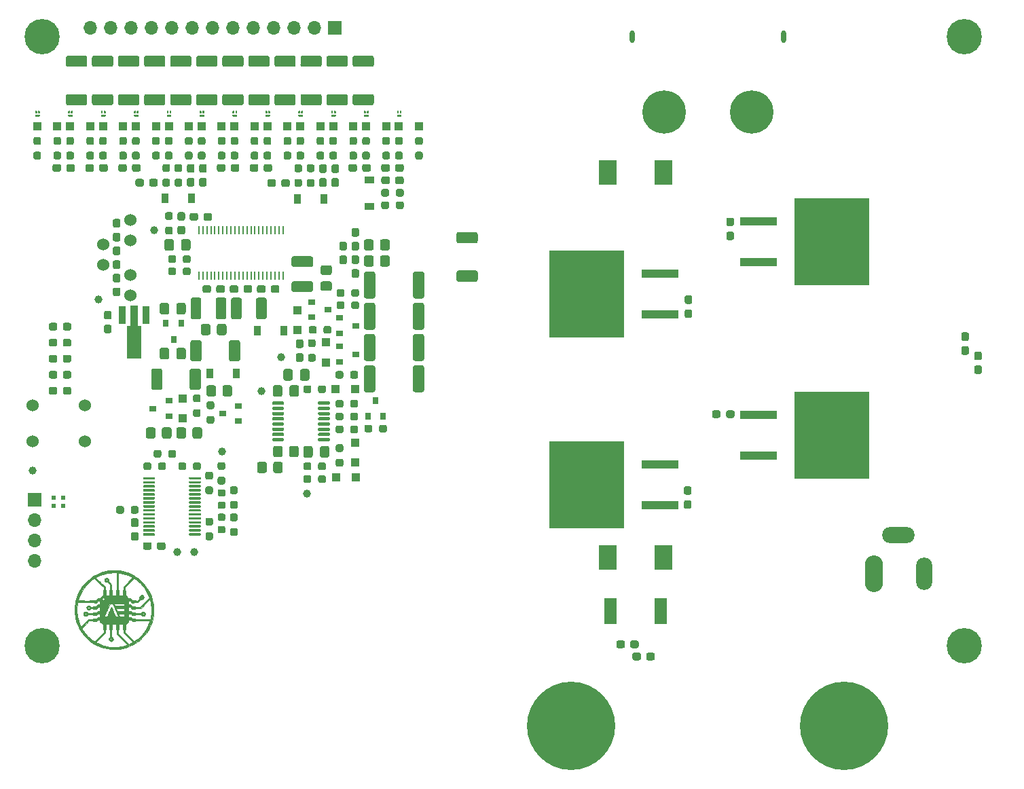
<source format=gbr>
%TF.GenerationSoftware,KiCad,Pcbnew,(5.1.7)-1*%
%TF.CreationDate,2021-03-06T18:12:56-08:00*%
%TF.ProjectId,eskate_bms,65736b61-7465-45f6-926d-732e6b696361,rev?*%
%TF.SameCoordinates,Original*%
%TF.FileFunction,Soldermask,Top*%
%TF.FilePolarity,Negative*%
%FSLAX46Y46*%
G04 Gerber Fmt 4.6, Leading zero omitted, Abs format (unit mm)*
G04 Created by KiCad (PCBNEW (5.1.7)-1) date 2021-03-06 18:12:56*
%MOMM*%
%LPD*%
G01*
G04 APERTURE LIST*
%ADD10C,0.010000*%
%ADD11C,0.900000*%
%ADD12C,11.000000*%
%ADD13R,1.000000X1.000000*%
%ADD14R,0.900000X0.800000*%
%ADD15R,9.400000X10.800000*%
%ADD16R,4.600000X1.100000*%
%ADD17C,0.700000*%
%ADD18C,4.400000*%
%ADD19R,2.180000X3.120000*%
%ADD20R,1.620000X3.300000*%
%ADD21R,1.200000X0.900000*%
%ADD22R,0.900000X1.200000*%
%ADD23O,0.600000X1.600000*%
%ADD24C,5.400000*%
%ADD25O,2.280000X4.560000*%
%ADD26O,4.050000X2.025000*%
%ADD27O,2.025000X4.050000*%
%ADD28O,1.700000X1.700000*%
%ADD29R,1.700000X1.700000*%
%ADD30R,0.800000X0.900000*%
%ADD31C,0.100000*%
%ADD32R,0.900000X2.300000*%
%ADD33C,1.524000*%
%ADD34C,1.000000*%
%ADD35R,0.285000X1.100000*%
%ADD36R,0.500000X0.600000*%
G04 APERTURE END LIST*
D10*
%TO.C,Q8*%
G36*
X162650000Y-27800000D02*
G01*
X162649931Y-27797383D01*
X162649726Y-27794774D01*
X162649384Y-27792178D01*
X162648907Y-27789604D01*
X162648296Y-27787059D01*
X162647553Y-27784549D01*
X162646679Y-27782082D01*
X162645677Y-27779663D01*
X162644550Y-27777300D01*
X162643301Y-27775000D01*
X162641934Y-27772768D01*
X162640451Y-27770611D01*
X162638857Y-27768534D01*
X162637157Y-27766543D01*
X162635355Y-27764645D01*
X162633457Y-27762843D01*
X162631466Y-27761143D01*
X162629389Y-27759549D01*
X162627232Y-27758066D01*
X162625000Y-27756699D01*
X162622700Y-27755450D01*
X162620337Y-27754323D01*
X162617918Y-27753321D01*
X162615451Y-27752447D01*
X162612941Y-27751704D01*
X162610396Y-27751093D01*
X162607822Y-27750616D01*
X162605226Y-27750274D01*
X162602617Y-27750069D01*
X162600000Y-27750000D01*
X162200000Y-27750000D01*
X162197383Y-27750069D01*
X162194774Y-27750274D01*
X162192178Y-27750616D01*
X162189604Y-27751093D01*
X162187059Y-27751704D01*
X162184549Y-27752447D01*
X162182082Y-27753321D01*
X162179663Y-27754323D01*
X162177300Y-27755450D01*
X162175000Y-27756699D01*
X162172768Y-27758066D01*
X162170611Y-27759549D01*
X162168534Y-27761143D01*
X162166543Y-27762843D01*
X162164645Y-27764645D01*
X162162843Y-27766543D01*
X162161143Y-27768534D01*
X162159549Y-27770611D01*
X162158066Y-27772768D01*
X162156699Y-27775000D01*
X162155450Y-27777300D01*
X162154323Y-27779663D01*
X162153321Y-27782082D01*
X162152447Y-27784549D01*
X162151704Y-27787059D01*
X162151093Y-27789604D01*
X162150616Y-27792178D01*
X162150274Y-27794774D01*
X162150069Y-27797383D01*
X162150000Y-27800000D01*
X162150000Y-27850000D01*
X162150069Y-27852617D01*
X162150274Y-27855226D01*
X162150616Y-27857822D01*
X162151093Y-27860396D01*
X162151704Y-27862941D01*
X162152447Y-27865451D01*
X162153321Y-27867918D01*
X162154323Y-27870337D01*
X162155450Y-27872700D01*
X162156699Y-27875000D01*
X162158066Y-27877232D01*
X162159549Y-27879389D01*
X162161143Y-27881466D01*
X162162843Y-27883457D01*
X162164645Y-27885355D01*
X162166543Y-27887157D01*
X162168534Y-27888857D01*
X162170611Y-27890451D01*
X162172768Y-27891934D01*
X162175000Y-27893301D01*
X162177300Y-27894550D01*
X162179663Y-27895677D01*
X162182082Y-27896679D01*
X162184549Y-27897553D01*
X162187059Y-27898296D01*
X162189604Y-27898907D01*
X162192178Y-27899384D01*
X162194774Y-27899726D01*
X162197383Y-27899931D01*
X162200000Y-27900000D01*
X162600000Y-27900000D01*
X162602617Y-27899931D01*
X162605226Y-27899726D01*
X162607822Y-27899384D01*
X162610396Y-27898907D01*
X162612941Y-27898296D01*
X162615451Y-27897553D01*
X162617918Y-27896679D01*
X162620337Y-27895677D01*
X162622700Y-27894550D01*
X162625000Y-27893301D01*
X162627232Y-27891934D01*
X162629389Y-27890451D01*
X162631466Y-27888857D01*
X162633457Y-27887157D01*
X162635355Y-27885355D01*
X162637157Y-27883457D01*
X162638857Y-27881466D01*
X162640451Y-27879389D01*
X162641934Y-27877232D01*
X162643301Y-27875000D01*
X162644550Y-27872700D01*
X162645677Y-27870337D01*
X162646679Y-27867918D01*
X162647553Y-27865451D01*
X162648296Y-27862941D01*
X162648907Y-27860396D01*
X162649384Y-27857822D01*
X162649726Y-27855226D01*
X162649931Y-27852617D01*
X162650000Y-27850000D01*
X162650000Y-27800000D01*
G37*
X162650000Y-27800000D02*
X162649931Y-27797383D01*
X162649726Y-27794774D01*
X162649384Y-27792178D01*
X162648907Y-27789604D01*
X162648296Y-27787059D01*
X162647553Y-27784549D01*
X162646679Y-27782082D01*
X162645677Y-27779663D01*
X162644550Y-27777300D01*
X162643301Y-27775000D01*
X162641934Y-27772768D01*
X162640451Y-27770611D01*
X162638857Y-27768534D01*
X162637157Y-27766543D01*
X162635355Y-27764645D01*
X162633457Y-27762843D01*
X162631466Y-27761143D01*
X162629389Y-27759549D01*
X162627232Y-27758066D01*
X162625000Y-27756699D01*
X162622700Y-27755450D01*
X162620337Y-27754323D01*
X162617918Y-27753321D01*
X162615451Y-27752447D01*
X162612941Y-27751704D01*
X162610396Y-27751093D01*
X162607822Y-27750616D01*
X162605226Y-27750274D01*
X162602617Y-27750069D01*
X162600000Y-27750000D01*
X162200000Y-27750000D01*
X162197383Y-27750069D01*
X162194774Y-27750274D01*
X162192178Y-27750616D01*
X162189604Y-27751093D01*
X162187059Y-27751704D01*
X162184549Y-27752447D01*
X162182082Y-27753321D01*
X162179663Y-27754323D01*
X162177300Y-27755450D01*
X162175000Y-27756699D01*
X162172768Y-27758066D01*
X162170611Y-27759549D01*
X162168534Y-27761143D01*
X162166543Y-27762843D01*
X162164645Y-27764645D01*
X162162843Y-27766543D01*
X162161143Y-27768534D01*
X162159549Y-27770611D01*
X162158066Y-27772768D01*
X162156699Y-27775000D01*
X162155450Y-27777300D01*
X162154323Y-27779663D01*
X162153321Y-27782082D01*
X162152447Y-27784549D01*
X162151704Y-27787059D01*
X162151093Y-27789604D01*
X162150616Y-27792178D01*
X162150274Y-27794774D01*
X162150069Y-27797383D01*
X162150000Y-27800000D01*
X162150000Y-27850000D01*
X162150069Y-27852617D01*
X162150274Y-27855226D01*
X162150616Y-27857822D01*
X162151093Y-27860396D01*
X162151704Y-27862941D01*
X162152447Y-27865451D01*
X162153321Y-27867918D01*
X162154323Y-27870337D01*
X162155450Y-27872700D01*
X162156699Y-27875000D01*
X162158066Y-27877232D01*
X162159549Y-27879389D01*
X162161143Y-27881466D01*
X162162843Y-27883457D01*
X162164645Y-27885355D01*
X162166543Y-27887157D01*
X162168534Y-27888857D01*
X162170611Y-27890451D01*
X162172768Y-27891934D01*
X162175000Y-27893301D01*
X162177300Y-27894550D01*
X162179663Y-27895677D01*
X162182082Y-27896679D01*
X162184549Y-27897553D01*
X162187059Y-27898296D01*
X162189604Y-27898907D01*
X162192178Y-27899384D01*
X162194774Y-27899726D01*
X162197383Y-27899931D01*
X162200000Y-27900000D01*
X162600000Y-27900000D01*
X162602617Y-27899931D01*
X162605226Y-27899726D01*
X162607822Y-27899384D01*
X162610396Y-27898907D01*
X162612941Y-27898296D01*
X162615451Y-27897553D01*
X162617918Y-27896679D01*
X162620337Y-27895677D01*
X162622700Y-27894550D01*
X162625000Y-27893301D01*
X162627232Y-27891934D01*
X162629389Y-27890451D01*
X162631466Y-27888857D01*
X162633457Y-27887157D01*
X162635355Y-27885355D01*
X162637157Y-27883457D01*
X162638857Y-27881466D01*
X162640451Y-27879389D01*
X162641934Y-27877232D01*
X162643301Y-27875000D01*
X162644550Y-27872700D01*
X162645677Y-27870337D01*
X162646679Y-27867918D01*
X162647553Y-27865451D01*
X162648296Y-27862941D01*
X162648907Y-27860396D01*
X162649384Y-27857822D01*
X162649726Y-27855226D01*
X162649931Y-27852617D01*
X162650000Y-27850000D01*
X162650000Y-27800000D01*
G36*
X162250000Y-27550000D02*
G01*
X162252617Y-27549931D01*
X162255226Y-27549726D01*
X162257822Y-27549384D01*
X162260396Y-27548907D01*
X162262941Y-27548296D01*
X162265451Y-27547553D01*
X162267918Y-27546679D01*
X162270337Y-27545677D01*
X162272700Y-27544550D01*
X162275000Y-27543301D01*
X162277232Y-27541934D01*
X162279389Y-27540451D01*
X162281466Y-27538857D01*
X162283457Y-27537157D01*
X162285355Y-27535355D01*
X162287157Y-27533457D01*
X162288857Y-27531466D01*
X162290451Y-27529389D01*
X162291934Y-27527232D01*
X162293301Y-27525000D01*
X162294550Y-27522700D01*
X162295677Y-27520337D01*
X162296679Y-27517918D01*
X162297553Y-27515451D01*
X162298296Y-27512941D01*
X162298907Y-27510396D01*
X162299384Y-27507822D01*
X162299726Y-27505226D01*
X162299931Y-27502617D01*
X162300000Y-27500000D01*
X162300000Y-27350000D01*
X162299931Y-27347383D01*
X162299726Y-27344774D01*
X162299384Y-27342178D01*
X162298907Y-27339604D01*
X162298296Y-27337059D01*
X162297553Y-27334549D01*
X162296679Y-27332082D01*
X162295677Y-27329663D01*
X162294550Y-27327300D01*
X162293301Y-27325000D01*
X162291934Y-27322768D01*
X162290451Y-27320611D01*
X162288857Y-27318534D01*
X162287157Y-27316543D01*
X162285355Y-27314645D01*
X162283457Y-27312843D01*
X162281466Y-27311143D01*
X162279389Y-27309549D01*
X162277232Y-27308066D01*
X162275000Y-27306699D01*
X162272700Y-27305450D01*
X162270337Y-27304323D01*
X162267918Y-27303321D01*
X162265451Y-27302447D01*
X162262941Y-27301704D01*
X162260396Y-27301093D01*
X162257822Y-27300616D01*
X162255226Y-27300274D01*
X162252617Y-27300069D01*
X162250000Y-27300000D01*
X162200000Y-27300000D01*
X162197383Y-27300069D01*
X162194774Y-27300274D01*
X162192178Y-27300616D01*
X162189604Y-27301093D01*
X162187059Y-27301704D01*
X162184549Y-27302447D01*
X162182082Y-27303321D01*
X162179663Y-27304323D01*
X162177300Y-27305450D01*
X162175000Y-27306699D01*
X162172768Y-27308066D01*
X162170611Y-27309549D01*
X162168534Y-27311143D01*
X162166543Y-27312843D01*
X162164645Y-27314645D01*
X162162843Y-27316543D01*
X162161143Y-27318534D01*
X162159549Y-27320611D01*
X162158066Y-27322768D01*
X162156699Y-27325000D01*
X162155450Y-27327300D01*
X162154323Y-27329663D01*
X162153321Y-27332082D01*
X162152447Y-27334549D01*
X162151704Y-27337059D01*
X162151093Y-27339604D01*
X162150616Y-27342178D01*
X162150274Y-27344774D01*
X162150069Y-27347383D01*
X162150000Y-27350000D01*
X162150000Y-27500000D01*
X162150069Y-27502617D01*
X162150274Y-27505226D01*
X162150616Y-27507822D01*
X162151093Y-27510396D01*
X162151704Y-27512941D01*
X162152447Y-27515451D01*
X162153321Y-27517918D01*
X162154323Y-27520337D01*
X162155450Y-27522700D01*
X162156699Y-27525000D01*
X162158066Y-27527232D01*
X162159549Y-27529389D01*
X162161143Y-27531466D01*
X162162843Y-27533457D01*
X162164645Y-27535355D01*
X162166543Y-27537157D01*
X162168534Y-27538857D01*
X162170611Y-27540451D01*
X162172768Y-27541934D01*
X162175000Y-27543301D01*
X162177300Y-27544550D01*
X162179663Y-27545677D01*
X162182082Y-27546679D01*
X162184549Y-27547553D01*
X162187059Y-27548296D01*
X162189604Y-27548907D01*
X162192178Y-27549384D01*
X162194774Y-27549726D01*
X162197383Y-27549931D01*
X162200000Y-27550000D01*
X162250000Y-27550000D01*
G37*
X162250000Y-27550000D02*
X162252617Y-27549931D01*
X162255226Y-27549726D01*
X162257822Y-27549384D01*
X162260396Y-27548907D01*
X162262941Y-27548296D01*
X162265451Y-27547553D01*
X162267918Y-27546679D01*
X162270337Y-27545677D01*
X162272700Y-27544550D01*
X162275000Y-27543301D01*
X162277232Y-27541934D01*
X162279389Y-27540451D01*
X162281466Y-27538857D01*
X162283457Y-27537157D01*
X162285355Y-27535355D01*
X162287157Y-27533457D01*
X162288857Y-27531466D01*
X162290451Y-27529389D01*
X162291934Y-27527232D01*
X162293301Y-27525000D01*
X162294550Y-27522700D01*
X162295677Y-27520337D01*
X162296679Y-27517918D01*
X162297553Y-27515451D01*
X162298296Y-27512941D01*
X162298907Y-27510396D01*
X162299384Y-27507822D01*
X162299726Y-27505226D01*
X162299931Y-27502617D01*
X162300000Y-27500000D01*
X162300000Y-27350000D01*
X162299931Y-27347383D01*
X162299726Y-27344774D01*
X162299384Y-27342178D01*
X162298907Y-27339604D01*
X162298296Y-27337059D01*
X162297553Y-27334549D01*
X162296679Y-27332082D01*
X162295677Y-27329663D01*
X162294550Y-27327300D01*
X162293301Y-27325000D01*
X162291934Y-27322768D01*
X162290451Y-27320611D01*
X162288857Y-27318534D01*
X162287157Y-27316543D01*
X162285355Y-27314645D01*
X162283457Y-27312843D01*
X162281466Y-27311143D01*
X162279389Y-27309549D01*
X162277232Y-27308066D01*
X162275000Y-27306699D01*
X162272700Y-27305450D01*
X162270337Y-27304323D01*
X162267918Y-27303321D01*
X162265451Y-27302447D01*
X162262941Y-27301704D01*
X162260396Y-27301093D01*
X162257822Y-27300616D01*
X162255226Y-27300274D01*
X162252617Y-27300069D01*
X162250000Y-27300000D01*
X162200000Y-27300000D01*
X162197383Y-27300069D01*
X162194774Y-27300274D01*
X162192178Y-27300616D01*
X162189604Y-27301093D01*
X162187059Y-27301704D01*
X162184549Y-27302447D01*
X162182082Y-27303321D01*
X162179663Y-27304323D01*
X162177300Y-27305450D01*
X162175000Y-27306699D01*
X162172768Y-27308066D01*
X162170611Y-27309549D01*
X162168534Y-27311143D01*
X162166543Y-27312843D01*
X162164645Y-27314645D01*
X162162843Y-27316543D01*
X162161143Y-27318534D01*
X162159549Y-27320611D01*
X162158066Y-27322768D01*
X162156699Y-27325000D01*
X162155450Y-27327300D01*
X162154323Y-27329663D01*
X162153321Y-27332082D01*
X162152447Y-27334549D01*
X162151704Y-27337059D01*
X162151093Y-27339604D01*
X162150616Y-27342178D01*
X162150274Y-27344774D01*
X162150069Y-27347383D01*
X162150000Y-27350000D01*
X162150000Y-27500000D01*
X162150069Y-27502617D01*
X162150274Y-27505226D01*
X162150616Y-27507822D01*
X162151093Y-27510396D01*
X162151704Y-27512941D01*
X162152447Y-27515451D01*
X162153321Y-27517918D01*
X162154323Y-27520337D01*
X162155450Y-27522700D01*
X162156699Y-27525000D01*
X162158066Y-27527232D01*
X162159549Y-27529389D01*
X162161143Y-27531466D01*
X162162843Y-27533457D01*
X162164645Y-27535355D01*
X162166543Y-27537157D01*
X162168534Y-27538857D01*
X162170611Y-27540451D01*
X162172768Y-27541934D01*
X162175000Y-27543301D01*
X162177300Y-27544550D01*
X162179663Y-27545677D01*
X162182082Y-27546679D01*
X162184549Y-27547553D01*
X162187059Y-27548296D01*
X162189604Y-27548907D01*
X162192178Y-27549384D01*
X162194774Y-27549726D01*
X162197383Y-27549931D01*
X162200000Y-27550000D01*
X162250000Y-27550000D01*
G36*
X162550000Y-27300000D02*
G01*
X162547383Y-27300069D01*
X162544774Y-27300274D01*
X162542178Y-27300616D01*
X162539604Y-27301093D01*
X162537059Y-27301704D01*
X162534549Y-27302447D01*
X162532082Y-27303321D01*
X162529663Y-27304323D01*
X162527300Y-27305450D01*
X162525000Y-27306699D01*
X162522768Y-27308066D01*
X162520611Y-27309549D01*
X162518534Y-27311143D01*
X162516543Y-27312843D01*
X162514645Y-27314645D01*
X162512843Y-27316543D01*
X162511143Y-27318534D01*
X162509549Y-27320611D01*
X162508066Y-27322768D01*
X162506699Y-27325000D01*
X162505450Y-27327300D01*
X162504323Y-27329663D01*
X162503321Y-27332082D01*
X162502447Y-27334549D01*
X162501704Y-27337059D01*
X162501093Y-27339604D01*
X162500616Y-27342178D01*
X162500274Y-27344774D01*
X162500069Y-27347383D01*
X162500000Y-27350000D01*
X162500000Y-27500000D01*
X162500069Y-27502617D01*
X162500274Y-27505226D01*
X162500616Y-27507822D01*
X162501093Y-27510396D01*
X162501704Y-27512941D01*
X162502447Y-27515451D01*
X162503321Y-27517918D01*
X162504323Y-27520337D01*
X162505450Y-27522700D01*
X162506699Y-27525000D01*
X162508066Y-27527232D01*
X162509549Y-27529389D01*
X162511143Y-27531466D01*
X162512843Y-27533457D01*
X162514645Y-27535355D01*
X162516543Y-27537157D01*
X162518534Y-27538857D01*
X162520611Y-27540451D01*
X162522768Y-27541934D01*
X162525000Y-27543301D01*
X162527300Y-27544550D01*
X162529663Y-27545677D01*
X162532082Y-27546679D01*
X162534549Y-27547553D01*
X162537059Y-27548296D01*
X162539604Y-27548907D01*
X162542178Y-27549384D01*
X162544774Y-27549726D01*
X162547383Y-27549931D01*
X162550000Y-27550000D01*
X162600000Y-27550000D01*
X162602617Y-27549931D01*
X162605226Y-27549726D01*
X162607822Y-27549384D01*
X162610396Y-27548907D01*
X162612941Y-27548296D01*
X162615451Y-27547553D01*
X162617918Y-27546679D01*
X162620337Y-27545677D01*
X162622700Y-27544550D01*
X162625000Y-27543301D01*
X162627232Y-27541934D01*
X162629389Y-27540451D01*
X162631466Y-27538857D01*
X162633457Y-27537157D01*
X162635355Y-27535355D01*
X162637157Y-27533457D01*
X162638857Y-27531466D01*
X162640451Y-27529389D01*
X162641934Y-27527232D01*
X162643301Y-27525000D01*
X162644550Y-27522700D01*
X162645677Y-27520337D01*
X162646679Y-27517918D01*
X162647553Y-27515451D01*
X162648296Y-27512941D01*
X162648907Y-27510396D01*
X162649384Y-27507822D01*
X162649726Y-27505226D01*
X162649931Y-27502617D01*
X162650000Y-27500000D01*
X162650000Y-27350000D01*
X162649931Y-27347383D01*
X162649726Y-27344774D01*
X162649384Y-27342178D01*
X162648907Y-27339604D01*
X162648296Y-27337059D01*
X162647553Y-27334549D01*
X162646679Y-27332082D01*
X162645677Y-27329663D01*
X162644550Y-27327300D01*
X162643301Y-27325000D01*
X162641934Y-27322768D01*
X162640451Y-27320611D01*
X162638857Y-27318534D01*
X162637157Y-27316543D01*
X162635355Y-27314645D01*
X162633457Y-27312843D01*
X162631466Y-27311143D01*
X162629389Y-27309549D01*
X162627232Y-27308066D01*
X162625000Y-27306699D01*
X162622700Y-27305450D01*
X162620337Y-27304323D01*
X162617918Y-27303321D01*
X162615451Y-27302447D01*
X162612941Y-27301704D01*
X162610396Y-27301093D01*
X162607822Y-27300616D01*
X162605226Y-27300274D01*
X162602617Y-27300069D01*
X162600000Y-27300000D01*
X162550000Y-27300000D01*
G37*
X162550000Y-27300000D02*
X162547383Y-27300069D01*
X162544774Y-27300274D01*
X162542178Y-27300616D01*
X162539604Y-27301093D01*
X162537059Y-27301704D01*
X162534549Y-27302447D01*
X162532082Y-27303321D01*
X162529663Y-27304323D01*
X162527300Y-27305450D01*
X162525000Y-27306699D01*
X162522768Y-27308066D01*
X162520611Y-27309549D01*
X162518534Y-27311143D01*
X162516543Y-27312843D01*
X162514645Y-27314645D01*
X162512843Y-27316543D01*
X162511143Y-27318534D01*
X162509549Y-27320611D01*
X162508066Y-27322768D01*
X162506699Y-27325000D01*
X162505450Y-27327300D01*
X162504323Y-27329663D01*
X162503321Y-27332082D01*
X162502447Y-27334549D01*
X162501704Y-27337059D01*
X162501093Y-27339604D01*
X162500616Y-27342178D01*
X162500274Y-27344774D01*
X162500069Y-27347383D01*
X162500000Y-27350000D01*
X162500000Y-27500000D01*
X162500069Y-27502617D01*
X162500274Y-27505226D01*
X162500616Y-27507822D01*
X162501093Y-27510396D01*
X162501704Y-27512941D01*
X162502447Y-27515451D01*
X162503321Y-27517918D01*
X162504323Y-27520337D01*
X162505450Y-27522700D01*
X162506699Y-27525000D01*
X162508066Y-27527232D01*
X162509549Y-27529389D01*
X162511143Y-27531466D01*
X162512843Y-27533457D01*
X162514645Y-27535355D01*
X162516543Y-27537157D01*
X162518534Y-27538857D01*
X162520611Y-27540451D01*
X162522768Y-27541934D01*
X162525000Y-27543301D01*
X162527300Y-27544550D01*
X162529663Y-27545677D01*
X162532082Y-27546679D01*
X162534549Y-27547553D01*
X162537059Y-27548296D01*
X162539604Y-27548907D01*
X162542178Y-27549384D01*
X162544774Y-27549726D01*
X162547383Y-27549931D01*
X162550000Y-27550000D01*
X162600000Y-27550000D01*
X162602617Y-27549931D01*
X162605226Y-27549726D01*
X162607822Y-27549384D01*
X162610396Y-27548907D01*
X162612941Y-27548296D01*
X162615451Y-27547553D01*
X162617918Y-27546679D01*
X162620337Y-27545677D01*
X162622700Y-27544550D01*
X162625000Y-27543301D01*
X162627232Y-27541934D01*
X162629389Y-27540451D01*
X162631466Y-27538857D01*
X162633457Y-27537157D01*
X162635355Y-27535355D01*
X162637157Y-27533457D01*
X162638857Y-27531466D01*
X162640451Y-27529389D01*
X162641934Y-27527232D01*
X162643301Y-27525000D01*
X162644550Y-27522700D01*
X162645677Y-27520337D01*
X162646679Y-27517918D01*
X162647553Y-27515451D01*
X162648296Y-27512941D01*
X162648907Y-27510396D01*
X162649384Y-27507822D01*
X162649726Y-27505226D01*
X162649931Y-27502617D01*
X162650000Y-27500000D01*
X162650000Y-27350000D01*
X162649931Y-27347383D01*
X162649726Y-27344774D01*
X162649384Y-27342178D01*
X162648907Y-27339604D01*
X162648296Y-27337059D01*
X162647553Y-27334549D01*
X162646679Y-27332082D01*
X162645677Y-27329663D01*
X162644550Y-27327300D01*
X162643301Y-27325000D01*
X162641934Y-27322768D01*
X162640451Y-27320611D01*
X162638857Y-27318534D01*
X162637157Y-27316543D01*
X162635355Y-27314645D01*
X162633457Y-27312843D01*
X162631466Y-27311143D01*
X162629389Y-27309549D01*
X162627232Y-27308066D01*
X162625000Y-27306699D01*
X162622700Y-27305450D01*
X162620337Y-27304323D01*
X162617918Y-27303321D01*
X162615451Y-27302447D01*
X162612941Y-27301704D01*
X162610396Y-27301093D01*
X162607822Y-27300616D01*
X162605226Y-27300274D01*
X162602617Y-27300069D01*
X162600000Y-27300000D01*
X162550000Y-27300000D01*
%TO.C,G1*%
G36*
X131242971Y-84583920D02*
G01*
X131433842Y-84593591D01*
X131605334Y-84608939D01*
X131694267Y-84620719D01*
X132013829Y-84678299D01*
X132316120Y-84751375D01*
X132608318Y-84842458D01*
X132897604Y-84954060D01*
X133191158Y-85088692D01*
X133496160Y-85248865D01*
X133506133Y-85254409D01*
X133564385Y-85289601D01*
X133642736Y-85340850D01*
X133734515Y-85403468D01*
X133833053Y-85472768D01*
X133931679Y-85544061D01*
X134023722Y-85612661D01*
X134098800Y-85670914D01*
X134203696Y-85759419D01*
X134322181Y-85867518D01*
X134447094Y-85988040D01*
X134571277Y-86113811D01*
X134687570Y-86237659D01*
X134788816Y-86352410D01*
X134835414Y-86408948D01*
X135080712Y-86741991D01*
X135294814Y-87087658D01*
X135478069Y-87446750D01*
X135630826Y-87820069D01*
X135753433Y-88208416D01*
X135846241Y-88612592D01*
X135879280Y-88805733D01*
X135891483Y-88890454D01*
X135900807Y-88969467D01*
X135907614Y-89049450D01*
X135912265Y-89137084D01*
X135915124Y-89239050D01*
X135916551Y-89362026D01*
X135916912Y-89500000D01*
X135916484Y-89648306D01*
X135914960Y-89769433D01*
X135911977Y-89870062D01*
X135907173Y-89956873D01*
X135900186Y-90036545D01*
X135890654Y-90115759D01*
X135879280Y-90194266D01*
X135799781Y-90607700D01*
X135690489Y-91005061D01*
X135551433Y-91386292D01*
X135382639Y-91751340D01*
X135184136Y-92100149D01*
X134955951Y-92432665D01*
X134698111Y-92748832D01*
X134480245Y-92980245D01*
X134176650Y-93260561D01*
X133855771Y-93511823D01*
X133518266Y-93733701D01*
X133164797Y-93925860D01*
X132796024Y-94087971D01*
X132412607Y-94219699D01*
X132015206Y-94320715D01*
X131702733Y-94376965D01*
X131588000Y-94390839D01*
X131449389Y-94402462D01*
X131295083Y-94411587D01*
X131133269Y-94417970D01*
X130972130Y-94421363D01*
X130819852Y-94421522D01*
X130684619Y-94418200D01*
X130574617Y-94411153D01*
X130572116Y-94410913D01*
X130157262Y-94354367D01*
X129755064Y-94266640D01*
X129366252Y-94148074D01*
X128991553Y-93999010D01*
X128631695Y-93819789D01*
X128287406Y-93610753D01*
X127959416Y-93372244D01*
X127648452Y-93104601D01*
X127519755Y-92980245D01*
X127239186Y-92676655D01*
X126988251Y-92356675D01*
X126766977Y-92020360D01*
X126575391Y-91667763D01*
X126413521Y-91298941D01*
X126281395Y-90913948D01*
X126179040Y-90512839D01*
X126120720Y-90194266D01*
X126108516Y-90109545D01*
X126099192Y-90030532D01*
X126092386Y-89950549D01*
X126087734Y-89862915D01*
X126084876Y-89760949D01*
X126083448Y-89637973D01*
X126083129Y-89515571D01*
X126353312Y-89515571D01*
X126354782Y-89706289D01*
X126362861Y-89881927D01*
X126375564Y-90016466D01*
X126422092Y-90314386D01*
X126486698Y-90612067D01*
X126567229Y-90902067D01*
X126661534Y-91176943D01*
X126767460Y-91429253D01*
X126808738Y-91514547D01*
X126871312Y-91638803D01*
X127842148Y-90668399D01*
X128117207Y-90668399D01*
X128219396Y-90668207D01*
X128292555Y-90667233D01*
X128341522Y-90664880D01*
X128371135Y-90660555D01*
X128386230Y-90653661D01*
X128391645Y-90643603D01*
X128392266Y-90634533D01*
X128394426Y-90619656D01*
X128404826Y-90609913D01*
X128429345Y-90604226D01*
X128473865Y-90601515D01*
X128544264Y-90600702D01*
X128576858Y-90600666D01*
X128761449Y-90600666D01*
X128849466Y-90499066D01*
X128937484Y-90397466D01*
X129188133Y-90397466D01*
X129188133Y-90736133D01*
X128939212Y-90736133D01*
X128762474Y-90939333D01*
X128392266Y-90939333D01*
X128392266Y-90854666D01*
X127887455Y-90854666D01*
X127432894Y-91321668D01*
X127331488Y-91426103D01*
X127237659Y-91523220D01*
X127154009Y-91610290D01*
X127083141Y-91684583D01*
X127027655Y-91743369D01*
X126990155Y-91783919D01*
X126973240Y-91803503D01*
X126972570Y-91804625D01*
X126978083Y-91829959D01*
X127002010Y-91877698D01*
X127041561Y-91943841D01*
X127093950Y-92024382D01*
X127156388Y-92115319D01*
X127226089Y-92212649D01*
X127300262Y-92312366D01*
X127376122Y-92410469D01*
X127450881Y-92502953D01*
X127496102Y-92556466D01*
X127706378Y-92782021D01*
X127941243Y-93001346D01*
X128191466Y-93206442D01*
X128447814Y-93389315D01*
X128486998Y-93414831D01*
X128556329Y-93459392D01*
X129117765Y-92897769D01*
X129679200Y-92336146D01*
X129679200Y-92154206D01*
X129678793Y-92073806D01*
X129676837Y-92021348D01*
X129672230Y-91990911D01*
X129663871Y-91976574D01*
X129650655Y-91972415D01*
X129645333Y-91972266D01*
X129633702Y-91970908D01*
X129625092Y-91963888D01*
X129619049Y-91946788D01*
X129615119Y-91915187D01*
X129612850Y-91864667D01*
X129611788Y-91790809D01*
X129611480Y-91689193D01*
X129611466Y-91642066D01*
X129611466Y-91311866D01*
X129933200Y-91311866D01*
X129933200Y-91642066D01*
X129933061Y-91755465D01*
X129932341Y-91839417D01*
X129930587Y-91898341D01*
X129927346Y-91936655D01*
X129922164Y-91958779D01*
X129914589Y-91969133D01*
X129904167Y-91972134D01*
X129899333Y-91972266D01*
X129885392Y-91974164D01*
X129875910Y-91983489D01*
X129870032Y-92005693D01*
X129866903Y-92046224D01*
X129865667Y-92110533D01*
X129865466Y-92188075D01*
X129865466Y-92403885D01*
X129288935Y-92980598D01*
X128712403Y-93557311D01*
X128962968Y-93677892D01*
X129320126Y-93833996D01*
X129677309Y-93957856D01*
X130039389Y-94050743D01*
X130411236Y-94113932D01*
X130754467Y-94146232D01*
X130844324Y-94149096D01*
X130958791Y-94148850D01*
X131088790Y-94145858D01*
X131225242Y-94140486D01*
X131359070Y-94133098D01*
X131481196Y-94124058D01*
X131582541Y-94113731D01*
X131591255Y-94112632D01*
X131694734Y-94097676D01*
X131812776Y-94078120D01*
X131926971Y-94057104D01*
X131980722Y-94046219D01*
X132063807Y-94027196D01*
X132156505Y-94003589D01*
X132253418Y-93977051D01*
X132349148Y-93949236D01*
X132438296Y-93921799D01*
X132515465Y-93896395D01*
X132575257Y-93874677D01*
X132612273Y-93858299D01*
X132621781Y-93849760D01*
X132609369Y-93835554D01*
X132575374Y-93799455D01*
X132521969Y-93743708D01*
X132451328Y-93670555D01*
X132365628Y-93582239D01*
X132267041Y-93481003D01*
X132157743Y-93369089D01*
X132039907Y-93248742D01*
X131969433Y-93176902D01*
X131321733Y-92517100D01*
X131321733Y-91972266D01*
X131237067Y-91972266D01*
X131237067Y-91311866D01*
X131575733Y-91311866D01*
X131575733Y-91642066D01*
X131575594Y-91755465D01*
X131574874Y-91839417D01*
X131573120Y-91898341D01*
X131569879Y-91936655D01*
X131564697Y-91958779D01*
X131557122Y-91969133D01*
X131546700Y-91972134D01*
X131541867Y-91972266D01*
X131528762Y-91973937D01*
X131519577Y-91982334D01*
X131513635Y-92002528D01*
X131510260Y-92039593D01*
X131508775Y-92098603D01*
X131508505Y-92184631D01*
X131508572Y-92222033D01*
X131509144Y-92471799D01*
X132162476Y-93129654D01*
X132815807Y-93787509D01*
X133051957Y-93671987D01*
X133134876Y-93630583D01*
X133207591Y-93592695D01*
X133264322Y-93561457D01*
X133299292Y-93540000D01*
X133306999Y-93533701D01*
X133306840Y-93523677D01*
X133295596Y-93504148D01*
X133271667Y-93473395D01*
X133233451Y-93429700D01*
X133179349Y-93371345D01*
X133107759Y-93296611D01*
X133017080Y-93203779D01*
X132905714Y-93091132D01*
X132772058Y-92956951D01*
X132738679Y-92923546D01*
X132151467Y-92336154D01*
X132151467Y-91972266D01*
X132066800Y-91972266D01*
X132066800Y-91311866D01*
X132388533Y-91311866D01*
X132388533Y-91642066D01*
X132388394Y-91755465D01*
X132387674Y-91839417D01*
X132385920Y-91898341D01*
X132382679Y-91936655D01*
X132377497Y-91958779D01*
X132369922Y-91969133D01*
X132359500Y-91972134D01*
X132354667Y-91972266D01*
X132338395Y-91974875D01*
X132328367Y-91987056D01*
X132323090Y-92015339D01*
X132321072Y-92066254D01*
X132320800Y-92120525D01*
X132320800Y-92268784D01*
X133485388Y-93433004D01*
X133635460Y-93329965D01*
X133951249Y-93092827D01*
X134244066Y-92831297D01*
X134512785Y-92546865D01*
X134756278Y-92241019D01*
X134973419Y-91915249D01*
X135163079Y-91571043D01*
X135324132Y-91209890D01*
X135403608Y-90994366D01*
X135451319Y-90854666D01*
X133607733Y-90854666D01*
X133607733Y-90939333D01*
X133237526Y-90939333D01*
X133060788Y-90736133D01*
X132811867Y-90736133D01*
X132811867Y-90397466D01*
X133062516Y-90397466D01*
X133150533Y-90499066D01*
X133238551Y-90600666D01*
X133423142Y-90600666D01*
X133504228Y-90601062D01*
X133557331Y-90602970D01*
X133588330Y-90607469D01*
X133603105Y-90615637D01*
X133607537Y-90628553D01*
X133607733Y-90634533D01*
X133608375Y-90641785D01*
X133612044Y-90647920D01*
X133621352Y-90653032D01*
X133638914Y-90657214D01*
X133667341Y-90660558D01*
X133709247Y-90663160D01*
X133767246Y-90665111D01*
X133843951Y-90666506D01*
X133941974Y-90667437D01*
X134063930Y-90667999D01*
X134212430Y-90668284D01*
X134390089Y-90668387D01*
X134555347Y-90668399D01*
X135502961Y-90668399D01*
X135519582Y-90604899D01*
X135529783Y-90561221D01*
X135543876Y-90494712D01*
X135559680Y-90415864D01*
X135569718Y-90363599D01*
X135626312Y-89972391D01*
X135649321Y-89578335D01*
X135638779Y-89182643D01*
X135594724Y-88786526D01*
X135517192Y-88391198D01*
X135509631Y-88359994D01*
X135464598Y-88176723D01*
X134904372Y-88736761D01*
X134344146Y-89296800D01*
X133607733Y-89296800D01*
X133607733Y-89381466D01*
X133223557Y-89381466D01*
X133142067Y-89279866D01*
X133060576Y-89178266D01*
X132811867Y-89178266D01*
X132811867Y-88839600D01*
X133054156Y-88839600D01*
X133146099Y-88941200D01*
X133238041Y-89042800D01*
X133607733Y-89042800D01*
X133607733Y-89127466D01*
X133942167Y-89125430D01*
X134276600Y-89123394D01*
X135400472Y-87984398D01*
X135327294Y-87797487D01*
X135173841Y-87450116D01*
X134990784Y-87114339D01*
X134780679Y-86793783D01*
X134546084Y-86492071D01*
X134289554Y-86212828D01*
X134056467Y-85996102D01*
X133972702Y-85926035D01*
X133877712Y-85850117D01*
X133778694Y-85773789D01*
X133682844Y-85702489D01*
X133597359Y-85641657D01*
X133529437Y-85596732D01*
X133522245Y-85592328D01*
X133462158Y-85555989D01*
X132320800Y-86697717D01*
X132320800Y-86862725D01*
X132321288Y-86938625D01*
X132323600Y-86986870D01*
X132329011Y-87013665D01*
X132338794Y-87025217D01*
X132354223Y-87027732D01*
X132354667Y-87027733D01*
X132366297Y-87029091D01*
X132374908Y-87036111D01*
X132380951Y-87053211D01*
X132384881Y-87084812D01*
X132387150Y-87135332D01*
X132388212Y-87209190D01*
X132388520Y-87310806D01*
X132388533Y-87357933D01*
X132388533Y-87688133D01*
X132066800Y-87688133D01*
X132066800Y-87357933D01*
X132066939Y-87244534D01*
X132067659Y-87160582D01*
X132069413Y-87101658D01*
X132072654Y-87063344D01*
X132077836Y-87041220D01*
X132085411Y-87030866D01*
X132095833Y-87027865D01*
X132100667Y-87027733D01*
X132115105Y-87025699D01*
X132124733Y-87015814D01*
X132130518Y-86992399D01*
X132133430Y-86949775D01*
X132134439Y-86882267D01*
X132134533Y-86829327D01*
X132134533Y-86630921D01*
X132721251Y-86043320D01*
X133307969Y-85455718D01*
X133098318Y-85350623D01*
X132761704Y-85198207D01*
X132411899Y-85070923D01*
X132055957Y-84970956D01*
X131700935Y-84900491D01*
X131596900Y-84885592D01*
X131508000Y-84874022D01*
X131508000Y-85950877D01*
X131508018Y-86168255D01*
X131508125Y-86354218D01*
X131508398Y-86511217D01*
X131508913Y-86641703D01*
X131509749Y-86748129D01*
X131510981Y-86832946D01*
X131512687Y-86898605D01*
X131514944Y-86947558D01*
X131517829Y-86982256D01*
X131521420Y-87005151D01*
X131525793Y-87018694D01*
X131531025Y-87025337D01*
X131537194Y-87027531D01*
X131541867Y-87027733D01*
X131553488Y-87029089D01*
X131562094Y-87036100D01*
X131568137Y-87053182D01*
X131572069Y-87084749D01*
X131574342Y-87135217D01*
X131575408Y-87209000D01*
X131575719Y-87310513D01*
X131575733Y-87358546D01*
X131575733Y-87689359D01*
X131410633Y-87684513D01*
X131245533Y-87679666D01*
X131240934Y-87353700D01*
X131236335Y-87027733D01*
X131321733Y-87027733D01*
X131321733Y-84863862D01*
X131168966Y-84851770D01*
X131083518Y-84847619D01*
X130980627Y-84846484D01*
X130876589Y-84848416D01*
X130826066Y-84850727D01*
X130487347Y-84879217D01*
X130170928Y-84924821D01*
X129868979Y-84989190D01*
X129573671Y-85073973D01*
X129297900Y-85172678D01*
X129223608Y-85203104D01*
X129138080Y-85240405D01*
X129046868Y-85281897D01*
X128955524Y-85324896D01*
X128869601Y-85366717D01*
X128794649Y-85404677D01*
X128736223Y-85436090D01*
X128699873Y-85458273D01*
X128690895Y-85466152D01*
X128700747Y-85480588D01*
X128732390Y-85516505D01*
X128783557Y-85571547D01*
X128851982Y-85643356D01*
X128935398Y-85729576D01*
X129031541Y-85827851D01*
X129138144Y-85935824D01*
X129252940Y-86051138D01*
X129265297Y-86063497D01*
X129848533Y-86646549D01*
X129848533Y-87027733D01*
X129933200Y-87027733D01*
X129933200Y-87688133D01*
X129611466Y-87688133D01*
X129611466Y-87357933D01*
X129611606Y-87244534D01*
X129612326Y-87160582D01*
X129614080Y-87101658D01*
X129617321Y-87063344D01*
X129622502Y-87041220D01*
X129630078Y-87030866D01*
X129640500Y-87027865D01*
X129645333Y-87027733D01*
X129661604Y-87025124D01*
X129671633Y-87012943D01*
X129676910Y-86984660D01*
X129678928Y-86933745D01*
X129679200Y-86879474D01*
X129679200Y-86731215D01*
X129097266Y-86149465D01*
X128515333Y-85567715D01*
X128466500Y-85598554D01*
X128398780Y-85644010D01*
X128313051Y-85705555D01*
X128217068Y-85777293D01*
X128118585Y-85853329D01*
X128025356Y-85927771D01*
X127945134Y-85994722D01*
X127943533Y-85996102D01*
X127673071Y-86250865D01*
X127421310Y-86531476D01*
X127191179Y-86833814D01*
X126985609Y-87153755D01*
X126807529Y-87487177D01*
X126683770Y-87768509D01*
X126658260Y-87835287D01*
X126629037Y-87916050D01*
X126598245Y-88004349D01*
X126568029Y-88093730D01*
X126540532Y-88177741D01*
X126517898Y-88249931D01*
X126502271Y-88303848D01*
X126495795Y-88333040D01*
X126495733Y-88334396D01*
X126512161Y-88337015D01*
X126559427Y-88339477D01*
X126634500Y-88341736D01*
X126734351Y-88343748D01*
X126855951Y-88345466D01*
X126996270Y-88346847D01*
X127152278Y-88347844D01*
X127320948Y-88348413D01*
X127444000Y-88348533D01*
X127646999Y-88348510D01*
X127818744Y-88348379D01*
X127961846Y-88348047D01*
X128078919Y-88347420D01*
X128172574Y-88346405D01*
X128245424Y-88344909D01*
X128300082Y-88342838D01*
X128339158Y-88340100D01*
X128365266Y-88336600D01*
X128381019Y-88332246D01*
X128389027Y-88326944D01*
X128391904Y-88320602D01*
X128392266Y-88314666D01*
X128394419Y-88299813D01*
X128404790Y-88290076D01*
X128429249Y-88284383D01*
X128473664Y-88281661D01*
X128543906Y-88280838D01*
X128577573Y-88280800D01*
X128660150Y-88280223D01*
X128715563Y-88277763D01*
X128750509Y-88272319D01*
X128771680Y-88262794D01*
X128785772Y-88248090D01*
X128786943Y-88246444D01*
X128811484Y-88215557D01*
X128849965Y-88171348D01*
X128882659Y-88135641D01*
X128954312Y-88059193D01*
X129179666Y-88069133D01*
X129189360Y-88399333D01*
X128939129Y-88399333D01*
X128859308Y-88500933D01*
X128779486Y-88602533D01*
X128587054Y-88602533D01*
X128504031Y-88602235D01*
X128448912Y-88600574D01*
X128415735Y-88596404D01*
X128398537Y-88588574D01*
X128391356Y-88575939D01*
X128389211Y-88564433D01*
X128383800Y-88526333D01*
X126454192Y-88526333D01*
X126433348Y-88619466D01*
X126406807Y-88764003D01*
X126385197Y-88933988D01*
X126368854Y-89121315D01*
X126358114Y-89317877D01*
X126353312Y-89515571D01*
X126083129Y-89515571D01*
X126083088Y-89500000D01*
X126083515Y-89351693D01*
X126085040Y-89230566D01*
X126088023Y-89129937D01*
X126092827Y-89043126D01*
X126099814Y-88963454D01*
X126109346Y-88884240D01*
X126120720Y-88805733D01*
X126200219Y-88392299D01*
X126309511Y-87994938D01*
X126448567Y-87613707D01*
X126617361Y-87248659D01*
X126815864Y-86899850D01*
X127044049Y-86567334D01*
X127301888Y-86251167D01*
X127519755Y-86019754D01*
X127823344Y-85739186D01*
X128143324Y-85488251D01*
X128479640Y-85266976D01*
X128832236Y-85075391D01*
X129201058Y-84913521D01*
X129586051Y-84781395D01*
X129987160Y-84679040D01*
X130305733Y-84620719D01*
X130461583Y-84602005D01*
X130642027Y-84588968D01*
X130838269Y-84581608D01*
X131041515Y-84579926D01*
X131242971Y-84583920D01*
G37*
X131242971Y-84583920D02*
X131433842Y-84593591D01*
X131605334Y-84608939D01*
X131694267Y-84620719D01*
X132013829Y-84678299D01*
X132316120Y-84751375D01*
X132608318Y-84842458D01*
X132897604Y-84954060D01*
X133191158Y-85088692D01*
X133496160Y-85248865D01*
X133506133Y-85254409D01*
X133564385Y-85289601D01*
X133642736Y-85340850D01*
X133734515Y-85403468D01*
X133833053Y-85472768D01*
X133931679Y-85544061D01*
X134023722Y-85612661D01*
X134098800Y-85670914D01*
X134203696Y-85759419D01*
X134322181Y-85867518D01*
X134447094Y-85988040D01*
X134571277Y-86113811D01*
X134687570Y-86237659D01*
X134788816Y-86352410D01*
X134835414Y-86408948D01*
X135080712Y-86741991D01*
X135294814Y-87087658D01*
X135478069Y-87446750D01*
X135630826Y-87820069D01*
X135753433Y-88208416D01*
X135846241Y-88612592D01*
X135879280Y-88805733D01*
X135891483Y-88890454D01*
X135900807Y-88969467D01*
X135907614Y-89049450D01*
X135912265Y-89137084D01*
X135915124Y-89239050D01*
X135916551Y-89362026D01*
X135916912Y-89500000D01*
X135916484Y-89648306D01*
X135914960Y-89769433D01*
X135911977Y-89870062D01*
X135907173Y-89956873D01*
X135900186Y-90036545D01*
X135890654Y-90115759D01*
X135879280Y-90194266D01*
X135799781Y-90607700D01*
X135690489Y-91005061D01*
X135551433Y-91386292D01*
X135382639Y-91751340D01*
X135184136Y-92100149D01*
X134955951Y-92432665D01*
X134698111Y-92748832D01*
X134480245Y-92980245D01*
X134176650Y-93260561D01*
X133855771Y-93511823D01*
X133518266Y-93733701D01*
X133164797Y-93925860D01*
X132796024Y-94087971D01*
X132412607Y-94219699D01*
X132015206Y-94320715D01*
X131702733Y-94376965D01*
X131588000Y-94390839D01*
X131449389Y-94402462D01*
X131295083Y-94411587D01*
X131133269Y-94417970D01*
X130972130Y-94421363D01*
X130819852Y-94421522D01*
X130684619Y-94418200D01*
X130574617Y-94411153D01*
X130572116Y-94410913D01*
X130157262Y-94354367D01*
X129755064Y-94266640D01*
X129366252Y-94148074D01*
X128991553Y-93999010D01*
X128631695Y-93819789D01*
X128287406Y-93610753D01*
X127959416Y-93372244D01*
X127648452Y-93104601D01*
X127519755Y-92980245D01*
X127239186Y-92676655D01*
X126988251Y-92356675D01*
X126766977Y-92020360D01*
X126575391Y-91667763D01*
X126413521Y-91298941D01*
X126281395Y-90913948D01*
X126179040Y-90512839D01*
X126120720Y-90194266D01*
X126108516Y-90109545D01*
X126099192Y-90030532D01*
X126092386Y-89950549D01*
X126087734Y-89862915D01*
X126084876Y-89760949D01*
X126083448Y-89637973D01*
X126083129Y-89515571D01*
X126353312Y-89515571D01*
X126354782Y-89706289D01*
X126362861Y-89881927D01*
X126375564Y-90016466D01*
X126422092Y-90314386D01*
X126486698Y-90612067D01*
X126567229Y-90902067D01*
X126661534Y-91176943D01*
X126767460Y-91429253D01*
X126808738Y-91514547D01*
X126871312Y-91638803D01*
X127842148Y-90668399D01*
X128117207Y-90668399D01*
X128219396Y-90668207D01*
X128292555Y-90667233D01*
X128341522Y-90664880D01*
X128371135Y-90660555D01*
X128386230Y-90653661D01*
X128391645Y-90643603D01*
X128392266Y-90634533D01*
X128394426Y-90619656D01*
X128404826Y-90609913D01*
X128429345Y-90604226D01*
X128473865Y-90601515D01*
X128544264Y-90600702D01*
X128576858Y-90600666D01*
X128761449Y-90600666D01*
X128849466Y-90499066D01*
X128937484Y-90397466D01*
X129188133Y-90397466D01*
X129188133Y-90736133D01*
X128939212Y-90736133D01*
X128762474Y-90939333D01*
X128392266Y-90939333D01*
X128392266Y-90854666D01*
X127887455Y-90854666D01*
X127432894Y-91321668D01*
X127331488Y-91426103D01*
X127237659Y-91523220D01*
X127154009Y-91610290D01*
X127083141Y-91684583D01*
X127027655Y-91743369D01*
X126990155Y-91783919D01*
X126973240Y-91803503D01*
X126972570Y-91804625D01*
X126978083Y-91829959D01*
X127002010Y-91877698D01*
X127041561Y-91943841D01*
X127093950Y-92024382D01*
X127156388Y-92115319D01*
X127226089Y-92212649D01*
X127300262Y-92312366D01*
X127376122Y-92410469D01*
X127450881Y-92502953D01*
X127496102Y-92556466D01*
X127706378Y-92782021D01*
X127941243Y-93001346D01*
X128191466Y-93206442D01*
X128447814Y-93389315D01*
X128486998Y-93414831D01*
X128556329Y-93459392D01*
X129117765Y-92897769D01*
X129679200Y-92336146D01*
X129679200Y-92154206D01*
X129678793Y-92073806D01*
X129676837Y-92021348D01*
X129672230Y-91990911D01*
X129663871Y-91976574D01*
X129650655Y-91972415D01*
X129645333Y-91972266D01*
X129633702Y-91970908D01*
X129625092Y-91963888D01*
X129619049Y-91946788D01*
X129615119Y-91915187D01*
X129612850Y-91864667D01*
X129611788Y-91790809D01*
X129611480Y-91689193D01*
X129611466Y-91642066D01*
X129611466Y-91311866D01*
X129933200Y-91311866D01*
X129933200Y-91642066D01*
X129933061Y-91755465D01*
X129932341Y-91839417D01*
X129930587Y-91898341D01*
X129927346Y-91936655D01*
X129922164Y-91958779D01*
X129914589Y-91969133D01*
X129904167Y-91972134D01*
X129899333Y-91972266D01*
X129885392Y-91974164D01*
X129875910Y-91983489D01*
X129870032Y-92005693D01*
X129866903Y-92046224D01*
X129865667Y-92110533D01*
X129865466Y-92188075D01*
X129865466Y-92403885D01*
X129288935Y-92980598D01*
X128712403Y-93557311D01*
X128962968Y-93677892D01*
X129320126Y-93833996D01*
X129677309Y-93957856D01*
X130039389Y-94050743D01*
X130411236Y-94113932D01*
X130754467Y-94146232D01*
X130844324Y-94149096D01*
X130958791Y-94148850D01*
X131088790Y-94145858D01*
X131225242Y-94140486D01*
X131359070Y-94133098D01*
X131481196Y-94124058D01*
X131582541Y-94113731D01*
X131591255Y-94112632D01*
X131694734Y-94097676D01*
X131812776Y-94078120D01*
X131926971Y-94057104D01*
X131980722Y-94046219D01*
X132063807Y-94027196D01*
X132156505Y-94003589D01*
X132253418Y-93977051D01*
X132349148Y-93949236D01*
X132438296Y-93921799D01*
X132515465Y-93896395D01*
X132575257Y-93874677D01*
X132612273Y-93858299D01*
X132621781Y-93849760D01*
X132609369Y-93835554D01*
X132575374Y-93799455D01*
X132521969Y-93743708D01*
X132451328Y-93670555D01*
X132365628Y-93582239D01*
X132267041Y-93481003D01*
X132157743Y-93369089D01*
X132039907Y-93248742D01*
X131969433Y-93176902D01*
X131321733Y-92517100D01*
X131321733Y-91972266D01*
X131237067Y-91972266D01*
X131237067Y-91311866D01*
X131575733Y-91311866D01*
X131575733Y-91642066D01*
X131575594Y-91755465D01*
X131574874Y-91839417D01*
X131573120Y-91898341D01*
X131569879Y-91936655D01*
X131564697Y-91958779D01*
X131557122Y-91969133D01*
X131546700Y-91972134D01*
X131541867Y-91972266D01*
X131528762Y-91973937D01*
X131519577Y-91982334D01*
X131513635Y-92002528D01*
X131510260Y-92039593D01*
X131508775Y-92098603D01*
X131508505Y-92184631D01*
X131508572Y-92222033D01*
X131509144Y-92471799D01*
X132162476Y-93129654D01*
X132815807Y-93787509D01*
X133051957Y-93671987D01*
X133134876Y-93630583D01*
X133207591Y-93592695D01*
X133264322Y-93561457D01*
X133299292Y-93540000D01*
X133306999Y-93533701D01*
X133306840Y-93523677D01*
X133295596Y-93504148D01*
X133271667Y-93473395D01*
X133233451Y-93429700D01*
X133179349Y-93371345D01*
X133107759Y-93296611D01*
X133017080Y-93203779D01*
X132905714Y-93091132D01*
X132772058Y-92956951D01*
X132738679Y-92923546D01*
X132151467Y-92336154D01*
X132151467Y-91972266D01*
X132066800Y-91972266D01*
X132066800Y-91311866D01*
X132388533Y-91311866D01*
X132388533Y-91642066D01*
X132388394Y-91755465D01*
X132387674Y-91839417D01*
X132385920Y-91898341D01*
X132382679Y-91936655D01*
X132377497Y-91958779D01*
X132369922Y-91969133D01*
X132359500Y-91972134D01*
X132354667Y-91972266D01*
X132338395Y-91974875D01*
X132328367Y-91987056D01*
X132323090Y-92015339D01*
X132321072Y-92066254D01*
X132320800Y-92120525D01*
X132320800Y-92268784D01*
X133485388Y-93433004D01*
X133635460Y-93329965D01*
X133951249Y-93092827D01*
X134244066Y-92831297D01*
X134512785Y-92546865D01*
X134756278Y-92241019D01*
X134973419Y-91915249D01*
X135163079Y-91571043D01*
X135324132Y-91209890D01*
X135403608Y-90994366D01*
X135451319Y-90854666D01*
X133607733Y-90854666D01*
X133607733Y-90939333D01*
X133237526Y-90939333D01*
X133060788Y-90736133D01*
X132811867Y-90736133D01*
X132811867Y-90397466D01*
X133062516Y-90397466D01*
X133150533Y-90499066D01*
X133238551Y-90600666D01*
X133423142Y-90600666D01*
X133504228Y-90601062D01*
X133557331Y-90602970D01*
X133588330Y-90607469D01*
X133603105Y-90615637D01*
X133607537Y-90628553D01*
X133607733Y-90634533D01*
X133608375Y-90641785D01*
X133612044Y-90647920D01*
X133621352Y-90653032D01*
X133638914Y-90657214D01*
X133667341Y-90660558D01*
X133709247Y-90663160D01*
X133767246Y-90665111D01*
X133843951Y-90666506D01*
X133941974Y-90667437D01*
X134063930Y-90667999D01*
X134212430Y-90668284D01*
X134390089Y-90668387D01*
X134555347Y-90668399D01*
X135502961Y-90668399D01*
X135519582Y-90604899D01*
X135529783Y-90561221D01*
X135543876Y-90494712D01*
X135559680Y-90415864D01*
X135569718Y-90363599D01*
X135626312Y-89972391D01*
X135649321Y-89578335D01*
X135638779Y-89182643D01*
X135594724Y-88786526D01*
X135517192Y-88391198D01*
X135509631Y-88359994D01*
X135464598Y-88176723D01*
X134904372Y-88736761D01*
X134344146Y-89296800D01*
X133607733Y-89296800D01*
X133607733Y-89381466D01*
X133223557Y-89381466D01*
X133142067Y-89279866D01*
X133060576Y-89178266D01*
X132811867Y-89178266D01*
X132811867Y-88839600D01*
X133054156Y-88839600D01*
X133146099Y-88941200D01*
X133238041Y-89042800D01*
X133607733Y-89042800D01*
X133607733Y-89127466D01*
X133942167Y-89125430D01*
X134276600Y-89123394D01*
X135400472Y-87984398D01*
X135327294Y-87797487D01*
X135173841Y-87450116D01*
X134990784Y-87114339D01*
X134780679Y-86793783D01*
X134546084Y-86492071D01*
X134289554Y-86212828D01*
X134056467Y-85996102D01*
X133972702Y-85926035D01*
X133877712Y-85850117D01*
X133778694Y-85773789D01*
X133682844Y-85702489D01*
X133597359Y-85641657D01*
X133529437Y-85596732D01*
X133522245Y-85592328D01*
X133462158Y-85555989D01*
X132320800Y-86697717D01*
X132320800Y-86862725D01*
X132321288Y-86938625D01*
X132323600Y-86986870D01*
X132329011Y-87013665D01*
X132338794Y-87025217D01*
X132354223Y-87027732D01*
X132354667Y-87027733D01*
X132366297Y-87029091D01*
X132374908Y-87036111D01*
X132380951Y-87053211D01*
X132384881Y-87084812D01*
X132387150Y-87135332D01*
X132388212Y-87209190D01*
X132388520Y-87310806D01*
X132388533Y-87357933D01*
X132388533Y-87688133D01*
X132066800Y-87688133D01*
X132066800Y-87357933D01*
X132066939Y-87244534D01*
X132067659Y-87160582D01*
X132069413Y-87101658D01*
X132072654Y-87063344D01*
X132077836Y-87041220D01*
X132085411Y-87030866D01*
X132095833Y-87027865D01*
X132100667Y-87027733D01*
X132115105Y-87025699D01*
X132124733Y-87015814D01*
X132130518Y-86992399D01*
X132133430Y-86949775D01*
X132134439Y-86882267D01*
X132134533Y-86829327D01*
X132134533Y-86630921D01*
X132721251Y-86043320D01*
X133307969Y-85455718D01*
X133098318Y-85350623D01*
X132761704Y-85198207D01*
X132411899Y-85070923D01*
X132055957Y-84970956D01*
X131700935Y-84900491D01*
X131596900Y-84885592D01*
X131508000Y-84874022D01*
X131508000Y-85950877D01*
X131508018Y-86168255D01*
X131508125Y-86354218D01*
X131508398Y-86511217D01*
X131508913Y-86641703D01*
X131509749Y-86748129D01*
X131510981Y-86832946D01*
X131512687Y-86898605D01*
X131514944Y-86947558D01*
X131517829Y-86982256D01*
X131521420Y-87005151D01*
X131525793Y-87018694D01*
X131531025Y-87025337D01*
X131537194Y-87027531D01*
X131541867Y-87027733D01*
X131553488Y-87029089D01*
X131562094Y-87036100D01*
X131568137Y-87053182D01*
X131572069Y-87084749D01*
X131574342Y-87135217D01*
X131575408Y-87209000D01*
X131575719Y-87310513D01*
X131575733Y-87358546D01*
X131575733Y-87689359D01*
X131410633Y-87684513D01*
X131245533Y-87679666D01*
X131240934Y-87353700D01*
X131236335Y-87027733D01*
X131321733Y-87027733D01*
X131321733Y-84863862D01*
X131168966Y-84851770D01*
X131083518Y-84847619D01*
X130980627Y-84846484D01*
X130876589Y-84848416D01*
X130826066Y-84850727D01*
X130487347Y-84879217D01*
X130170928Y-84924821D01*
X129868979Y-84989190D01*
X129573671Y-85073973D01*
X129297900Y-85172678D01*
X129223608Y-85203104D01*
X129138080Y-85240405D01*
X129046868Y-85281897D01*
X128955524Y-85324896D01*
X128869601Y-85366717D01*
X128794649Y-85404677D01*
X128736223Y-85436090D01*
X128699873Y-85458273D01*
X128690895Y-85466152D01*
X128700747Y-85480588D01*
X128732390Y-85516505D01*
X128783557Y-85571547D01*
X128851982Y-85643356D01*
X128935398Y-85729576D01*
X129031541Y-85827851D01*
X129138144Y-85935824D01*
X129252940Y-86051138D01*
X129265297Y-86063497D01*
X129848533Y-86646549D01*
X129848533Y-87027733D01*
X129933200Y-87027733D01*
X129933200Y-87688133D01*
X129611466Y-87688133D01*
X129611466Y-87357933D01*
X129611606Y-87244534D01*
X129612326Y-87160582D01*
X129614080Y-87101658D01*
X129617321Y-87063344D01*
X129622502Y-87041220D01*
X129630078Y-87030866D01*
X129640500Y-87027865D01*
X129645333Y-87027733D01*
X129661604Y-87025124D01*
X129671633Y-87012943D01*
X129676910Y-86984660D01*
X129678928Y-86933745D01*
X129679200Y-86879474D01*
X129679200Y-86731215D01*
X129097266Y-86149465D01*
X128515333Y-85567715D01*
X128466500Y-85598554D01*
X128398780Y-85644010D01*
X128313051Y-85705555D01*
X128217068Y-85777293D01*
X128118585Y-85853329D01*
X128025356Y-85927771D01*
X127945134Y-85994722D01*
X127943533Y-85996102D01*
X127673071Y-86250865D01*
X127421310Y-86531476D01*
X127191179Y-86833814D01*
X126985609Y-87153755D01*
X126807529Y-87487177D01*
X126683770Y-87768509D01*
X126658260Y-87835287D01*
X126629037Y-87916050D01*
X126598245Y-88004349D01*
X126568029Y-88093730D01*
X126540532Y-88177741D01*
X126517898Y-88249931D01*
X126502271Y-88303848D01*
X126495795Y-88333040D01*
X126495733Y-88334396D01*
X126512161Y-88337015D01*
X126559427Y-88339477D01*
X126634500Y-88341736D01*
X126734351Y-88343748D01*
X126855951Y-88345466D01*
X126996270Y-88346847D01*
X127152278Y-88347844D01*
X127320948Y-88348413D01*
X127444000Y-88348533D01*
X127646999Y-88348510D01*
X127818744Y-88348379D01*
X127961846Y-88348047D01*
X128078919Y-88347420D01*
X128172574Y-88346405D01*
X128245424Y-88344909D01*
X128300082Y-88342838D01*
X128339158Y-88340100D01*
X128365266Y-88336600D01*
X128381019Y-88332246D01*
X128389027Y-88326944D01*
X128391904Y-88320602D01*
X128392266Y-88314666D01*
X128394419Y-88299813D01*
X128404790Y-88290076D01*
X128429249Y-88284383D01*
X128473664Y-88281661D01*
X128543906Y-88280838D01*
X128577573Y-88280800D01*
X128660150Y-88280223D01*
X128715563Y-88277763D01*
X128750509Y-88272319D01*
X128771680Y-88262794D01*
X128785772Y-88248090D01*
X128786943Y-88246444D01*
X128811484Y-88215557D01*
X128849965Y-88171348D01*
X128882659Y-88135641D01*
X128954312Y-88059193D01*
X129179666Y-88069133D01*
X129189360Y-88399333D01*
X128939129Y-88399333D01*
X128859308Y-88500933D01*
X128779486Y-88602533D01*
X128587054Y-88602533D01*
X128504031Y-88602235D01*
X128448912Y-88600574D01*
X128415735Y-88596404D01*
X128398537Y-88588574D01*
X128391356Y-88575939D01*
X128389211Y-88564433D01*
X128383800Y-88526333D01*
X126454192Y-88526333D01*
X126433348Y-88619466D01*
X126406807Y-88764003D01*
X126385197Y-88933988D01*
X126368854Y-89121315D01*
X126358114Y-89317877D01*
X126353312Y-89515571D01*
X126083129Y-89515571D01*
X126083088Y-89500000D01*
X126083515Y-89351693D01*
X126085040Y-89230566D01*
X126088023Y-89129937D01*
X126092827Y-89043126D01*
X126099814Y-88963454D01*
X126109346Y-88884240D01*
X126120720Y-88805733D01*
X126200219Y-88392299D01*
X126309511Y-87994938D01*
X126448567Y-87613707D01*
X126617361Y-87248659D01*
X126815864Y-86899850D01*
X127044049Y-86567334D01*
X127301888Y-86251167D01*
X127519755Y-86019754D01*
X127823344Y-85739186D01*
X128143324Y-85488251D01*
X128479640Y-85266976D01*
X128832236Y-85075391D01*
X129201058Y-84913521D01*
X129586051Y-84781395D01*
X129987160Y-84679040D01*
X130305733Y-84620719D01*
X130461583Y-84602005D01*
X130642027Y-84588968D01*
X130838269Y-84581608D01*
X131041515Y-84579926D01*
X131242971Y-84583920D01*
G36*
X130762933Y-91972266D02*
G01*
X130678267Y-91972266D01*
X130678267Y-92895332D01*
X130728859Y-92917726D01*
X130789161Y-92961627D01*
X130833548Y-93027662D01*
X130859618Y-93106909D01*
X130864965Y-93190448D01*
X130847187Y-93269358D01*
X130831780Y-93299732D01*
X130771691Y-93367518D01*
X130694287Y-93411894D01*
X130607581Y-93431074D01*
X130519585Y-93423273D01*
X130439084Y-93387234D01*
X130372335Y-93323017D01*
X130334245Y-93241192D01*
X130326398Y-93153973D01*
X130492722Y-93153973D01*
X130503817Y-93204940D01*
X130520024Y-93228233D01*
X130564210Y-93254458D01*
X130617208Y-93255254D01*
X130664233Y-93231175D01*
X130691052Y-93187684D01*
X130691992Y-93138364D01*
X130670998Y-93093426D01*
X130632018Y-93063085D01*
X130596542Y-93055999D01*
X130543289Y-93070040D01*
X130507281Y-93105852D01*
X130492722Y-93153973D01*
X130326398Y-93153973D01*
X130325422Y-93143133D01*
X130326137Y-93132916D01*
X130345882Y-93042510D01*
X130389917Y-92973780D01*
X130453900Y-92926050D01*
X130508933Y-92895898D01*
X130508933Y-91972266D01*
X130424266Y-91972266D01*
X130424266Y-91311866D01*
X130762933Y-91311866D01*
X130762933Y-91972266D01*
G37*
X130762933Y-91972266D02*
X130678267Y-91972266D01*
X130678267Y-92895332D01*
X130728859Y-92917726D01*
X130789161Y-92961627D01*
X130833548Y-93027662D01*
X130859618Y-93106909D01*
X130864965Y-93190448D01*
X130847187Y-93269358D01*
X130831780Y-93299732D01*
X130771691Y-93367518D01*
X130694287Y-93411894D01*
X130607581Y-93431074D01*
X130519585Y-93423273D01*
X130439084Y-93387234D01*
X130372335Y-93323017D01*
X130334245Y-93241192D01*
X130326398Y-93153973D01*
X130492722Y-93153973D01*
X130503817Y-93204940D01*
X130520024Y-93228233D01*
X130564210Y-93254458D01*
X130617208Y-93255254D01*
X130664233Y-93231175D01*
X130691052Y-93187684D01*
X130691992Y-93138364D01*
X130670998Y-93093426D01*
X130632018Y-93063085D01*
X130596542Y-93055999D01*
X130543289Y-93070040D01*
X130507281Y-93105852D01*
X130492722Y-93153973D01*
X130326398Y-93153973D01*
X130325422Y-93143133D01*
X130326137Y-93132916D01*
X130345882Y-93042510D01*
X130389917Y-92973780D01*
X130453900Y-92926050D01*
X130508933Y-92895898D01*
X130508933Y-91972266D01*
X130424266Y-91972266D01*
X130424266Y-91311866D01*
X130762933Y-91311866D01*
X130762933Y-91972266D01*
G36*
X132621740Y-87878987D02*
G01*
X132761067Y-88019040D01*
X132761067Y-90982414D01*
X132480959Y-91261066D01*
X129517585Y-91261066D01*
X129378259Y-91121012D01*
X129238933Y-90980959D01*
X129238933Y-90297792D01*
X129766485Y-90297792D01*
X129779639Y-90304874D01*
X129822459Y-90309034D01*
X129890848Y-90309993D01*
X129933659Y-90309176D01*
X130106681Y-90304333D01*
X130274135Y-89923333D01*
X130327650Y-89801585D01*
X130383116Y-89675423D01*
X130436976Y-89552933D01*
X130485675Y-89442202D01*
X130525657Y-89351315D01*
X130537831Y-89323651D01*
X130579748Y-89231210D01*
X130611098Y-89168751D01*
X130632923Y-89134442D01*
X130646268Y-89126451D01*
X130648777Y-89128917D01*
X130658689Y-89149466D01*
X130680471Y-89197481D01*
X130712525Y-89269352D01*
X130753257Y-89361470D01*
X130801070Y-89470226D01*
X130854369Y-89592010D01*
X130911558Y-89723212D01*
X130913901Y-89728599D01*
X131164321Y-90304333D01*
X131337775Y-90309176D01*
X131412411Y-90309878D01*
X131468558Y-90307649D01*
X131500420Y-90302856D01*
X131505381Y-90298588D01*
X131497689Y-90280489D01*
X131477796Y-90234301D01*
X131446990Y-90163003D01*
X131406560Y-90069570D01*
X131389981Y-90031292D01*
X131541867Y-90031292D01*
X131548207Y-90048839D01*
X131564763Y-90088412D01*
X131586048Y-90137126D01*
X131611798Y-90195886D01*
X131633687Y-90247200D01*
X131644895Y-90274699D01*
X131651326Y-90288567D01*
X131661620Y-90298582D01*
X131680762Y-90305371D01*
X131713736Y-90309560D01*
X131765526Y-90311776D01*
X131841118Y-90312647D01*
X131945494Y-90312799D01*
X132236133Y-90312799D01*
X132236133Y-90024933D01*
X131889000Y-90024933D01*
X131784721Y-90025228D01*
X131692974Y-90026051D01*
X131618768Y-90027312D01*
X131567108Y-90028918D01*
X131543003Y-90030777D01*
X131541867Y-90031292D01*
X131389981Y-90031292D01*
X131357794Y-89956979D01*
X131301982Y-89828205D01*
X131240411Y-89686226D01*
X131174372Y-89534017D01*
X131153175Y-89485178D01*
X131100201Y-89363129D01*
X131254000Y-89363129D01*
X131260256Y-89386462D01*
X131276274Y-89429283D01*
X131289244Y-89460496D01*
X131314942Y-89520417D01*
X131339234Y-89577459D01*
X131347647Y-89597366D01*
X131370805Y-89652399D01*
X132236133Y-89652399D01*
X132236133Y-89347600D01*
X131745067Y-89347600D01*
X131609649Y-89348117D01*
X131491165Y-89349599D01*
X131392986Y-89351939D01*
X131318486Y-89355029D01*
X131271035Y-89358764D01*
X131254007Y-89363037D01*
X131254000Y-89363129D01*
X131100201Y-89363129D01*
X130806816Y-88687200D01*
X130951395Y-88687200D01*
X131013798Y-88830812D01*
X131076200Y-88974424D01*
X131656167Y-88974745D01*
X132236133Y-88975066D01*
X132236133Y-88687200D01*
X130951395Y-88687200D01*
X130806816Y-88687200D01*
X130466600Y-88687748D01*
X130119466Y-89484656D01*
X130052121Y-89639314D01*
X129988858Y-89784697D01*
X129930973Y-89917825D01*
X129879758Y-90035720D01*
X129836506Y-90135400D01*
X129802512Y-90213887D01*
X129779069Y-90268201D01*
X129767470Y-90295363D01*
X129766485Y-90297792D01*
X129238933Y-90297792D01*
X129238933Y-88113868D01*
X129483336Y-88113868D01*
X129489960Y-88171914D01*
X129519932Y-88223242D01*
X129567797Y-88256772D01*
X129605254Y-88273019D01*
X129627797Y-88277918D01*
X129651864Y-88271529D01*
X129685919Y-88257221D01*
X129737117Y-88221340D01*
X129763719Y-88172247D01*
X129768130Y-88117170D01*
X129752759Y-88063336D01*
X129720010Y-88017971D01*
X129672292Y-87988305D01*
X129612011Y-87981563D01*
X129595053Y-87984352D01*
X129536732Y-88011594D01*
X129499210Y-88057598D01*
X129483336Y-88113868D01*
X129238933Y-88113868D01*
X129238933Y-88017585D01*
X129519041Y-87738933D01*
X132482414Y-87738933D01*
X132621740Y-87878987D01*
G37*
X132621740Y-87878987D02*
X132761067Y-88019040D01*
X132761067Y-90982414D01*
X132480959Y-91261066D01*
X129517585Y-91261066D01*
X129378259Y-91121012D01*
X129238933Y-90980959D01*
X129238933Y-90297792D01*
X129766485Y-90297792D01*
X129779639Y-90304874D01*
X129822459Y-90309034D01*
X129890848Y-90309993D01*
X129933659Y-90309176D01*
X130106681Y-90304333D01*
X130274135Y-89923333D01*
X130327650Y-89801585D01*
X130383116Y-89675423D01*
X130436976Y-89552933D01*
X130485675Y-89442202D01*
X130525657Y-89351315D01*
X130537831Y-89323651D01*
X130579748Y-89231210D01*
X130611098Y-89168751D01*
X130632923Y-89134442D01*
X130646268Y-89126451D01*
X130648777Y-89128917D01*
X130658689Y-89149466D01*
X130680471Y-89197481D01*
X130712525Y-89269352D01*
X130753257Y-89361470D01*
X130801070Y-89470226D01*
X130854369Y-89592010D01*
X130911558Y-89723212D01*
X130913901Y-89728599D01*
X131164321Y-90304333D01*
X131337775Y-90309176D01*
X131412411Y-90309878D01*
X131468558Y-90307649D01*
X131500420Y-90302856D01*
X131505381Y-90298588D01*
X131497689Y-90280489D01*
X131477796Y-90234301D01*
X131446990Y-90163003D01*
X131406560Y-90069570D01*
X131389981Y-90031292D01*
X131541867Y-90031292D01*
X131548207Y-90048839D01*
X131564763Y-90088412D01*
X131586048Y-90137126D01*
X131611798Y-90195886D01*
X131633687Y-90247200D01*
X131644895Y-90274699D01*
X131651326Y-90288567D01*
X131661620Y-90298582D01*
X131680762Y-90305371D01*
X131713736Y-90309560D01*
X131765526Y-90311776D01*
X131841118Y-90312647D01*
X131945494Y-90312799D01*
X132236133Y-90312799D01*
X132236133Y-90024933D01*
X131889000Y-90024933D01*
X131784721Y-90025228D01*
X131692974Y-90026051D01*
X131618768Y-90027312D01*
X131567108Y-90028918D01*
X131543003Y-90030777D01*
X131541867Y-90031292D01*
X131389981Y-90031292D01*
X131357794Y-89956979D01*
X131301982Y-89828205D01*
X131240411Y-89686226D01*
X131174372Y-89534017D01*
X131153175Y-89485178D01*
X131100201Y-89363129D01*
X131254000Y-89363129D01*
X131260256Y-89386462D01*
X131276274Y-89429283D01*
X131289244Y-89460496D01*
X131314942Y-89520417D01*
X131339234Y-89577459D01*
X131347647Y-89597366D01*
X131370805Y-89652399D01*
X132236133Y-89652399D01*
X132236133Y-89347600D01*
X131745067Y-89347600D01*
X131609649Y-89348117D01*
X131491165Y-89349599D01*
X131392986Y-89351939D01*
X131318486Y-89355029D01*
X131271035Y-89358764D01*
X131254007Y-89363037D01*
X131254000Y-89363129D01*
X131100201Y-89363129D01*
X130806816Y-88687200D01*
X130951395Y-88687200D01*
X131013798Y-88830812D01*
X131076200Y-88974424D01*
X131656167Y-88974745D01*
X132236133Y-88975066D01*
X132236133Y-88687200D01*
X130951395Y-88687200D01*
X130806816Y-88687200D01*
X130466600Y-88687748D01*
X130119466Y-89484656D01*
X130052121Y-89639314D01*
X129988858Y-89784697D01*
X129930973Y-89917825D01*
X129879758Y-90035720D01*
X129836506Y-90135400D01*
X129802512Y-90213887D01*
X129779069Y-90268201D01*
X129767470Y-90295363D01*
X129766485Y-90297792D01*
X129238933Y-90297792D01*
X129238933Y-88113868D01*
X129483336Y-88113868D01*
X129489960Y-88171914D01*
X129519932Y-88223242D01*
X129567797Y-88256772D01*
X129605254Y-88273019D01*
X129627797Y-88277918D01*
X129651864Y-88271529D01*
X129685919Y-88257221D01*
X129737117Y-88221340D01*
X129763719Y-88172247D01*
X129768130Y-88117170D01*
X129752759Y-88063336D01*
X129720010Y-88017971D01*
X129672292Y-87988305D01*
X129612011Y-87981563D01*
X129595053Y-87984352D01*
X129536732Y-88011594D01*
X129499210Y-88057598D01*
X129483336Y-88113868D01*
X129238933Y-88113868D01*
X129238933Y-88017585D01*
X129519041Y-87738933D01*
X132482414Y-87738933D01*
X132621740Y-87878987D01*
G36*
X129188133Y-89957199D02*
G01*
X128937390Y-89957199D01*
X128773266Y-90160273D01*
X128392266Y-90160399D01*
X128392266Y-90075733D01*
X128040900Y-90076375D01*
X127689533Y-90077018D01*
X127642320Y-90145243D01*
X127577422Y-90211623D01*
X127497200Y-90250626D01*
X127408164Y-90260760D01*
X127316826Y-90240538D01*
X127286647Y-90226611D01*
X127216262Y-90171439D01*
X127167202Y-90095849D01*
X127143424Y-90008494D01*
X127144167Y-89993903D01*
X127326135Y-89993903D01*
X127341416Y-90041417D01*
X127363566Y-90066809D01*
X127414539Y-90087986D01*
X127461510Y-90075922D01*
X127501220Y-90036857D01*
X127523701Y-90002002D01*
X127525713Y-89975575D01*
X127510857Y-89943723D01*
X127475153Y-89908744D01*
X127425027Y-89891187D01*
X127374508Y-89894223D01*
X127349760Y-89907318D01*
X127328494Y-89944325D01*
X127326135Y-89993903D01*
X127144167Y-89993903D01*
X127147794Y-89922753D01*
X127175578Y-89859396D01*
X127225553Y-89797081D01*
X127287420Y-89746405D01*
X127345641Y-89719260D01*
X127438033Y-89710271D01*
X127526113Y-89730835D01*
X127602039Y-89777983D01*
X127649751Y-89834433D01*
X127683829Y-89889466D01*
X128038048Y-89889466D01*
X128156041Y-89889343D01*
X128244436Y-89888702D01*
X128307499Y-89887134D01*
X128349500Y-89884232D01*
X128374706Y-89879588D01*
X128387384Y-89872793D01*
X128391802Y-89863439D01*
X128392266Y-89855599D01*
X128394421Y-89840740D01*
X128404800Y-89831001D01*
X128429276Y-89825310D01*
X128473721Y-89822591D01*
X128544007Y-89821770D01*
X128577370Y-89821733D01*
X128762474Y-89821733D01*
X128939212Y-89618533D01*
X129188133Y-89618533D01*
X129188133Y-89957199D01*
G37*
X129188133Y-89957199D02*
X128937390Y-89957199D01*
X128773266Y-90160273D01*
X128392266Y-90160399D01*
X128392266Y-90075733D01*
X128040900Y-90076375D01*
X127689533Y-90077018D01*
X127642320Y-90145243D01*
X127577422Y-90211623D01*
X127497200Y-90250626D01*
X127408164Y-90260760D01*
X127316826Y-90240538D01*
X127286647Y-90226611D01*
X127216262Y-90171439D01*
X127167202Y-90095849D01*
X127143424Y-90008494D01*
X127144167Y-89993903D01*
X127326135Y-89993903D01*
X127341416Y-90041417D01*
X127363566Y-90066809D01*
X127414539Y-90087986D01*
X127461510Y-90075922D01*
X127501220Y-90036857D01*
X127523701Y-90002002D01*
X127525713Y-89975575D01*
X127510857Y-89943723D01*
X127475153Y-89908744D01*
X127425027Y-89891187D01*
X127374508Y-89894223D01*
X127349760Y-89907318D01*
X127328494Y-89944325D01*
X127326135Y-89993903D01*
X127144167Y-89993903D01*
X127147794Y-89922753D01*
X127175578Y-89859396D01*
X127225553Y-89797081D01*
X127287420Y-89746405D01*
X127345641Y-89719260D01*
X127438033Y-89710271D01*
X127526113Y-89730835D01*
X127602039Y-89777983D01*
X127649751Y-89834433D01*
X127683829Y-89889466D01*
X128038048Y-89889466D01*
X128156041Y-89889343D01*
X128244436Y-89888702D01*
X128307499Y-89887134D01*
X128349500Y-89884232D01*
X128374706Y-89879588D01*
X128387384Y-89872793D01*
X128391802Y-89863439D01*
X128392266Y-89855599D01*
X128394421Y-89840740D01*
X128404800Y-89831001D01*
X128429276Y-89825310D01*
X128473721Y-89822591D01*
X128544007Y-89821770D01*
X128577370Y-89821733D01*
X128762474Y-89821733D01*
X128939212Y-89618533D01*
X129188133Y-89618533D01*
X129188133Y-89957199D01*
G36*
X133237526Y-89821733D02*
G01*
X133422629Y-89821733D01*
X133503848Y-89822127D01*
X133557075Y-89824026D01*
X133588182Y-89828504D01*
X133603042Y-89836636D01*
X133607527Y-89849495D01*
X133607733Y-89855599D01*
X133609019Y-89866873D01*
X133615721Y-89875320D01*
X133632101Y-89881350D01*
X133662426Y-89885367D01*
X133710959Y-89887780D01*
X133781965Y-89888996D01*
X133879708Y-89889421D01*
X133962527Y-89889466D01*
X134317320Y-89889466D01*
X134399481Y-89807305D01*
X134477354Y-89743453D01*
X134553367Y-89711302D01*
X134631822Y-89709253D01*
X134652353Y-89713264D01*
X134742073Y-89749322D01*
X134809883Y-89806270D01*
X134854584Y-89878205D01*
X134874979Y-89959224D01*
X134869868Y-90043423D01*
X134838054Y-90124897D01*
X134778338Y-90197744D01*
X134754622Y-90217168D01*
X134692355Y-90245928D01*
X134614244Y-90257478D01*
X134533933Y-90251264D01*
X134468756Y-90228798D01*
X134417745Y-90190770D01*
X134374257Y-90141948D01*
X134370008Y-90135445D01*
X134333104Y-90075733D01*
X133607733Y-90075733D01*
X133607733Y-90160399D01*
X133226733Y-90160273D01*
X133144672Y-90058736D01*
X133085100Y-89985026D01*
X134505200Y-89985026D01*
X134518639Y-90039672D01*
X134553018Y-90075992D01*
X134599428Y-90090106D01*
X134648962Y-90078133D01*
X134674533Y-90058799D01*
X134702663Y-90011376D01*
X134702551Y-89962131D01*
X134678078Y-89919974D01*
X134633126Y-89893811D01*
X134600760Y-89889466D01*
X134545035Y-89898836D01*
X134514470Y-89929521D01*
X134505200Y-89985026D01*
X133085100Y-89985026D01*
X133062610Y-89957199D01*
X132811867Y-89957199D01*
X132811867Y-89618533D01*
X133060788Y-89618533D01*
X133237526Y-89821733D01*
G37*
X133237526Y-89821733D02*
X133422629Y-89821733D01*
X133503848Y-89822127D01*
X133557075Y-89824026D01*
X133588182Y-89828504D01*
X133603042Y-89836636D01*
X133607527Y-89849495D01*
X133607733Y-89855599D01*
X133609019Y-89866873D01*
X133615721Y-89875320D01*
X133632101Y-89881350D01*
X133662426Y-89885367D01*
X133710959Y-89887780D01*
X133781965Y-89888996D01*
X133879708Y-89889421D01*
X133962527Y-89889466D01*
X134317320Y-89889466D01*
X134399481Y-89807305D01*
X134477354Y-89743453D01*
X134553367Y-89711302D01*
X134631822Y-89709253D01*
X134652353Y-89713264D01*
X134742073Y-89749322D01*
X134809883Y-89806270D01*
X134854584Y-89878205D01*
X134874979Y-89959224D01*
X134869868Y-90043423D01*
X134838054Y-90124897D01*
X134778338Y-90197744D01*
X134754622Y-90217168D01*
X134692355Y-90245928D01*
X134614244Y-90257478D01*
X134533933Y-90251264D01*
X134468756Y-90228798D01*
X134417745Y-90190770D01*
X134374257Y-90141948D01*
X134370008Y-90135445D01*
X134333104Y-90075733D01*
X133607733Y-90075733D01*
X133607733Y-90160399D01*
X133226733Y-90160273D01*
X133144672Y-90058736D01*
X133085100Y-89985026D01*
X134505200Y-89985026D01*
X134518639Y-90039672D01*
X134553018Y-90075992D01*
X134599428Y-90090106D01*
X134648962Y-90078133D01*
X134674533Y-90058799D01*
X134702663Y-90011376D01*
X134702551Y-89962131D01*
X134678078Y-89919974D01*
X134633126Y-89893811D01*
X134600760Y-89889466D01*
X134545035Y-89898836D01*
X134514470Y-89929521D01*
X134505200Y-89985026D01*
X133085100Y-89985026D01*
X133062610Y-89957199D01*
X132811867Y-89957199D01*
X132811867Y-89618533D01*
X133060788Y-89618533D01*
X133237526Y-89821733D01*
G36*
X129188133Y-89178266D02*
G01*
X128939424Y-89178266D01*
X128857933Y-89279866D01*
X128776443Y-89381466D01*
X128392266Y-89381466D01*
X128392266Y-89339133D01*
X128391149Y-89319521D01*
X128383569Y-89307153D01*
X128363181Y-89300358D01*
X128323643Y-89297467D01*
X128258611Y-89296810D01*
X128231400Y-89296800D01*
X128159083Y-89298410D01*
X128104647Y-89302809D01*
X128074498Y-89309345D01*
X128070533Y-89313144D01*
X128058156Y-89340853D01*
X128026690Y-89379724D01*
X127984634Y-89421275D01*
X127940486Y-89457024D01*
X127906242Y-89477122D01*
X127827550Y-89497804D01*
X127750744Y-89490098D01*
X127679497Y-89460629D01*
X127605089Y-89405232D01*
X127556803Y-89335656D01*
X127533472Y-89257783D01*
X127533778Y-89203902D01*
X127706975Y-89203902D01*
X127709590Y-89249820D01*
X127734096Y-89288432D01*
X127779032Y-89311067D01*
X127805070Y-89313733D01*
X127849823Y-89307872D01*
X127880544Y-89293742D01*
X127880880Y-89293413D01*
X127895122Y-89263166D01*
X127901197Y-89218504D01*
X127901200Y-89217603D01*
X127888022Y-89164002D01*
X127853988Y-89128295D01*
X127807342Y-89116462D01*
X127773257Y-89124815D01*
X127727711Y-89159344D01*
X127706975Y-89203902D01*
X127533778Y-89203902D01*
X127533929Y-89177490D01*
X127557009Y-89100660D01*
X127601544Y-89033171D01*
X127666368Y-88980905D01*
X127750316Y-88949740D01*
X127781753Y-88945114D01*
X127872536Y-88952337D01*
X127956064Y-88988569D01*
X128023210Y-89049313D01*
X128038884Y-89071788D01*
X128073295Y-89127466D01*
X128232781Y-89127466D01*
X128306921Y-89127166D01*
X128353565Y-89125137D01*
X128379084Y-89119688D01*
X128389850Y-89109129D01*
X128392234Y-89091768D01*
X128392266Y-89085133D01*
X128392266Y-89042800D01*
X128761958Y-89042800D01*
X128945844Y-88839600D01*
X129188133Y-88839600D01*
X129188133Y-89178266D01*
G37*
X129188133Y-89178266D02*
X128939424Y-89178266D01*
X128857933Y-89279866D01*
X128776443Y-89381466D01*
X128392266Y-89381466D01*
X128392266Y-89339133D01*
X128391149Y-89319521D01*
X128383569Y-89307153D01*
X128363181Y-89300358D01*
X128323643Y-89297467D01*
X128258611Y-89296810D01*
X128231400Y-89296800D01*
X128159083Y-89298410D01*
X128104647Y-89302809D01*
X128074498Y-89309345D01*
X128070533Y-89313144D01*
X128058156Y-89340853D01*
X128026690Y-89379724D01*
X127984634Y-89421275D01*
X127940486Y-89457024D01*
X127906242Y-89477122D01*
X127827550Y-89497804D01*
X127750744Y-89490098D01*
X127679497Y-89460629D01*
X127605089Y-89405232D01*
X127556803Y-89335656D01*
X127533472Y-89257783D01*
X127533778Y-89203902D01*
X127706975Y-89203902D01*
X127709590Y-89249820D01*
X127734096Y-89288432D01*
X127779032Y-89311067D01*
X127805070Y-89313733D01*
X127849823Y-89307872D01*
X127880544Y-89293742D01*
X127880880Y-89293413D01*
X127895122Y-89263166D01*
X127901197Y-89218504D01*
X127901200Y-89217603D01*
X127888022Y-89164002D01*
X127853988Y-89128295D01*
X127807342Y-89116462D01*
X127773257Y-89124815D01*
X127727711Y-89159344D01*
X127706975Y-89203902D01*
X127533778Y-89203902D01*
X127533929Y-89177490D01*
X127557009Y-89100660D01*
X127601544Y-89033171D01*
X127666368Y-88980905D01*
X127750316Y-88949740D01*
X127781753Y-88945114D01*
X127872536Y-88952337D01*
X127956064Y-88988569D01*
X128023210Y-89049313D01*
X128038884Y-89071788D01*
X128073295Y-89127466D01*
X128232781Y-89127466D01*
X128306921Y-89127166D01*
X128353565Y-89125137D01*
X128379084Y-89119688D01*
X128389850Y-89109129D01*
X128392234Y-89091768D01*
X128392266Y-89085133D01*
X128392266Y-89042800D01*
X128761958Y-89042800D01*
X128945844Y-88839600D01*
X129188133Y-88839600D01*
X129188133Y-89178266D01*
G36*
X134516805Y-87669519D02*
G01*
X134535162Y-87677647D01*
X134610917Y-87733456D01*
X134661071Y-87805036D01*
X134685638Y-87886006D01*
X134684636Y-87969987D01*
X134658080Y-88050599D01*
X134605987Y-88121462D01*
X134533897Y-88173406D01*
X134484128Y-88190109D01*
X134418383Y-88194123D01*
X134376887Y-88191829D01*
X134271814Y-88183395D01*
X134096709Y-88359097D01*
X133921605Y-88534800D01*
X133764669Y-88534800D01*
X133690990Y-88535335D01*
X133644816Y-88537856D01*
X133619789Y-88543735D01*
X133609553Y-88554343D01*
X133607733Y-88568666D01*
X133605653Y-88583268D01*
X133595579Y-88592940D01*
X133571756Y-88598690D01*
X133528433Y-88601529D01*
X133459856Y-88602464D01*
X133414628Y-88602533D01*
X133221523Y-88602533D01*
X133139461Y-88500996D01*
X133057400Y-88399459D01*
X132810640Y-88399333D01*
X132815487Y-88234233D01*
X132820333Y-88069133D01*
X132933010Y-88064163D01*
X133045688Y-88059193D01*
X133117341Y-88135641D01*
X133160023Y-88182574D01*
X133196033Y-88224597D01*
X133213057Y-88246444D01*
X133226835Y-88261679D01*
X133247079Y-88271633D01*
X133280483Y-88277405D01*
X133333742Y-88280093D01*
X133413550Y-88280796D01*
X133422427Y-88280800D01*
X133503697Y-88281193D01*
X133556973Y-88283088D01*
X133588123Y-88287558D01*
X133603017Y-88295676D01*
X133607523Y-88308513D01*
X133607733Y-88314666D01*
X133610637Y-88331738D01*
X133623951Y-88341873D01*
X133654581Y-88346850D01*
X133709431Y-88348444D01*
X133739320Y-88348533D01*
X133870906Y-88348533D01*
X134019489Y-88199258D01*
X134081149Y-88136836D01*
X134122166Y-88092989D01*
X134145962Y-88062462D01*
X134155958Y-88040000D01*
X134155576Y-88020348D01*
X134149022Y-88000292D01*
X134136924Y-87924734D01*
X134137642Y-87920842D01*
X134318933Y-87920842D01*
X134332419Y-87975611D01*
X134366932Y-88011594D01*
X134413558Y-88024999D01*
X134463381Y-88012028D01*
X134488267Y-87992933D01*
X134513637Y-87956070D01*
X134522133Y-87925200D01*
X134510641Y-87888337D01*
X134488267Y-87857466D01*
X134440562Y-87828456D01*
X134391044Y-87826698D01*
X134348799Y-87848791D01*
X134322913Y-87891334D01*
X134318933Y-87920842D01*
X134137642Y-87920842D01*
X134151756Y-87844337D01*
X134189592Y-87768215D01*
X134246502Y-87705483D01*
X134287830Y-87678237D01*
X134359033Y-87656519D01*
X134441021Y-87653599D01*
X134516805Y-87669519D01*
G37*
X134516805Y-87669519D02*
X134535162Y-87677647D01*
X134610917Y-87733456D01*
X134661071Y-87805036D01*
X134685638Y-87886006D01*
X134684636Y-87969987D01*
X134658080Y-88050599D01*
X134605987Y-88121462D01*
X134533897Y-88173406D01*
X134484128Y-88190109D01*
X134418383Y-88194123D01*
X134376887Y-88191829D01*
X134271814Y-88183395D01*
X134096709Y-88359097D01*
X133921605Y-88534800D01*
X133764669Y-88534800D01*
X133690990Y-88535335D01*
X133644816Y-88537856D01*
X133619789Y-88543735D01*
X133609553Y-88554343D01*
X133607733Y-88568666D01*
X133605653Y-88583268D01*
X133595579Y-88592940D01*
X133571756Y-88598690D01*
X133528433Y-88601529D01*
X133459856Y-88602464D01*
X133414628Y-88602533D01*
X133221523Y-88602533D01*
X133139461Y-88500996D01*
X133057400Y-88399459D01*
X132810640Y-88399333D01*
X132815487Y-88234233D01*
X132820333Y-88069133D01*
X132933010Y-88064163D01*
X133045688Y-88059193D01*
X133117341Y-88135641D01*
X133160023Y-88182574D01*
X133196033Y-88224597D01*
X133213057Y-88246444D01*
X133226835Y-88261679D01*
X133247079Y-88271633D01*
X133280483Y-88277405D01*
X133333742Y-88280093D01*
X133413550Y-88280796D01*
X133422427Y-88280800D01*
X133503697Y-88281193D01*
X133556973Y-88283088D01*
X133588123Y-88287558D01*
X133603017Y-88295676D01*
X133607523Y-88308513D01*
X133607733Y-88314666D01*
X133610637Y-88331738D01*
X133623951Y-88341873D01*
X133654581Y-88346850D01*
X133709431Y-88348444D01*
X133739320Y-88348533D01*
X133870906Y-88348533D01*
X134019489Y-88199258D01*
X134081149Y-88136836D01*
X134122166Y-88092989D01*
X134145962Y-88062462D01*
X134155958Y-88040000D01*
X134155576Y-88020348D01*
X134149022Y-88000292D01*
X134136924Y-87924734D01*
X134137642Y-87920842D01*
X134318933Y-87920842D01*
X134332419Y-87975611D01*
X134366932Y-88011594D01*
X134413558Y-88024999D01*
X134463381Y-88012028D01*
X134488267Y-87992933D01*
X134513637Y-87956070D01*
X134522133Y-87925200D01*
X134510641Y-87888337D01*
X134488267Y-87857466D01*
X134440562Y-87828456D01*
X134391044Y-87826698D01*
X134348799Y-87848791D01*
X134322913Y-87891334D01*
X134318933Y-87920842D01*
X134137642Y-87920842D01*
X134151756Y-87844337D01*
X134189592Y-87768215D01*
X134246502Y-87705483D01*
X134287830Y-87678237D01*
X134359033Y-87656519D01*
X134441021Y-87653599D01*
X134516805Y-87669519D01*
G36*
X130155890Y-85545675D02*
G01*
X130228763Y-85591454D01*
X130277359Y-85660071D01*
X130300565Y-85750092D01*
X130300364Y-85833807D01*
X130290642Y-85937922D01*
X130484454Y-86131184D01*
X130678267Y-86324447D01*
X130678267Y-87025377D01*
X130716367Y-87030788D01*
X130729590Y-87033466D01*
X130739333Y-87040238D01*
X130746128Y-87055668D01*
X130750507Y-87084315D01*
X130752999Y-87130742D01*
X130754137Y-87199511D01*
X130754452Y-87295182D01*
X130754467Y-87357933D01*
X130754467Y-87679666D01*
X130589367Y-87684513D01*
X130424266Y-87689359D01*
X130424266Y-87358546D01*
X130424405Y-87245028D01*
X130425123Y-87160961D01*
X130426872Y-87101930D01*
X130430103Y-87063521D01*
X130435270Y-87041318D01*
X130442824Y-87030906D01*
X130453216Y-87027871D01*
X130458133Y-87027733D01*
X130469834Y-87026361D01*
X130478475Y-87019277D01*
X130484520Y-87002034D01*
X130488431Y-86970180D01*
X130490672Y-86919268D01*
X130491704Y-86844846D01*
X130491990Y-86742466D01*
X130492000Y-86702069D01*
X130492000Y-86376405D01*
X130329009Y-86212801D01*
X130166018Y-86049196D01*
X130069298Y-86057967D01*
X129966525Y-86053748D01*
X129881861Y-86022566D01*
X129818040Y-85966807D01*
X129777797Y-85888855D01*
X129763866Y-85791600D01*
X129764300Y-85788657D01*
X129933200Y-85788657D01*
X129947240Y-85841911D01*
X129983052Y-85877919D01*
X130031173Y-85892477D01*
X130082141Y-85881383D01*
X130105433Y-85865175D01*
X130131659Y-85820990D01*
X130132455Y-85767991D01*
X130108375Y-85720966D01*
X130064884Y-85694147D01*
X130015564Y-85693207D01*
X129970627Y-85714201D01*
X129940286Y-85753181D01*
X129933200Y-85788657D01*
X129764300Y-85788657D01*
X129778221Y-85694331D01*
X129819120Y-85616103D01*
X129883318Y-85559849D01*
X129967569Y-85528501D01*
X130059854Y-85524167D01*
X130155890Y-85545675D01*
G37*
X130155890Y-85545675D02*
X130228763Y-85591454D01*
X130277359Y-85660071D01*
X130300565Y-85750092D01*
X130300364Y-85833807D01*
X130290642Y-85937922D01*
X130484454Y-86131184D01*
X130678267Y-86324447D01*
X130678267Y-87025377D01*
X130716367Y-87030788D01*
X130729590Y-87033466D01*
X130739333Y-87040238D01*
X130746128Y-87055668D01*
X130750507Y-87084315D01*
X130752999Y-87130742D01*
X130754137Y-87199511D01*
X130754452Y-87295182D01*
X130754467Y-87357933D01*
X130754467Y-87679666D01*
X130589367Y-87684513D01*
X130424266Y-87689359D01*
X130424266Y-87358546D01*
X130424405Y-87245028D01*
X130425123Y-87160961D01*
X130426872Y-87101930D01*
X130430103Y-87063521D01*
X130435270Y-87041318D01*
X130442824Y-87030906D01*
X130453216Y-87027871D01*
X130458133Y-87027733D01*
X130469834Y-87026361D01*
X130478475Y-87019277D01*
X130484520Y-87002034D01*
X130488431Y-86970180D01*
X130490672Y-86919268D01*
X130491704Y-86844846D01*
X130491990Y-86742466D01*
X130492000Y-86702069D01*
X130492000Y-86376405D01*
X130329009Y-86212801D01*
X130166018Y-86049196D01*
X130069298Y-86057967D01*
X129966525Y-86053748D01*
X129881861Y-86022566D01*
X129818040Y-85966807D01*
X129777797Y-85888855D01*
X129763866Y-85791600D01*
X129764300Y-85788657D01*
X129933200Y-85788657D01*
X129947240Y-85841911D01*
X129983052Y-85877919D01*
X130031173Y-85892477D01*
X130082141Y-85881383D01*
X130105433Y-85865175D01*
X130131659Y-85820990D01*
X130132455Y-85767991D01*
X130108375Y-85720966D01*
X130064884Y-85694147D01*
X130015564Y-85693207D01*
X129970627Y-85714201D01*
X129940286Y-85753181D01*
X129933200Y-85788657D01*
X129764300Y-85788657D01*
X129778221Y-85694331D01*
X129819120Y-85616103D01*
X129883318Y-85559849D01*
X129967569Y-85528501D01*
X130059854Y-85524167D01*
X130155890Y-85545675D01*
%TO.C,Q6*%
G36*
X166750000Y-27800000D02*
G01*
X166749931Y-27797383D01*
X166749726Y-27794774D01*
X166749384Y-27792178D01*
X166748907Y-27789604D01*
X166748296Y-27787059D01*
X166747553Y-27784549D01*
X166746679Y-27782082D01*
X166745677Y-27779663D01*
X166744550Y-27777300D01*
X166743301Y-27775000D01*
X166741934Y-27772768D01*
X166740451Y-27770611D01*
X166738857Y-27768534D01*
X166737157Y-27766543D01*
X166735355Y-27764645D01*
X166733457Y-27762843D01*
X166731466Y-27761143D01*
X166729389Y-27759549D01*
X166727232Y-27758066D01*
X166725000Y-27756699D01*
X166722700Y-27755450D01*
X166720337Y-27754323D01*
X166717918Y-27753321D01*
X166715451Y-27752447D01*
X166712941Y-27751704D01*
X166710396Y-27751093D01*
X166707822Y-27750616D01*
X166705226Y-27750274D01*
X166702617Y-27750069D01*
X166700000Y-27750000D01*
X166300000Y-27750000D01*
X166297383Y-27750069D01*
X166294774Y-27750274D01*
X166292178Y-27750616D01*
X166289604Y-27751093D01*
X166287059Y-27751704D01*
X166284549Y-27752447D01*
X166282082Y-27753321D01*
X166279663Y-27754323D01*
X166277300Y-27755450D01*
X166275000Y-27756699D01*
X166272768Y-27758066D01*
X166270611Y-27759549D01*
X166268534Y-27761143D01*
X166266543Y-27762843D01*
X166264645Y-27764645D01*
X166262843Y-27766543D01*
X166261143Y-27768534D01*
X166259549Y-27770611D01*
X166258066Y-27772768D01*
X166256699Y-27775000D01*
X166255450Y-27777300D01*
X166254323Y-27779663D01*
X166253321Y-27782082D01*
X166252447Y-27784549D01*
X166251704Y-27787059D01*
X166251093Y-27789604D01*
X166250616Y-27792178D01*
X166250274Y-27794774D01*
X166250069Y-27797383D01*
X166250000Y-27800000D01*
X166250000Y-27850000D01*
X166250069Y-27852617D01*
X166250274Y-27855226D01*
X166250616Y-27857822D01*
X166251093Y-27860396D01*
X166251704Y-27862941D01*
X166252447Y-27865451D01*
X166253321Y-27867918D01*
X166254323Y-27870337D01*
X166255450Y-27872700D01*
X166256699Y-27875000D01*
X166258066Y-27877232D01*
X166259549Y-27879389D01*
X166261143Y-27881466D01*
X166262843Y-27883457D01*
X166264645Y-27885355D01*
X166266543Y-27887157D01*
X166268534Y-27888857D01*
X166270611Y-27890451D01*
X166272768Y-27891934D01*
X166275000Y-27893301D01*
X166277300Y-27894550D01*
X166279663Y-27895677D01*
X166282082Y-27896679D01*
X166284549Y-27897553D01*
X166287059Y-27898296D01*
X166289604Y-27898907D01*
X166292178Y-27899384D01*
X166294774Y-27899726D01*
X166297383Y-27899931D01*
X166300000Y-27900000D01*
X166700000Y-27900000D01*
X166702617Y-27899931D01*
X166705226Y-27899726D01*
X166707822Y-27899384D01*
X166710396Y-27898907D01*
X166712941Y-27898296D01*
X166715451Y-27897553D01*
X166717918Y-27896679D01*
X166720337Y-27895677D01*
X166722700Y-27894550D01*
X166725000Y-27893301D01*
X166727232Y-27891934D01*
X166729389Y-27890451D01*
X166731466Y-27888857D01*
X166733457Y-27887157D01*
X166735355Y-27885355D01*
X166737157Y-27883457D01*
X166738857Y-27881466D01*
X166740451Y-27879389D01*
X166741934Y-27877232D01*
X166743301Y-27875000D01*
X166744550Y-27872700D01*
X166745677Y-27870337D01*
X166746679Y-27867918D01*
X166747553Y-27865451D01*
X166748296Y-27862941D01*
X166748907Y-27860396D01*
X166749384Y-27857822D01*
X166749726Y-27855226D01*
X166749931Y-27852617D01*
X166750000Y-27850000D01*
X166750000Y-27800000D01*
G37*
X166750000Y-27800000D02*
X166749931Y-27797383D01*
X166749726Y-27794774D01*
X166749384Y-27792178D01*
X166748907Y-27789604D01*
X166748296Y-27787059D01*
X166747553Y-27784549D01*
X166746679Y-27782082D01*
X166745677Y-27779663D01*
X166744550Y-27777300D01*
X166743301Y-27775000D01*
X166741934Y-27772768D01*
X166740451Y-27770611D01*
X166738857Y-27768534D01*
X166737157Y-27766543D01*
X166735355Y-27764645D01*
X166733457Y-27762843D01*
X166731466Y-27761143D01*
X166729389Y-27759549D01*
X166727232Y-27758066D01*
X166725000Y-27756699D01*
X166722700Y-27755450D01*
X166720337Y-27754323D01*
X166717918Y-27753321D01*
X166715451Y-27752447D01*
X166712941Y-27751704D01*
X166710396Y-27751093D01*
X166707822Y-27750616D01*
X166705226Y-27750274D01*
X166702617Y-27750069D01*
X166700000Y-27750000D01*
X166300000Y-27750000D01*
X166297383Y-27750069D01*
X166294774Y-27750274D01*
X166292178Y-27750616D01*
X166289604Y-27751093D01*
X166287059Y-27751704D01*
X166284549Y-27752447D01*
X166282082Y-27753321D01*
X166279663Y-27754323D01*
X166277300Y-27755450D01*
X166275000Y-27756699D01*
X166272768Y-27758066D01*
X166270611Y-27759549D01*
X166268534Y-27761143D01*
X166266543Y-27762843D01*
X166264645Y-27764645D01*
X166262843Y-27766543D01*
X166261143Y-27768534D01*
X166259549Y-27770611D01*
X166258066Y-27772768D01*
X166256699Y-27775000D01*
X166255450Y-27777300D01*
X166254323Y-27779663D01*
X166253321Y-27782082D01*
X166252447Y-27784549D01*
X166251704Y-27787059D01*
X166251093Y-27789604D01*
X166250616Y-27792178D01*
X166250274Y-27794774D01*
X166250069Y-27797383D01*
X166250000Y-27800000D01*
X166250000Y-27850000D01*
X166250069Y-27852617D01*
X166250274Y-27855226D01*
X166250616Y-27857822D01*
X166251093Y-27860396D01*
X166251704Y-27862941D01*
X166252447Y-27865451D01*
X166253321Y-27867918D01*
X166254323Y-27870337D01*
X166255450Y-27872700D01*
X166256699Y-27875000D01*
X166258066Y-27877232D01*
X166259549Y-27879389D01*
X166261143Y-27881466D01*
X166262843Y-27883457D01*
X166264645Y-27885355D01*
X166266543Y-27887157D01*
X166268534Y-27888857D01*
X166270611Y-27890451D01*
X166272768Y-27891934D01*
X166275000Y-27893301D01*
X166277300Y-27894550D01*
X166279663Y-27895677D01*
X166282082Y-27896679D01*
X166284549Y-27897553D01*
X166287059Y-27898296D01*
X166289604Y-27898907D01*
X166292178Y-27899384D01*
X166294774Y-27899726D01*
X166297383Y-27899931D01*
X166300000Y-27900000D01*
X166700000Y-27900000D01*
X166702617Y-27899931D01*
X166705226Y-27899726D01*
X166707822Y-27899384D01*
X166710396Y-27898907D01*
X166712941Y-27898296D01*
X166715451Y-27897553D01*
X166717918Y-27896679D01*
X166720337Y-27895677D01*
X166722700Y-27894550D01*
X166725000Y-27893301D01*
X166727232Y-27891934D01*
X166729389Y-27890451D01*
X166731466Y-27888857D01*
X166733457Y-27887157D01*
X166735355Y-27885355D01*
X166737157Y-27883457D01*
X166738857Y-27881466D01*
X166740451Y-27879389D01*
X166741934Y-27877232D01*
X166743301Y-27875000D01*
X166744550Y-27872700D01*
X166745677Y-27870337D01*
X166746679Y-27867918D01*
X166747553Y-27865451D01*
X166748296Y-27862941D01*
X166748907Y-27860396D01*
X166749384Y-27857822D01*
X166749726Y-27855226D01*
X166749931Y-27852617D01*
X166750000Y-27850000D01*
X166750000Y-27800000D01*
G36*
X166350000Y-27550000D02*
G01*
X166352617Y-27549931D01*
X166355226Y-27549726D01*
X166357822Y-27549384D01*
X166360396Y-27548907D01*
X166362941Y-27548296D01*
X166365451Y-27547553D01*
X166367918Y-27546679D01*
X166370337Y-27545677D01*
X166372700Y-27544550D01*
X166375000Y-27543301D01*
X166377232Y-27541934D01*
X166379389Y-27540451D01*
X166381466Y-27538857D01*
X166383457Y-27537157D01*
X166385355Y-27535355D01*
X166387157Y-27533457D01*
X166388857Y-27531466D01*
X166390451Y-27529389D01*
X166391934Y-27527232D01*
X166393301Y-27525000D01*
X166394550Y-27522700D01*
X166395677Y-27520337D01*
X166396679Y-27517918D01*
X166397553Y-27515451D01*
X166398296Y-27512941D01*
X166398907Y-27510396D01*
X166399384Y-27507822D01*
X166399726Y-27505226D01*
X166399931Y-27502617D01*
X166400000Y-27500000D01*
X166400000Y-27350000D01*
X166399931Y-27347383D01*
X166399726Y-27344774D01*
X166399384Y-27342178D01*
X166398907Y-27339604D01*
X166398296Y-27337059D01*
X166397553Y-27334549D01*
X166396679Y-27332082D01*
X166395677Y-27329663D01*
X166394550Y-27327300D01*
X166393301Y-27325000D01*
X166391934Y-27322768D01*
X166390451Y-27320611D01*
X166388857Y-27318534D01*
X166387157Y-27316543D01*
X166385355Y-27314645D01*
X166383457Y-27312843D01*
X166381466Y-27311143D01*
X166379389Y-27309549D01*
X166377232Y-27308066D01*
X166375000Y-27306699D01*
X166372700Y-27305450D01*
X166370337Y-27304323D01*
X166367918Y-27303321D01*
X166365451Y-27302447D01*
X166362941Y-27301704D01*
X166360396Y-27301093D01*
X166357822Y-27300616D01*
X166355226Y-27300274D01*
X166352617Y-27300069D01*
X166350000Y-27300000D01*
X166300000Y-27300000D01*
X166297383Y-27300069D01*
X166294774Y-27300274D01*
X166292178Y-27300616D01*
X166289604Y-27301093D01*
X166287059Y-27301704D01*
X166284549Y-27302447D01*
X166282082Y-27303321D01*
X166279663Y-27304323D01*
X166277300Y-27305450D01*
X166275000Y-27306699D01*
X166272768Y-27308066D01*
X166270611Y-27309549D01*
X166268534Y-27311143D01*
X166266543Y-27312843D01*
X166264645Y-27314645D01*
X166262843Y-27316543D01*
X166261143Y-27318534D01*
X166259549Y-27320611D01*
X166258066Y-27322768D01*
X166256699Y-27325000D01*
X166255450Y-27327300D01*
X166254323Y-27329663D01*
X166253321Y-27332082D01*
X166252447Y-27334549D01*
X166251704Y-27337059D01*
X166251093Y-27339604D01*
X166250616Y-27342178D01*
X166250274Y-27344774D01*
X166250069Y-27347383D01*
X166250000Y-27350000D01*
X166250000Y-27500000D01*
X166250069Y-27502617D01*
X166250274Y-27505226D01*
X166250616Y-27507822D01*
X166251093Y-27510396D01*
X166251704Y-27512941D01*
X166252447Y-27515451D01*
X166253321Y-27517918D01*
X166254323Y-27520337D01*
X166255450Y-27522700D01*
X166256699Y-27525000D01*
X166258066Y-27527232D01*
X166259549Y-27529389D01*
X166261143Y-27531466D01*
X166262843Y-27533457D01*
X166264645Y-27535355D01*
X166266543Y-27537157D01*
X166268534Y-27538857D01*
X166270611Y-27540451D01*
X166272768Y-27541934D01*
X166275000Y-27543301D01*
X166277300Y-27544550D01*
X166279663Y-27545677D01*
X166282082Y-27546679D01*
X166284549Y-27547553D01*
X166287059Y-27548296D01*
X166289604Y-27548907D01*
X166292178Y-27549384D01*
X166294774Y-27549726D01*
X166297383Y-27549931D01*
X166300000Y-27550000D01*
X166350000Y-27550000D01*
G37*
X166350000Y-27550000D02*
X166352617Y-27549931D01*
X166355226Y-27549726D01*
X166357822Y-27549384D01*
X166360396Y-27548907D01*
X166362941Y-27548296D01*
X166365451Y-27547553D01*
X166367918Y-27546679D01*
X166370337Y-27545677D01*
X166372700Y-27544550D01*
X166375000Y-27543301D01*
X166377232Y-27541934D01*
X166379389Y-27540451D01*
X166381466Y-27538857D01*
X166383457Y-27537157D01*
X166385355Y-27535355D01*
X166387157Y-27533457D01*
X166388857Y-27531466D01*
X166390451Y-27529389D01*
X166391934Y-27527232D01*
X166393301Y-27525000D01*
X166394550Y-27522700D01*
X166395677Y-27520337D01*
X166396679Y-27517918D01*
X166397553Y-27515451D01*
X166398296Y-27512941D01*
X166398907Y-27510396D01*
X166399384Y-27507822D01*
X166399726Y-27505226D01*
X166399931Y-27502617D01*
X166400000Y-27500000D01*
X166400000Y-27350000D01*
X166399931Y-27347383D01*
X166399726Y-27344774D01*
X166399384Y-27342178D01*
X166398907Y-27339604D01*
X166398296Y-27337059D01*
X166397553Y-27334549D01*
X166396679Y-27332082D01*
X166395677Y-27329663D01*
X166394550Y-27327300D01*
X166393301Y-27325000D01*
X166391934Y-27322768D01*
X166390451Y-27320611D01*
X166388857Y-27318534D01*
X166387157Y-27316543D01*
X166385355Y-27314645D01*
X166383457Y-27312843D01*
X166381466Y-27311143D01*
X166379389Y-27309549D01*
X166377232Y-27308066D01*
X166375000Y-27306699D01*
X166372700Y-27305450D01*
X166370337Y-27304323D01*
X166367918Y-27303321D01*
X166365451Y-27302447D01*
X166362941Y-27301704D01*
X166360396Y-27301093D01*
X166357822Y-27300616D01*
X166355226Y-27300274D01*
X166352617Y-27300069D01*
X166350000Y-27300000D01*
X166300000Y-27300000D01*
X166297383Y-27300069D01*
X166294774Y-27300274D01*
X166292178Y-27300616D01*
X166289604Y-27301093D01*
X166287059Y-27301704D01*
X166284549Y-27302447D01*
X166282082Y-27303321D01*
X166279663Y-27304323D01*
X166277300Y-27305450D01*
X166275000Y-27306699D01*
X166272768Y-27308066D01*
X166270611Y-27309549D01*
X166268534Y-27311143D01*
X166266543Y-27312843D01*
X166264645Y-27314645D01*
X166262843Y-27316543D01*
X166261143Y-27318534D01*
X166259549Y-27320611D01*
X166258066Y-27322768D01*
X166256699Y-27325000D01*
X166255450Y-27327300D01*
X166254323Y-27329663D01*
X166253321Y-27332082D01*
X166252447Y-27334549D01*
X166251704Y-27337059D01*
X166251093Y-27339604D01*
X166250616Y-27342178D01*
X166250274Y-27344774D01*
X166250069Y-27347383D01*
X166250000Y-27350000D01*
X166250000Y-27500000D01*
X166250069Y-27502617D01*
X166250274Y-27505226D01*
X166250616Y-27507822D01*
X166251093Y-27510396D01*
X166251704Y-27512941D01*
X166252447Y-27515451D01*
X166253321Y-27517918D01*
X166254323Y-27520337D01*
X166255450Y-27522700D01*
X166256699Y-27525000D01*
X166258066Y-27527232D01*
X166259549Y-27529389D01*
X166261143Y-27531466D01*
X166262843Y-27533457D01*
X166264645Y-27535355D01*
X166266543Y-27537157D01*
X166268534Y-27538857D01*
X166270611Y-27540451D01*
X166272768Y-27541934D01*
X166275000Y-27543301D01*
X166277300Y-27544550D01*
X166279663Y-27545677D01*
X166282082Y-27546679D01*
X166284549Y-27547553D01*
X166287059Y-27548296D01*
X166289604Y-27548907D01*
X166292178Y-27549384D01*
X166294774Y-27549726D01*
X166297383Y-27549931D01*
X166300000Y-27550000D01*
X166350000Y-27550000D01*
G36*
X166650000Y-27300000D02*
G01*
X166647383Y-27300069D01*
X166644774Y-27300274D01*
X166642178Y-27300616D01*
X166639604Y-27301093D01*
X166637059Y-27301704D01*
X166634549Y-27302447D01*
X166632082Y-27303321D01*
X166629663Y-27304323D01*
X166627300Y-27305450D01*
X166625000Y-27306699D01*
X166622768Y-27308066D01*
X166620611Y-27309549D01*
X166618534Y-27311143D01*
X166616543Y-27312843D01*
X166614645Y-27314645D01*
X166612843Y-27316543D01*
X166611143Y-27318534D01*
X166609549Y-27320611D01*
X166608066Y-27322768D01*
X166606699Y-27325000D01*
X166605450Y-27327300D01*
X166604323Y-27329663D01*
X166603321Y-27332082D01*
X166602447Y-27334549D01*
X166601704Y-27337059D01*
X166601093Y-27339604D01*
X166600616Y-27342178D01*
X166600274Y-27344774D01*
X166600069Y-27347383D01*
X166600000Y-27350000D01*
X166600000Y-27500000D01*
X166600069Y-27502617D01*
X166600274Y-27505226D01*
X166600616Y-27507822D01*
X166601093Y-27510396D01*
X166601704Y-27512941D01*
X166602447Y-27515451D01*
X166603321Y-27517918D01*
X166604323Y-27520337D01*
X166605450Y-27522700D01*
X166606699Y-27525000D01*
X166608066Y-27527232D01*
X166609549Y-27529389D01*
X166611143Y-27531466D01*
X166612843Y-27533457D01*
X166614645Y-27535355D01*
X166616543Y-27537157D01*
X166618534Y-27538857D01*
X166620611Y-27540451D01*
X166622768Y-27541934D01*
X166625000Y-27543301D01*
X166627300Y-27544550D01*
X166629663Y-27545677D01*
X166632082Y-27546679D01*
X166634549Y-27547553D01*
X166637059Y-27548296D01*
X166639604Y-27548907D01*
X166642178Y-27549384D01*
X166644774Y-27549726D01*
X166647383Y-27549931D01*
X166650000Y-27550000D01*
X166700000Y-27550000D01*
X166702617Y-27549931D01*
X166705226Y-27549726D01*
X166707822Y-27549384D01*
X166710396Y-27548907D01*
X166712941Y-27548296D01*
X166715451Y-27547553D01*
X166717918Y-27546679D01*
X166720337Y-27545677D01*
X166722700Y-27544550D01*
X166725000Y-27543301D01*
X166727232Y-27541934D01*
X166729389Y-27540451D01*
X166731466Y-27538857D01*
X166733457Y-27537157D01*
X166735355Y-27535355D01*
X166737157Y-27533457D01*
X166738857Y-27531466D01*
X166740451Y-27529389D01*
X166741934Y-27527232D01*
X166743301Y-27525000D01*
X166744550Y-27522700D01*
X166745677Y-27520337D01*
X166746679Y-27517918D01*
X166747553Y-27515451D01*
X166748296Y-27512941D01*
X166748907Y-27510396D01*
X166749384Y-27507822D01*
X166749726Y-27505226D01*
X166749931Y-27502617D01*
X166750000Y-27500000D01*
X166750000Y-27350000D01*
X166749931Y-27347383D01*
X166749726Y-27344774D01*
X166749384Y-27342178D01*
X166748907Y-27339604D01*
X166748296Y-27337059D01*
X166747553Y-27334549D01*
X166746679Y-27332082D01*
X166745677Y-27329663D01*
X166744550Y-27327300D01*
X166743301Y-27325000D01*
X166741934Y-27322768D01*
X166740451Y-27320611D01*
X166738857Y-27318534D01*
X166737157Y-27316543D01*
X166735355Y-27314645D01*
X166733457Y-27312843D01*
X166731466Y-27311143D01*
X166729389Y-27309549D01*
X166727232Y-27308066D01*
X166725000Y-27306699D01*
X166722700Y-27305450D01*
X166720337Y-27304323D01*
X166717918Y-27303321D01*
X166715451Y-27302447D01*
X166712941Y-27301704D01*
X166710396Y-27301093D01*
X166707822Y-27300616D01*
X166705226Y-27300274D01*
X166702617Y-27300069D01*
X166700000Y-27300000D01*
X166650000Y-27300000D01*
G37*
X166650000Y-27300000D02*
X166647383Y-27300069D01*
X166644774Y-27300274D01*
X166642178Y-27300616D01*
X166639604Y-27301093D01*
X166637059Y-27301704D01*
X166634549Y-27302447D01*
X166632082Y-27303321D01*
X166629663Y-27304323D01*
X166627300Y-27305450D01*
X166625000Y-27306699D01*
X166622768Y-27308066D01*
X166620611Y-27309549D01*
X166618534Y-27311143D01*
X166616543Y-27312843D01*
X166614645Y-27314645D01*
X166612843Y-27316543D01*
X166611143Y-27318534D01*
X166609549Y-27320611D01*
X166608066Y-27322768D01*
X166606699Y-27325000D01*
X166605450Y-27327300D01*
X166604323Y-27329663D01*
X166603321Y-27332082D01*
X166602447Y-27334549D01*
X166601704Y-27337059D01*
X166601093Y-27339604D01*
X166600616Y-27342178D01*
X166600274Y-27344774D01*
X166600069Y-27347383D01*
X166600000Y-27350000D01*
X166600000Y-27500000D01*
X166600069Y-27502617D01*
X166600274Y-27505226D01*
X166600616Y-27507822D01*
X166601093Y-27510396D01*
X166601704Y-27512941D01*
X166602447Y-27515451D01*
X166603321Y-27517918D01*
X166604323Y-27520337D01*
X166605450Y-27522700D01*
X166606699Y-27525000D01*
X166608066Y-27527232D01*
X166609549Y-27529389D01*
X166611143Y-27531466D01*
X166612843Y-27533457D01*
X166614645Y-27535355D01*
X166616543Y-27537157D01*
X166618534Y-27538857D01*
X166620611Y-27540451D01*
X166622768Y-27541934D01*
X166625000Y-27543301D01*
X166627300Y-27544550D01*
X166629663Y-27545677D01*
X166632082Y-27546679D01*
X166634549Y-27547553D01*
X166637059Y-27548296D01*
X166639604Y-27548907D01*
X166642178Y-27549384D01*
X166644774Y-27549726D01*
X166647383Y-27549931D01*
X166650000Y-27550000D01*
X166700000Y-27550000D01*
X166702617Y-27549931D01*
X166705226Y-27549726D01*
X166707822Y-27549384D01*
X166710396Y-27548907D01*
X166712941Y-27548296D01*
X166715451Y-27547553D01*
X166717918Y-27546679D01*
X166720337Y-27545677D01*
X166722700Y-27544550D01*
X166725000Y-27543301D01*
X166727232Y-27541934D01*
X166729389Y-27540451D01*
X166731466Y-27538857D01*
X166733457Y-27537157D01*
X166735355Y-27535355D01*
X166737157Y-27533457D01*
X166738857Y-27531466D01*
X166740451Y-27529389D01*
X166741934Y-27527232D01*
X166743301Y-27525000D01*
X166744550Y-27522700D01*
X166745677Y-27520337D01*
X166746679Y-27517918D01*
X166747553Y-27515451D01*
X166748296Y-27512941D01*
X166748907Y-27510396D01*
X166749384Y-27507822D01*
X166749726Y-27505226D01*
X166749931Y-27502617D01*
X166750000Y-27500000D01*
X166750000Y-27350000D01*
X166749931Y-27347383D01*
X166749726Y-27344774D01*
X166749384Y-27342178D01*
X166748907Y-27339604D01*
X166748296Y-27337059D01*
X166747553Y-27334549D01*
X166746679Y-27332082D01*
X166745677Y-27329663D01*
X166744550Y-27327300D01*
X166743301Y-27325000D01*
X166741934Y-27322768D01*
X166740451Y-27320611D01*
X166738857Y-27318534D01*
X166737157Y-27316543D01*
X166735355Y-27314645D01*
X166733457Y-27312843D01*
X166731466Y-27311143D01*
X166729389Y-27309549D01*
X166727232Y-27308066D01*
X166725000Y-27306699D01*
X166722700Y-27305450D01*
X166720337Y-27304323D01*
X166717918Y-27303321D01*
X166715451Y-27302447D01*
X166712941Y-27301704D01*
X166710396Y-27301093D01*
X166707822Y-27300616D01*
X166705226Y-27300274D01*
X166702617Y-27300069D01*
X166700000Y-27300000D01*
X166650000Y-27300000D01*
%TO.C,Q9*%
G36*
X158550000Y-27800000D02*
G01*
X158549931Y-27797383D01*
X158549726Y-27794774D01*
X158549384Y-27792178D01*
X158548907Y-27789604D01*
X158548296Y-27787059D01*
X158547553Y-27784549D01*
X158546679Y-27782082D01*
X158545677Y-27779663D01*
X158544550Y-27777300D01*
X158543301Y-27775000D01*
X158541934Y-27772768D01*
X158540451Y-27770611D01*
X158538857Y-27768534D01*
X158537157Y-27766543D01*
X158535355Y-27764645D01*
X158533457Y-27762843D01*
X158531466Y-27761143D01*
X158529389Y-27759549D01*
X158527232Y-27758066D01*
X158525000Y-27756699D01*
X158522700Y-27755450D01*
X158520337Y-27754323D01*
X158517918Y-27753321D01*
X158515451Y-27752447D01*
X158512941Y-27751704D01*
X158510396Y-27751093D01*
X158507822Y-27750616D01*
X158505226Y-27750274D01*
X158502617Y-27750069D01*
X158500000Y-27750000D01*
X158100000Y-27750000D01*
X158097383Y-27750069D01*
X158094774Y-27750274D01*
X158092178Y-27750616D01*
X158089604Y-27751093D01*
X158087059Y-27751704D01*
X158084549Y-27752447D01*
X158082082Y-27753321D01*
X158079663Y-27754323D01*
X158077300Y-27755450D01*
X158075000Y-27756699D01*
X158072768Y-27758066D01*
X158070611Y-27759549D01*
X158068534Y-27761143D01*
X158066543Y-27762843D01*
X158064645Y-27764645D01*
X158062843Y-27766543D01*
X158061143Y-27768534D01*
X158059549Y-27770611D01*
X158058066Y-27772768D01*
X158056699Y-27775000D01*
X158055450Y-27777300D01*
X158054323Y-27779663D01*
X158053321Y-27782082D01*
X158052447Y-27784549D01*
X158051704Y-27787059D01*
X158051093Y-27789604D01*
X158050616Y-27792178D01*
X158050274Y-27794774D01*
X158050069Y-27797383D01*
X158050000Y-27800000D01*
X158050000Y-27850000D01*
X158050069Y-27852617D01*
X158050274Y-27855226D01*
X158050616Y-27857822D01*
X158051093Y-27860396D01*
X158051704Y-27862941D01*
X158052447Y-27865451D01*
X158053321Y-27867918D01*
X158054323Y-27870337D01*
X158055450Y-27872700D01*
X158056699Y-27875000D01*
X158058066Y-27877232D01*
X158059549Y-27879389D01*
X158061143Y-27881466D01*
X158062843Y-27883457D01*
X158064645Y-27885355D01*
X158066543Y-27887157D01*
X158068534Y-27888857D01*
X158070611Y-27890451D01*
X158072768Y-27891934D01*
X158075000Y-27893301D01*
X158077300Y-27894550D01*
X158079663Y-27895677D01*
X158082082Y-27896679D01*
X158084549Y-27897553D01*
X158087059Y-27898296D01*
X158089604Y-27898907D01*
X158092178Y-27899384D01*
X158094774Y-27899726D01*
X158097383Y-27899931D01*
X158100000Y-27900000D01*
X158500000Y-27900000D01*
X158502617Y-27899931D01*
X158505226Y-27899726D01*
X158507822Y-27899384D01*
X158510396Y-27898907D01*
X158512941Y-27898296D01*
X158515451Y-27897553D01*
X158517918Y-27896679D01*
X158520337Y-27895677D01*
X158522700Y-27894550D01*
X158525000Y-27893301D01*
X158527232Y-27891934D01*
X158529389Y-27890451D01*
X158531466Y-27888857D01*
X158533457Y-27887157D01*
X158535355Y-27885355D01*
X158537157Y-27883457D01*
X158538857Y-27881466D01*
X158540451Y-27879389D01*
X158541934Y-27877232D01*
X158543301Y-27875000D01*
X158544550Y-27872700D01*
X158545677Y-27870337D01*
X158546679Y-27867918D01*
X158547553Y-27865451D01*
X158548296Y-27862941D01*
X158548907Y-27860396D01*
X158549384Y-27857822D01*
X158549726Y-27855226D01*
X158549931Y-27852617D01*
X158550000Y-27850000D01*
X158550000Y-27800000D01*
G37*
X158550000Y-27800000D02*
X158549931Y-27797383D01*
X158549726Y-27794774D01*
X158549384Y-27792178D01*
X158548907Y-27789604D01*
X158548296Y-27787059D01*
X158547553Y-27784549D01*
X158546679Y-27782082D01*
X158545677Y-27779663D01*
X158544550Y-27777300D01*
X158543301Y-27775000D01*
X158541934Y-27772768D01*
X158540451Y-27770611D01*
X158538857Y-27768534D01*
X158537157Y-27766543D01*
X158535355Y-27764645D01*
X158533457Y-27762843D01*
X158531466Y-27761143D01*
X158529389Y-27759549D01*
X158527232Y-27758066D01*
X158525000Y-27756699D01*
X158522700Y-27755450D01*
X158520337Y-27754323D01*
X158517918Y-27753321D01*
X158515451Y-27752447D01*
X158512941Y-27751704D01*
X158510396Y-27751093D01*
X158507822Y-27750616D01*
X158505226Y-27750274D01*
X158502617Y-27750069D01*
X158500000Y-27750000D01*
X158100000Y-27750000D01*
X158097383Y-27750069D01*
X158094774Y-27750274D01*
X158092178Y-27750616D01*
X158089604Y-27751093D01*
X158087059Y-27751704D01*
X158084549Y-27752447D01*
X158082082Y-27753321D01*
X158079663Y-27754323D01*
X158077300Y-27755450D01*
X158075000Y-27756699D01*
X158072768Y-27758066D01*
X158070611Y-27759549D01*
X158068534Y-27761143D01*
X158066543Y-27762843D01*
X158064645Y-27764645D01*
X158062843Y-27766543D01*
X158061143Y-27768534D01*
X158059549Y-27770611D01*
X158058066Y-27772768D01*
X158056699Y-27775000D01*
X158055450Y-27777300D01*
X158054323Y-27779663D01*
X158053321Y-27782082D01*
X158052447Y-27784549D01*
X158051704Y-27787059D01*
X158051093Y-27789604D01*
X158050616Y-27792178D01*
X158050274Y-27794774D01*
X158050069Y-27797383D01*
X158050000Y-27800000D01*
X158050000Y-27850000D01*
X158050069Y-27852617D01*
X158050274Y-27855226D01*
X158050616Y-27857822D01*
X158051093Y-27860396D01*
X158051704Y-27862941D01*
X158052447Y-27865451D01*
X158053321Y-27867918D01*
X158054323Y-27870337D01*
X158055450Y-27872700D01*
X158056699Y-27875000D01*
X158058066Y-27877232D01*
X158059549Y-27879389D01*
X158061143Y-27881466D01*
X158062843Y-27883457D01*
X158064645Y-27885355D01*
X158066543Y-27887157D01*
X158068534Y-27888857D01*
X158070611Y-27890451D01*
X158072768Y-27891934D01*
X158075000Y-27893301D01*
X158077300Y-27894550D01*
X158079663Y-27895677D01*
X158082082Y-27896679D01*
X158084549Y-27897553D01*
X158087059Y-27898296D01*
X158089604Y-27898907D01*
X158092178Y-27899384D01*
X158094774Y-27899726D01*
X158097383Y-27899931D01*
X158100000Y-27900000D01*
X158500000Y-27900000D01*
X158502617Y-27899931D01*
X158505226Y-27899726D01*
X158507822Y-27899384D01*
X158510396Y-27898907D01*
X158512941Y-27898296D01*
X158515451Y-27897553D01*
X158517918Y-27896679D01*
X158520337Y-27895677D01*
X158522700Y-27894550D01*
X158525000Y-27893301D01*
X158527232Y-27891934D01*
X158529389Y-27890451D01*
X158531466Y-27888857D01*
X158533457Y-27887157D01*
X158535355Y-27885355D01*
X158537157Y-27883457D01*
X158538857Y-27881466D01*
X158540451Y-27879389D01*
X158541934Y-27877232D01*
X158543301Y-27875000D01*
X158544550Y-27872700D01*
X158545677Y-27870337D01*
X158546679Y-27867918D01*
X158547553Y-27865451D01*
X158548296Y-27862941D01*
X158548907Y-27860396D01*
X158549384Y-27857822D01*
X158549726Y-27855226D01*
X158549931Y-27852617D01*
X158550000Y-27850000D01*
X158550000Y-27800000D01*
G36*
X158150000Y-27550000D02*
G01*
X158152617Y-27549931D01*
X158155226Y-27549726D01*
X158157822Y-27549384D01*
X158160396Y-27548907D01*
X158162941Y-27548296D01*
X158165451Y-27547553D01*
X158167918Y-27546679D01*
X158170337Y-27545677D01*
X158172700Y-27544550D01*
X158175000Y-27543301D01*
X158177232Y-27541934D01*
X158179389Y-27540451D01*
X158181466Y-27538857D01*
X158183457Y-27537157D01*
X158185355Y-27535355D01*
X158187157Y-27533457D01*
X158188857Y-27531466D01*
X158190451Y-27529389D01*
X158191934Y-27527232D01*
X158193301Y-27525000D01*
X158194550Y-27522700D01*
X158195677Y-27520337D01*
X158196679Y-27517918D01*
X158197553Y-27515451D01*
X158198296Y-27512941D01*
X158198907Y-27510396D01*
X158199384Y-27507822D01*
X158199726Y-27505226D01*
X158199931Y-27502617D01*
X158200000Y-27500000D01*
X158200000Y-27350000D01*
X158199931Y-27347383D01*
X158199726Y-27344774D01*
X158199384Y-27342178D01*
X158198907Y-27339604D01*
X158198296Y-27337059D01*
X158197553Y-27334549D01*
X158196679Y-27332082D01*
X158195677Y-27329663D01*
X158194550Y-27327300D01*
X158193301Y-27325000D01*
X158191934Y-27322768D01*
X158190451Y-27320611D01*
X158188857Y-27318534D01*
X158187157Y-27316543D01*
X158185355Y-27314645D01*
X158183457Y-27312843D01*
X158181466Y-27311143D01*
X158179389Y-27309549D01*
X158177232Y-27308066D01*
X158175000Y-27306699D01*
X158172700Y-27305450D01*
X158170337Y-27304323D01*
X158167918Y-27303321D01*
X158165451Y-27302447D01*
X158162941Y-27301704D01*
X158160396Y-27301093D01*
X158157822Y-27300616D01*
X158155226Y-27300274D01*
X158152617Y-27300069D01*
X158150000Y-27300000D01*
X158100000Y-27300000D01*
X158097383Y-27300069D01*
X158094774Y-27300274D01*
X158092178Y-27300616D01*
X158089604Y-27301093D01*
X158087059Y-27301704D01*
X158084549Y-27302447D01*
X158082082Y-27303321D01*
X158079663Y-27304323D01*
X158077300Y-27305450D01*
X158075000Y-27306699D01*
X158072768Y-27308066D01*
X158070611Y-27309549D01*
X158068534Y-27311143D01*
X158066543Y-27312843D01*
X158064645Y-27314645D01*
X158062843Y-27316543D01*
X158061143Y-27318534D01*
X158059549Y-27320611D01*
X158058066Y-27322768D01*
X158056699Y-27325000D01*
X158055450Y-27327300D01*
X158054323Y-27329663D01*
X158053321Y-27332082D01*
X158052447Y-27334549D01*
X158051704Y-27337059D01*
X158051093Y-27339604D01*
X158050616Y-27342178D01*
X158050274Y-27344774D01*
X158050069Y-27347383D01*
X158050000Y-27350000D01*
X158050000Y-27500000D01*
X158050069Y-27502617D01*
X158050274Y-27505226D01*
X158050616Y-27507822D01*
X158051093Y-27510396D01*
X158051704Y-27512941D01*
X158052447Y-27515451D01*
X158053321Y-27517918D01*
X158054323Y-27520337D01*
X158055450Y-27522700D01*
X158056699Y-27525000D01*
X158058066Y-27527232D01*
X158059549Y-27529389D01*
X158061143Y-27531466D01*
X158062843Y-27533457D01*
X158064645Y-27535355D01*
X158066543Y-27537157D01*
X158068534Y-27538857D01*
X158070611Y-27540451D01*
X158072768Y-27541934D01*
X158075000Y-27543301D01*
X158077300Y-27544550D01*
X158079663Y-27545677D01*
X158082082Y-27546679D01*
X158084549Y-27547553D01*
X158087059Y-27548296D01*
X158089604Y-27548907D01*
X158092178Y-27549384D01*
X158094774Y-27549726D01*
X158097383Y-27549931D01*
X158100000Y-27550000D01*
X158150000Y-27550000D01*
G37*
X158150000Y-27550000D02*
X158152617Y-27549931D01*
X158155226Y-27549726D01*
X158157822Y-27549384D01*
X158160396Y-27548907D01*
X158162941Y-27548296D01*
X158165451Y-27547553D01*
X158167918Y-27546679D01*
X158170337Y-27545677D01*
X158172700Y-27544550D01*
X158175000Y-27543301D01*
X158177232Y-27541934D01*
X158179389Y-27540451D01*
X158181466Y-27538857D01*
X158183457Y-27537157D01*
X158185355Y-27535355D01*
X158187157Y-27533457D01*
X158188857Y-27531466D01*
X158190451Y-27529389D01*
X158191934Y-27527232D01*
X158193301Y-27525000D01*
X158194550Y-27522700D01*
X158195677Y-27520337D01*
X158196679Y-27517918D01*
X158197553Y-27515451D01*
X158198296Y-27512941D01*
X158198907Y-27510396D01*
X158199384Y-27507822D01*
X158199726Y-27505226D01*
X158199931Y-27502617D01*
X158200000Y-27500000D01*
X158200000Y-27350000D01*
X158199931Y-27347383D01*
X158199726Y-27344774D01*
X158199384Y-27342178D01*
X158198907Y-27339604D01*
X158198296Y-27337059D01*
X158197553Y-27334549D01*
X158196679Y-27332082D01*
X158195677Y-27329663D01*
X158194550Y-27327300D01*
X158193301Y-27325000D01*
X158191934Y-27322768D01*
X158190451Y-27320611D01*
X158188857Y-27318534D01*
X158187157Y-27316543D01*
X158185355Y-27314645D01*
X158183457Y-27312843D01*
X158181466Y-27311143D01*
X158179389Y-27309549D01*
X158177232Y-27308066D01*
X158175000Y-27306699D01*
X158172700Y-27305450D01*
X158170337Y-27304323D01*
X158167918Y-27303321D01*
X158165451Y-27302447D01*
X158162941Y-27301704D01*
X158160396Y-27301093D01*
X158157822Y-27300616D01*
X158155226Y-27300274D01*
X158152617Y-27300069D01*
X158150000Y-27300000D01*
X158100000Y-27300000D01*
X158097383Y-27300069D01*
X158094774Y-27300274D01*
X158092178Y-27300616D01*
X158089604Y-27301093D01*
X158087059Y-27301704D01*
X158084549Y-27302447D01*
X158082082Y-27303321D01*
X158079663Y-27304323D01*
X158077300Y-27305450D01*
X158075000Y-27306699D01*
X158072768Y-27308066D01*
X158070611Y-27309549D01*
X158068534Y-27311143D01*
X158066543Y-27312843D01*
X158064645Y-27314645D01*
X158062843Y-27316543D01*
X158061143Y-27318534D01*
X158059549Y-27320611D01*
X158058066Y-27322768D01*
X158056699Y-27325000D01*
X158055450Y-27327300D01*
X158054323Y-27329663D01*
X158053321Y-27332082D01*
X158052447Y-27334549D01*
X158051704Y-27337059D01*
X158051093Y-27339604D01*
X158050616Y-27342178D01*
X158050274Y-27344774D01*
X158050069Y-27347383D01*
X158050000Y-27350000D01*
X158050000Y-27500000D01*
X158050069Y-27502617D01*
X158050274Y-27505226D01*
X158050616Y-27507822D01*
X158051093Y-27510396D01*
X158051704Y-27512941D01*
X158052447Y-27515451D01*
X158053321Y-27517918D01*
X158054323Y-27520337D01*
X158055450Y-27522700D01*
X158056699Y-27525000D01*
X158058066Y-27527232D01*
X158059549Y-27529389D01*
X158061143Y-27531466D01*
X158062843Y-27533457D01*
X158064645Y-27535355D01*
X158066543Y-27537157D01*
X158068534Y-27538857D01*
X158070611Y-27540451D01*
X158072768Y-27541934D01*
X158075000Y-27543301D01*
X158077300Y-27544550D01*
X158079663Y-27545677D01*
X158082082Y-27546679D01*
X158084549Y-27547553D01*
X158087059Y-27548296D01*
X158089604Y-27548907D01*
X158092178Y-27549384D01*
X158094774Y-27549726D01*
X158097383Y-27549931D01*
X158100000Y-27550000D01*
X158150000Y-27550000D01*
G36*
X158450000Y-27300000D02*
G01*
X158447383Y-27300069D01*
X158444774Y-27300274D01*
X158442178Y-27300616D01*
X158439604Y-27301093D01*
X158437059Y-27301704D01*
X158434549Y-27302447D01*
X158432082Y-27303321D01*
X158429663Y-27304323D01*
X158427300Y-27305450D01*
X158425000Y-27306699D01*
X158422768Y-27308066D01*
X158420611Y-27309549D01*
X158418534Y-27311143D01*
X158416543Y-27312843D01*
X158414645Y-27314645D01*
X158412843Y-27316543D01*
X158411143Y-27318534D01*
X158409549Y-27320611D01*
X158408066Y-27322768D01*
X158406699Y-27325000D01*
X158405450Y-27327300D01*
X158404323Y-27329663D01*
X158403321Y-27332082D01*
X158402447Y-27334549D01*
X158401704Y-27337059D01*
X158401093Y-27339604D01*
X158400616Y-27342178D01*
X158400274Y-27344774D01*
X158400069Y-27347383D01*
X158400000Y-27350000D01*
X158400000Y-27500000D01*
X158400069Y-27502617D01*
X158400274Y-27505226D01*
X158400616Y-27507822D01*
X158401093Y-27510396D01*
X158401704Y-27512941D01*
X158402447Y-27515451D01*
X158403321Y-27517918D01*
X158404323Y-27520337D01*
X158405450Y-27522700D01*
X158406699Y-27525000D01*
X158408066Y-27527232D01*
X158409549Y-27529389D01*
X158411143Y-27531466D01*
X158412843Y-27533457D01*
X158414645Y-27535355D01*
X158416543Y-27537157D01*
X158418534Y-27538857D01*
X158420611Y-27540451D01*
X158422768Y-27541934D01*
X158425000Y-27543301D01*
X158427300Y-27544550D01*
X158429663Y-27545677D01*
X158432082Y-27546679D01*
X158434549Y-27547553D01*
X158437059Y-27548296D01*
X158439604Y-27548907D01*
X158442178Y-27549384D01*
X158444774Y-27549726D01*
X158447383Y-27549931D01*
X158450000Y-27550000D01*
X158500000Y-27550000D01*
X158502617Y-27549931D01*
X158505226Y-27549726D01*
X158507822Y-27549384D01*
X158510396Y-27548907D01*
X158512941Y-27548296D01*
X158515451Y-27547553D01*
X158517918Y-27546679D01*
X158520337Y-27545677D01*
X158522700Y-27544550D01*
X158525000Y-27543301D01*
X158527232Y-27541934D01*
X158529389Y-27540451D01*
X158531466Y-27538857D01*
X158533457Y-27537157D01*
X158535355Y-27535355D01*
X158537157Y-27533457D01*
X158538857Y-27531466D01*
X158540451Y-27529389D01*
X158541934Y-27527232D01*
X158543301Y-27525000D01*
X158544550Y-27522700D01*
X158545677Y-27520337D01*
X158546679Y-27517918D01*
X158547553Y-27515451D01*
X158548296Y-27512941D01*
X158548907Y-27510396D01*
X158549384Y-27507822D01*
X158549726Y-27505226D01*
X158549931Y-27502617D01*
X158550000Y-27500000D01*
X158550000Y-27350000D01*
X158549931Y-27347383D01*
X158549726Y-27344774D01*
X158549384Y-27342178D01*
X158548907Y-27339604D01*
X158548296Y-27337059D01*
X158547553Y-27334549D01*
X158546679Y-27332082D01*
X158545677Y-27329663D01*
X158544550Y-27327300D01*
X158543301Y-27325000D01*
X158541934Y-27322768D01*
X158540451Y-27320611D01*
X158538857Y-27318534D01*
X158537157Y-27316543D01*
X158535355Y-27314645D01*
X158533457Y-27312843D01*
X158531466Y-27311143D01*
X158529389Y-27309549D01*
X158527232Y-27308066D01*
X158525000Y-27306699D01*
X158522700Y-27305450D01*
X158520337Y-27304323D01*
X158517918Y-27303321D01*
X158515451Y-27302447D01*
X158512941Y-27301704D01*
X158510396Y-27301093D01*
X158507822Y-27300616D01*
X158505226Y-27300274D01*
X158502617Y-27300069D01*
X158500000Y-27300000D01*
X158450000Y-27300000D01*
G37*
X158450000Y-27300000D02*
X158447383Y-27300069D01*
X158444774Y-27300274D01*
X158442178Y-27300616D01*
X158439604Y-27301093D01*
X158437059Y-27301704D01*
X158434549Y-27302447D01*
X158432082Y-27303321D01*
X158429663Y-27304323D01*
X158427300Y-27305450D01*
X158425000Y-27306699D01*
X158422768Y-27308066D01*
X158420611Y-27309549D01*
X158418534Y-27311143D01*
X158416543Y-27312843D01*
X158414645Y-27314645D01*
X158412843Y-27316543D01*
X158411143Y-27318534D01*
X158409549Y-27320611D01*
X158408066Y-27322768D01*
X158406699Y-27325000D01*
X158405450Y-27327300D01*
X158404323Y-27329663D01*
X158403321Y-27332082D01*
X158402447Y-27334549D01*
X158401704Y-27337059D01*
X158401093Y-27339604D01*
X158400616Y-27342178D01*
X158400274Y-27344774D01*
X158400069Y-27347383D01*
X158400000Y-27350000D01*
X158400000Y-27500000D01*
X158400069Y-27502617D01*
X158400274Y-27505226D01*
X158400616Y-27507822D01*
X158401093Y-27510396D01*
X158401704Y-27512941D01*
X158402447Y-27515451D01*
X158403321Y-27517918D01*
X158404323Y-27520337D01*
X158405450Y-27522700D01*
X158406699Y-27525000D01*
X158408066Y-27527232D01*
X158409549Y-27529389D01*
X158411143Y-27531466D01*
X158412843Y-27533457D01*
X158414645Y-27535355D01*
X158416543Y-27537157D01*
X158418534Y-27538857D01*
X158420611Y-27540451D01*
X158422768Y-27541934D01*
X158425000Y-27543301D01*
X158427300Y-27544550D01*
X158429663Y-27545677D01*
X158432082Y-27546679D01*
X158434549Y-27547553D01*
X158437059Y-27548296D01*
X158439604Y-27548907D01*
X158442178Y-27549384D01*
X158444774Y-27549726D01*
X158447383Y-27549931D01*
X158450000Y-27550000D01*
X158500000Y-27550000D01*
X158502617Y-27549931D01*
X158505226Y-27549726D01*
X158507822Y-27549384D01*
X158510396Y-27548907D01*
X158512941Y-27548296D01*
X158515451Y-27547553D01*
X158517918Y-27546679D01*
X158520337Y-27545677D01*
X158522700Y-27544550D01*
X158525000Y-27543301D01*
X158527232Y-27541934D01*
X158529389Y-27540451D01*
X158531466Y-27538857D01*
X158533457Y-27537157D01*
X158535355Y-27535355D01*
X158537157Y-27533457D01*
X158538857Y-27531466D01*
X158540451Y-27529389D01*
X158541934Y-27527232D01*
X158543301Y-27525000D01*
X158544550Y-27522700D01*
X158545677Y-27520337D01*
X158546679Y-27517918D01*
X158547553Y-27515451D01*
X158548296Y-27512941D01*
X158548907Y-27510396D01*
X158549384Y-27507822D01*
X158549726Y-27505226D01*
X158549931Y-27502617D01*
X158550000Y-27500000D01*
X158550000Y-27350000D01*
X158549931Y-27347383D01*
X158549726Y-27344774D01*
X158549384Y-27342178D01*
X158548907Y-27339604D01*
X158548296Y-27337059D01*
X158547553Y-27334549D01*
X158546679Y-27332082D01*
X158545677Y-27329663D01*
X158544550Y-27327300D01*
X158543301Y-27325000D01*
X158541934Y-27322768D01*
X158540451Y-27320611D01*
X158538857Y-27318534D01*
X158537157Y-27316543D01*
X158535355Y-27314645D01*
X158533457Y-27312843D01*
X158531466Y-27311143D01*
X158529389Y-27309549D01*
X158527232Y-27308066D01*
X158525000Y-27306699D01*
X158522700Y-27305450D01*
X158520337Y-27304323D01*
X158517918Y-27303321D01*
X158515451Y-27302447D01*
X158512941Y-27301704D01*
X158510396Y-27301093D01*
X158507822Y-27300616D01*
X158505226Y-27300274D01*
X158502617Y-27300069D01*
X158500000Y-27300000D01*
X158450000Y-27300000D01*
%TO.C,Q10*%
G36*
X154450000Y-27800000D02*
G01*
X154449931Y-27797383D01*
X154449726Y-27794774D01*
X154449384Y-27792178D01*
X154448907Y-27789604D01*
X154448296Y-27787059D01*
X154447553Y-27784549D01*
X154446679Y-27782082D01*
X154445677Y-27779663D01*
X154444550Y-27777300D01*
X154443301Y-27775000D01*
X154441934Y-27772768D01*
X154440451Y-27770611D01*
X154438857Y-27768534D01*
X154437157Y-27766543D01*
X154435355Y-27764645D01*
X154433457Y-27762843D01*
X154431466Y-27761143D01*
X154429389Y-27759549D01*
X154427232Y-27758066D01*
X154425000Y-27756699D01*
X154422700Y-27755450D01*
X154420337Y-27754323D01*
X154417918Y-27753321D01*
X154415451Y-27752447D01*
X154412941Y-27751704D01*
X154410396Y-27751093D01*
X154407822Y-27750616D01*
X154405226Y-27750274D01*
X154402617Y-27750069D01*
X154400000Y-27750000D01*
X154000000Y-27750000D01*
X153997383Y-27750069D01*
X153994774Y-27750274D01*
X153992178Y-27750616D01*
X153989604Y-27751093D01*
X153987059Y-27751704D01*
X153984549Y-27752447D01*
X153982082Y-27753321D01*
X153979663Y-27754323D01*
X153977300Y-27755450D01*
X153975000Y-27756699D01*
X153972768Y-27758066D01*
X153970611Y-27759549D01*
X153968534Y-27761143D01*
X153966543Y-27762843D01*
X153964645Y-27764645D01*
X153962843Y-27766543D01*
X153961143Y-27768534D01*
X153959549Y-27770611D01*
X153958066Y-27772768D01*
X153956699Y-27775000D01*
X153955450Y-27777300D01*
X153954323Y-27779663D01*
X153953321Y-27782082D01*
X153952447Y-27784549D01*
X153951704Y-27787059D01*
X153951093Y-27789604D01*
X153950616Y-27792178D01*
X153950274Y-27794774D01*
X153950069Y-27797383D01*
X153950000Y-27800000D01*
X153950000Y-27850000D01*
X153950069Y-27852617D01*
X153950274Y-27855226D01*
X153950616Y-27857822D01*
X153951093Y-27860396D01*
X153951704Y-27862941D01*
X153952447Y-27865451D01*
X153953321Y-27867918D01*
X153954323Y-27870337D01*
X153955450Y-27872700D01*
X153956699Y-27875000D01*
X153958066Y-27877232D01*
X153959549Y-27879389D01*
X153961143Y-27881466D01*
X153962843Y-27883457D01*
X153964645Y-27885355D01*
X153966543Y-27887157D01*
X153968534Y-27888857D01*
X153970611Y-27890451D01*
X153972768Y-27891934D01*
X153975000Y-27893301D01*
X153977300Y-27894550D01*
X153979663Y-27895677D01*
X153982082Y-27896679D01*
X153984549Y-27897553D01*
X153987059Y-27898296D01*
X153989604Y-27898907D01*
X153992178Y-27899384D01*
X153994774Y-27899726D01*
X153997383Y-27899931D01*
X154000000Y-27900000D01*
X154400000Y-27900000D01*
X154402617Y-27899931D01*
X154405226Y-27899726D01*
X154407822Y-27899384D01*
X154410396Y-27898907D01*
X154412941Y-27898296D01*
X154415451Y-27897553D01*
X154417918Y-27896679D01*
X154420337Y-27895677D01*
X154422700Y-27894550D01*
X154425000Y-27893301D01*
X154427232Y-27891934D01*
X154429389Y-27890451D01*
X154431466Y-27888857D01*
X154433457Y-27887157D01*
X154435355Y-27885355D01*
X154437157Y-27883457D01*
X154438857Y-27881466D01*
X154440451Y-27879389D01*
X154441934Y-27877232D01*
X154443301Y-27875000D01*
X154444550Y-27872700D01*
X154445677Y-27870337D01*
X154446679Y-27867918D01*
X154447553Y-27865451D01*
X154448296Y-27862941D01*
X154448907Y-27860396D01*
X154449384Y-27857822D01*
X154449726Y-27855226D01*
X154449931Y-27852617D01*
X154450000Y-27850000D01*
X154450000Y-27800000D01*
G37*
X154450000Y-27800000D02*
X154449931Y-27797383D01*
X154449726Y-27794774D01*
X154449384Y-27792178D01*
X154448907Y-27789604D01*
X154448296Y-27787059D01*
X154447553Y-27784549D01*
X154446679Y-27782082D01*
X154445677Y-27779663D01*
X154444550Y-27777300D01*
X154443301Y-27775000D01*
X154441934Y-27772768D01*
X154440451Y-27770611D01*
X154438857Y-27768534D01*
X154437157Y-27766543D01*
X154435355Y-27764645D01*
X154433457Y-27762843D01*
X154431466Y-27761143D01*
X154429389Y-27759549D01*
X154427232Y-27758066D01*
X154425000Y-27756699D01*
X154422700Y-27755450D01*
X154420337Y-27754323D01*
X154417918Y-27753321D01*
X154415451Y-27752447D01*
X154412941Y-27751704D01*
X154410396Y-27751093D01*
X154407822Y-27750616D01*
X154405226Y-27750274D01*
X154402617Y-27750069D01*
X154400000Y-27750000D01*
X154000000Y-27750000D01*
X153997383Y-27750069D01*
X153994774Y-27750274D01*
X153992178Y-27750616D01*
X153989604Y-27751093D01*
X153987059Y-27751704D01*
X153984549Y-27752447D01*
X153982082Y-27753321D01*
X153979663Y-27754323D01*
X153977300Y-27755450D01*
X153975000Y-27756699D01*
X153972768Y-27758066D01*
X153970611Y-27759549D01*
X153968534Y-27761143D01*
X153966543Y-27762843D01*
X153964645Y-27764645D01*
X153962843Y-27766543D01*
X153961143Y-27768534D01*
X153959549Y-27770611D01*
X153958066Y-27772768D01*
X153956699Y-27775000D01*
X153955450Y-27777300D01*
X153954323Y-27779663D01*
X153953321Y-27782082D01*
X153952447Y-27784549D01*
X153951704Y-27787059D01*
X153951093Y-27789604D01*
X153950616Y-27792178D01*
X153950274Y-27794774D01*
X153950069Y-27797383D01*
X153950000Y-27800000D01*
X153950000Y-27850000D01*
X153950069Y-27852617D01*
X153950274Y-27855226D01*
X153950616Y-27857822D01*
X153951093Y-27860396D01*
X153951704Y-27862941D01*
X153952447Y-27865451D01*
X153953321Y-27867918D01*
X153954323Y-27870337D01*
X153955450Y-27872700D01*
X153956699Y-27875000D01*
X153958066Y-27877232D01*
X153959549Y-27879389D01*
X153961143Y-27881466D01*
X153962843Y-27883457D01*
X153964645Y-27885355D01*
X153966543Y-27887157D01*
X153968534Y-27888857D01*
X153970611Y-27890451D01*
X153972768Y-27891934D01*
X153975000Y-27893301D01*
X153977300Y-27894550D01*
X153979663Y-27895677D01*
X153982082Y-27896679D01*
X153984549Y-27897553D01*
X153987059Y-27898296D01*
X153989604Y-27898907D01*
X153992178Y-27899384D01*
X153994774Y-27899726D01*
X153997383Y-27899931D01*
X154000000Y-27900000D01*
X154400000Y-27900000D01*
X154402617Y-27899931D01*
X154405226Y-27899726D01*
X154407822Y-27899384D01*
X154410396Y-27898907D01*
X154412941Y-27898296D01*
X154415451Y-27897553D01*
X154417918Y-27896679D01*
X154420337Y-27895677D01*
X154422700Y-27894550D01*
X154425000Y-27893301D01*
X154427232Y-27891934D01*
X154429389Y-27890451D01*
X154431466Y-27888857D01*
X154433457Y-27887157D01*
X154435355Y-27885355D01*
X154437157Y-27883457D01*
X154438857Y-27881466D01*
X154440451Y-27879389D01*
X154441934Y-27877232D01*
X154443301Y-27875000D01*
X154444550Y-27872700D01*
X154445677Y-27870337D01*
X154446679Y-27867918D01*
X154447553Y-27865451D01*
X154448296Y-27862941D01*
X154448907Y-27860396D01*
X154449384Y-27857822D01*
X154449726Y-27855226D01*
X154449931Y-27852617D01*
X154450000Y-27850000D01*
X154450000Y-27800000D01*
G36*
X154050000Y-27550000D02*
G01*
X154052617Y-27549931D01*
X154055226Y-27549726D01*
X154057822Y-27549384D01*
X154060396Y-27548907D01*
X154062941Y-27548296D01*
X154065451Y-27547553D01*
X154067918Y-27546679D01*
X154070337Y-27545677D01*
X154072700Y-27544550D01*
X154075000Y-27543301D01*
X154077232Y-27541934D01*
X154079389Y-27540451D01*
X154081466Y-27538857D01*
X154083457Y-27537157D01*
X154085355Y-27535355D01*
X154087157Y-27533457D01*
X154088857Y-27531466D01*
X154090451Y-27529389D01*
X154091934Y-27527232D01*
X154093301Y-27525000D01*
X154094550Y-27522700D01*
X154095677Y-27520337D01*
X154096679Y-27517918D01*
X154097553Y-27515451D01*
X154098296Y-27512941D01*
X154098907Y-27510396D01*
X154099384Y-27507822D01*
X154099726Y-27505226D01*
X154099931Y-27502617D01*
X154100000Y-27500000D01*
X154100000Y-27350000D01*
X154099931Y-27347383D01*
X154099726Y-27344774D01*
X154099384Y-27342178D01*
X154098907Y-27339604D01*
X154098296Y-27337059D01*
X154097553Y-27334549D01*
X154096679Y-27332082D01*
X154095677Y-27329663D01*
X154094550Y-27327300D01*
X154093301Y-27325000D01*
X154091934Y-27322768D01*
X154090451Y-27320611D01*
X154088857Y-27318534D01*
X154087157Y-27316543D01*
X154085355Y-27314645D01*
X154083457Y-27312843D01*
X154081466Y-27311143D01*
X154079389Y-27309549D01*
X154077232Y-27308066D01*
X154075000Y-27306699D01*
X154072700Y-27305450D01*
X154070337Y-27304323D01*
X154067918Y-27303321D01*
X154065451Y-27302447D01*
X154062941Y-27301704D01*
X154060396Y-27301093D01*
X154057822Y-27300616D01*
X154055226Y-27300274D01*
X154052617Y-27300069D01*
X154050000Y-27300000D01*
X154000000Y-27300000D01*
X153997383Y-27300069D01*
X153994774Y-27300274D01*
X153992178Y-27300616D01*
X153989604Y-27301093D01*
X153987059Y-27301704D01*
X153984549Y-27302447D01*
X153982082Y-27303321D01*
X153979663Y-27304323D01*
X153977300Y-27305450D01*
X153975000Y-27306699D01*
X153972768Y-27308066D01*
X153970611Y-27309549D01*
X153968534Y-27311143D01*
X153966543Y-27312843D01*
X153964645Y-27314645D01*
X153962843Y-27316543D01*
X153961143Y-27318534D01*
X153959549Y-27320611D01*
X153958066Y-27322768D01*
X153956699Y-27325000D01*
X153955450Y-27327300D01*
X153954323Y-27329663D01*
X153953321Y-27332082D01*
X153952447Y-27334549D01*
X153951704Y-27337059D01*
X153951093Y-27339604D01*
X153950616Y-27342178D01*
X153950274Y-27344774D01*
X153950069Y-27347383D01*
X153950000Y-27350000D01*
X153950000Y-27500000D01*
X153950069Y-27502617D01*
X153950274Y-27505226D01*
X153950616Y-27507822D01*
X153951093Y-27510396D01*
X153951704Y-27512941D01*
X153952447Y-27515451D01*
X153953321Y-27517918D01*
X153954323Y-27520337D01*
X153955450Y-27522700D01*
X153956699Y-27525000D01*
X153958066Y-27527232D01*
X153959549Y-27529389D01*
X153961143Y-27531466D01*
X153962843Y-27533457D01*
X153964645Y-27535355D01*
X153966543Y-27537157D01*
X153968534Y-27538857D01*
X153970611Y-27540451D01*
X153972768Y-27541934D01*
X153975000Y-27543301D01*
X153977300Y-27544550D01*
X153979663Y-27545677D01*
X153982082Y-27546679D01*
X153984549Y-27547553D01*
X153987059Y-27548296D01*
X153989604Y-27548907D01*
X153992178Y-27549384D01*
X153994774Y-27549726D01*
X153997383Y-27549931D01*
X154000000Y-27550000D01*
X154050000Y-27550000D01*
G37*
X154050000Y-27550000D02*
X154052617Y-27549931D01*
X154055226Y-27549726D01*
X154057822Y-27549384D01*
X154060396Y-27548907D01*
X154062941Y-27548296D01*
X154065451Y-27547553D01*
X154067918Y-27546679D01*
X154070337Y-27545677D01*
X154072700Y-27544550D01*
X154075000Y-27543301D01*
X154077232Y-27541934D01*
X154079389Y-27540451D01*
X154081466Y-27538857D01*
X154083457Y-27537157D01*
X154085355Y-27535355D01*
X154087157Y-27533457D01*
X154088857Y-27531466D01*
X154090451Y-27529389D01*
X154091934Y-27527232D01*
X154093301Y-27525000D01*
X154094550Y-27522700D01*
X154095677Y-27520337D01*
X154096679Y-27517918D01*
X154097553Y-27515451D01*
X154098296Y-27512941D01*
X154098907Y-27510396D01*
X154099384Y-27507822D01*
X154099726Y-27505226D01*
X154099931Y-27502617D01*
X154100000Y-27500000D01*
X154100000Y-27350000D01*
X154099931Y-27347383D01*
X154099726Y-27344774D01*
X154099384Y-27342178D01*
X154098907Y-27339604D01*
X154098296Y-27337059D01*
X154097553Y-27334549D01*
X154096679Y-27332082D01*
X154095677Y-27329663D01*
X154094550Y-27327300D01*
X154093301Y-27325000D01*
X154091934Y-27322768D01*
X154090451Y-27320611D01*
X154088857Y-27318534D01*
X154087157Y-27316543D01*
X154085355Y-27314645D01*
X154083457Y-27312843D01*
X154081466Y-27311143D01*
X154079389Y-27309549D01*
X154077232Y-27308066D01*
X154075000Y-27306699D01*
X154072700Y-27305450D01*
X154070337Y-27304323D01*
X154067918Y-27303321D01*
X154065451Y-27302447D01*
X154062941Y-27301704D01*
X154060396Y-27301093D01*
X154057822Y-27300616D01*
X154055226Y-27300274D01*
X154052617Y-27300069D01*
X154050000Y-27300000D01*
X154000000Y-27300000D01*
X153997383Y-27300069D01*
X153994774Y-27300274D01*
X153992178Y-27300616D01*
X153989604Y-27301093D01*
X153987059Y-27301704D01*
X153984549Y-27302447D01*
X153982082Y-27303321D01*
X153979663Y-27304323D01*
X153977300Y-27305450D01*
X153975000Y-27306699D01*
X153972768Y-27308066D01*
X153970611Y-27309549D01*
X153968534Y-27311143D01*
X153966543Y-27312843D01*
X153964645Y-27314645D01*
X153962843Y-27316543D01*
X153961143Y-27318534D01*
X153959549Y-27320611D01*
X153958066Y-27322768D01*
X153956699Y-27325000D01*
X153955450Y-27327300D01*
X153954323Y-27329663D01*
X153953321Y-27332082D01*
X153952447Y-27334549D01*
X153951704Y-27337059D01*
X153951093Y-27339604D01*
X153950616Y-27342178D01*
X153950274Y-27344774D01*
X153950069Y-27347383D01*
X153950000Y-27350000D01*
X153950000Y-27500000D01*
X153950069Y-27502617D01*
X153950274Y-27505226D01*
X153950616Y-27507822D01*
X153951093Y-27510396D01*
X153951704Y-27512941D01*
X153952447Y-27515451D01*
X153953321Y-27517918D01*
X153954323Y-27520337D01*
X153955450Y-27522700D01*
X153956699Y-27525000D01*
X153958066Y-27527232D01*
X153959549Y-27529389D01*
X153961143Y-27531466D01*
X153962843Y-27533457D01*
X153964645Y-27535355D01*
X153966543Y-27537157D01*
X153968534Y-27538857D01*
X153970611Y-27540451D01*
X153972768Y-27541934D01*
X153975000Y-27543301D01*
X153977300Y-27544550D01*
X153979663Y-27545677D01*
X153982082Y-27546679D01*
X153984549Y-27547553D01*
X153987059Y-27548296D01*
X153989604Y-27548907D01*
X153992178Y-27549384D01*
X153994774Y-27549726D01*
X153997383Y-27549931D01*
X154000000Y-27550000D01*
X154050000Y-27550000D01*
G36*
X154350000Y-27300000D02*
G01*
X154347383Y-27300069D01*
X154344774Y-27300274D01*
X154342178Y-27300616D01*
X154339604Y-27301093D01*
X154337059Y-27301704D01*
X154334549Y-27302447D01*
X154332082Y-27303321D01*
X154329663Y-27304323D01*
X154327300Y-27305450D01*
X154325000Y-27306699D01*
X154322768Y-27308066D01*
X154320611Y-27309549D01*
X154318534Y-27311143D01*
X154316543Y-27312843D01*
X154314645Y-27314645D01*
X154312843Y-27316543D01*
X154311143Y-27318534D01*
X154309549Y-27320611D01*
X154308066Y-27322768D01*
X154306699Y-27325000D01*
X154305450Y-27327300D01*
X154304323Y-27329663D01*
X154303321Y-27332082D01*
X154302447Y-27334549D01*
X154301704Y-27337059D01*
X154301093Y-27339604D01*
X154300616Y-27342178D01*
X154300274Y-27344774D01*
X154300069Y-27347383D01*
X154300000Y-27350000D01*
X154300000Y-27500000D01*
X154300069Y-27502617D01*
X154300274Y-27505226D01*
X154300616Y-27507822D01*
X154301093Y-27510396D01*
X154301704Y-27512941D01*
X154302447Y-27515451D01*
X154303321Y-27517918D01*
X154304323Y-27520337D01*
X154305450Y-27522700D01*
X154306699Y-27525000D01*
X154308066Y-27527232D01*
X154309549Y-27529389D01*
X154311143Y-27531466D01*
X154312843Y-27533457D01*
X154314645Y-27535355D01*
X154316543Y-27537157D01*
X154318534Y-27538857D01*
X154320611Y-27540451D01*
X154322768Y-27541934D01*
X154325000Y-27543301D01*
X154327300Y-27544550D01*
X154329663Y-27545677D01*
X154332082Y-27546679D01*
X154334549Y-27547553D01*
X154337059Y-27548296D01*
X154339604Y-27548907D01*
X154342178Y-27549384D01*
X154344774Y-27549726D01*
X154347383Y-27549931D01*
X154350000Y-27550000D01*
X154400000Y-27550000D01*
X154402617Y-27549931D01*
X154405226Y-27549726D01*
X154407822Y-27549384D01*
X154410396Y-27548907D01*
X154412941Y-27548296D01*
X154415451Y-27547553D01*
X154417918Y-27546679D01*
X154420337Y-27545677D01*
X154422700Y-27544550D01*
X154425000Y-27543301D01*
X154427232Y-27541934D01*
X154429389Y-27540451D01*
X154431466Y-27538857D01*
X154433457Y-27537157D01*
X154435355Y-27535355D01*
X154437157Y-27533457D01*
X154438857Y-27531466D01*
X154440451Y-27529389D01*
X154441934Y-27527232D01*
X154443301Y-27525000D01*
X154444550Y-27522700D01*
X154445677Y-27520337D01*
X154446679Y-27517918D01*
X154447553Y-27515451D01*
X154448296Y-27512941D01*
X154448907Y-27510396D01*
X154449384Y-27507822D01*
X154449726Y-27505226D01*
X154449931Y-27502617D01*
X154450000Y-27500000D01*
X154450000Y-27350000D01*
X154449931Y-27347383D01*
X154449726Y-27344774D01*
X154449384Y-27342178D01*
X154448907Y-27339604D01*
X154448296Y-27337059D01*
X154447553Y-27334549D01*
X154446679Y-27332082D01*
X154445677Y-27329663D01*
X154444550Y-27327300D01*
X154443301Y-27325000D01*
X154441934Y-27322768D01*
X154440451Y-27320611D01*
X154438857Y-27318534D01*
X154437157Y-27316543D01*
X154435355Y-27314645D01*
X154433457Y-27312843D01*
X154431466Y-27311143D01*
X154429389Y-27309549D01*
X154427232Y-27308066D01*
X154425000Y-27306699D01*
X154422700Y-27305450D01*
X154420337Y-27304323D01*
X154417918Y-27303321D01*
X154415451Y-27302447D01*
X154412941Y-27301704D01*
X154410396Y-27301093D01*
X154407822Y-27300616D01*
X154405226Y-27300274D01*
X154402617Y-27300069D01*
X154400000Y-27300000D01*
X154350000Y-27300000D01*
G37*
X154350000Y-27300000D02*
X154347383Y-27300069D01*
X154344774Y-27300274D01*
X154342178Y-27300616D01*
X154339604Y-27301093D01*
X154337059Y-27301704D01*
X154334549Y-27302447D01*
X154332082Y-27303321D01*
X154329663Y-27304323D01*
X154327300Y-27305450D01*
X154325000Y-27306699D01*
X154322768Y-27308066D01*
X154320611Y-27309549D01*
X154318534Y-27311143D01*
X154316543Y-27312843D01*
X154314645Y-27314645D01*
X154312843Y-27316543D01*
X154311143Y-27318534D01*
X154309549Y-27320611D01*
X154308066Y-27322768D01*
X154306699Y-27325000D01*
X154305450Y-27327300D01*
X154304323Y-27329663D01*
X154303321Y-27332082D01*
X154302447Y-27334549D01*
X154301704Y-27337059D01*
X154301093Y-27339604D01*
X154300616Y-27342178D01*
X154300274Y-27344774D01*
X154300069Y-27347383D01*
X154300000Y-27350000D01*
X154300000Y-27500000D01*
X154300069Y-27502617D01*
X154300274Y-27505226D01*
X154300616Y-27507822D01*
X154301093Y-27510396D01*
X154301704Y-27512941D01*
X154302447Y-27515451D01*
X154303321Y-27517918D01*
X154304323Y-27520337D01*
X154305450Y-27522700D01*
X154306699Y-27525000D01*
X154308066Y-27527232D01*
X154309549Y-27529389D01*
X154311143Y-27531466D01*
X154312843Y-27533457D01*
X154314645Y-27535355D01*
X154316543Y-27537157D01*
X154318534Y-27538857D01*
X154320611Y-27540451D01*
X154322768Y-27541934D01*
X154325000Y-27543301D01*
X154327300Y-27544550D01*
X154329663Y-27545677D01*
X154332082Y-27546679D01*
X154334549Y-27547553D01*
X154337059Y-27548296D01*
X154339604Y-27548907D01*
X154342178Y-27549384D01*
X154344774Y-27549726D01*
X154347383Y-27549931D01*
X154350000Y-27550000D01*
X154400000Y-27550000D01*
X154402617Y-27549931D01*
X154405226Y-27549726D01*
X154407822Y-27549384D01*
X154410396Y-27548907D01*
X154412941Y-27548296D01*
X154415451Y-27547553D01*
X154417918Y-27546679D01*
X154420337Y-27545677D01*
X154422700Y-27544550D01*
X154425000Y-27543301D01*
X154427232Y-27541934D01*
X154429389Y-27540451D01*
X154431466Y-27538857D01*
X154433457Y-27537157D01*
X154435355Y-27535355D01*
X154437157Y-27533457D01*
X154438857Y-27531466D01*
X154440451Y-27529389D01*
X154441934Y-27527232D01*
X154443301Y-27525000D01*
X154444550Y-27522700D01*
X154445677Y-27520337D01*
X154446679Y-27517918D01*
X154447553Y-27515451D01*
X154448296Y-27512941D01*
X154448907Y-27510396D01*
X154449384Y-27507822D01*
X154449726Y-27505226D01*
X154449931Y-27502617D01*
X154450000Y-27500000D01*
X154450000Y-27350000D01*
X154449931Y-27347383D01*
X154449726Y-27344774D01*
X154449384Y-27342178D01*
X154448907Y-27339604D01*
X154448296Y-27337059D01*
X154447553Y-27334549D01*
X154446679Y-27332082D01*
X154445677Y-27329663D01*
X154444550Y-27327300D01*
X154443301Y-27325000D01*
X154441934Y-27322768D01*
X154440451Y-27320611D01*
X154438857Y-27318534D01*
X154437157Y-27316543D01*
X154435355Y-27314645D01*
X154433457Y-27312843D01*
X154431466Y-27311143D01*
X154429389Y-27309549D01*
X154427232Y-27308066D01*
X154425000Y-27306699D01*
X154422700Y-27305450D01*
X154420337Y-27304323D01*
X154417918Y-27303321D01*
X154415451Y-27302447D01*
X154412941Y-27301704D01*
X154410396Y-27301093D01*
X154407822Y-27300616D01*
X154405226Y-27300274D01*
X154402617Y-27300069D01*
X154400000Y-27300000D01*
X154350000Y-27300000D01*
%TO.C,Q11*%
G36*
X150350000Y-27800000D02*
G01*
X150349931Y-27797383D01*
X150349726Y-27794774D01*
X150349384Y-27792178D01*
X150348907Y-27789604D01*
X150348296Y-27787059D01*
X150347553Y-27784549D01*
X150346679Y-27782082D01*
X150345677Y-27779663D01*
X150344550Y-27777300D01*
X150343301Y-27775000D01*
X150341934Y-27772768D01*
X150340451Y-27770611D01*
X150338857Y-27768534D01*
X150337157Y-27766543D01*
X150335355Y-27764645D01*
X150333457Y-27762843D01*
X150331466Y-27761143D01*
X150329389Y-27759549D01*
X150327232Y-27758066D01*
X150325000Y-27756699D01*
X150322700Y-27755450D01*
X150320337Y-27754323D01*
X150317918Y-27753321D01*
X150315451Y-27752447D01*
X150312941Y-27751704D01*
X150310396Y-27751093D01*
X150307822Y-27750616D01*
X150305226Y-27750274D01*
X150302617Y-27750069D01*
X150300000Y-27750000D01*
X149900000Y-27750000D01*
X149897383Y-27750069D01*
X149894774Y-27750274D01*
X149892178Y-27750616D01*
X149889604Y-27751093D01*
X149887059Y-27751704D01*
X149884549Y-27752447D01*
X149882082Y-27753321D01*
X149879663Y-27754323D01*
X149877300Y-27755450D01*
X149875000Y-27756699D01*
X149872768Y-27758066D01*
X149870611Y-27759549D01*
X149868534Y-27761143D01*
X149866543Y-27762843D01*
X149864645Y-27764645D01*
X149862843Y-27766543D01*
X149861143Y-27768534D01*
X149859549Y-27770611D01*
X149858066Y-27772768D01*
X149856699Y-27775000D01*
X149855450Y-27777300D01*
X149854323Y-27779663D01*
X149853321Y-27782082D01*
X149852447Y-27784549D01*
X149851704Y-27787059D01*
X149851093Y-27789604D01*
X149850616Y-27792178D01*
X149850274Y-27794774D01*
X149850069Y-27797383D01*
X149850000Y-27800000D01*
X149850000Y-27850000D01*
X149850069Y-27852617D01*
X149850274Y-27855226D01*
X149850616Y-27857822D01*
X149851093Y-27860396D01*
X149851704Y-27862941D01*
X149852447Y-27865451D01*
X149853321Y-27867918D01*
X149854323Y-27870337D01*
X149855450Y-27872700D01*
X149856699Y-27875000D01*
X149858066Y-27877232D01*
X149859549Y-27879389D01*
X149861143Y-27881466D01*
X149862843Y-27883457D01*
X149864645Y-27885355D01*
X149866543Y-27887157D01*
X149868534Y-27888857D01*
X149870611Y-27890451D01*
X149872768Y-27891934D01*
X149875000Y-27893301D01*
X149877300Y-27894550D01*
X149879663Y-27895677D01*
X149882082Y-27896679D01*
X149884549Y-27897553D01*
X149887059Y-27898296D01*
X149889604Y-27898907D01*
X149892178Y-27899384D01*
X149894774Y-27899726D01*
X149897383Y-27899931D01*
X149900000Y-27900000D01*
X150300000Y-27900000D01*
X150302617Y-27899931D01*
X150305226Y-27899726D01*
X150307822Y-27899384D01*
X150310396Y-27898907D01*
X150312941Y-27898296D01*
X150315451Y-27897553D01*
X150317918Y-27896679D01*
X150320337Y-27895677D01*
X150322700Y-27894550D01*
X150325000Y-27893301D01*
X150327232Y-27891934D01*
X150329389Y-27890451D01*
X150331466Y-27888857D01*
X150333457Y-27887157D01*
X150335355Y-27885355D01*
X150337157Y-27883457D01*
X150338857Y-27881466D01*
X150340451Y-27879389D01*
X150341934Y-27877232D01*
X150343301Y-27875000D01*
X150344550Y-27872700D01*
X150345677Y-27870337D01*
X150346679Y-27867918D01*
X150347553Y-27865451D01*
X150348296Y-27862941D01*
X150348907Y-27860396D01*
X150349384Y-27857822D01*
X150349726Y-27855226D01*
X150349931Y-27852617D01*
X150350000Y-27850000D01*
X150350000Y-27800000D01*
G37*
X150350000Y-27800000D02*
X150349931Y-27797383D01*
X150349726Y-27794774D01*
X150349384Y-27792178D01*
X150348907Y-27789604D01*
X150348296Y-27787059D01*
X150347553Y-27784549D01*
X150346679Y-27782082D01*
X150345677Y-27779663D01*
X150344550Y-27777300D01*
X150343301Y-27775000D01*
X150341934Y-27772768D01*
X150340451Y-27770611D01*
X150338857Y-27768534D01*
X150337157Y-27766543D01*
X150335355Y-27764645D01*
X150333457Y-27762843D01*
X150331466Y-27761143D01*
X150329389Y-27759549D01*
X150327232Y-27758066D01*
X150325000Y-27756699D01*
X150322700Y-27755450D01*
X150320337Y-27754323D01*
X150317918Y-27753321D01*
X150315451Y-27752447D01*
X150312941Y-27751704D01*
X150310396Y-27751093D01*
X150307822Y-27750616D01*
X150305226Y-27750274D01*
X150302617Y-27750069D01*
X150300000Y-27750000D01*
X149900000Y-27750000D01*
X149897383Y-27750069D01*
X149894774Y-27750274D01*
X149892178Y-27750616D01*
X149889604Y-27751093D01*
X149887059Y-27751704D01*
X149884549Y-27752447D01*
X149882082Y-27753321D01*
X149879663Y-27754323D01*
X149877300Y-27755450D01*
X149875000Y-27756699D01*
X149872768Y-27758066D01*
X149870611Y-27759549D01*
X149868534Y-27761143D01*
X149866543Y-27762843D01*
X149864645Y-27764645D01*
X149862843Y-27766543D01*
X149861143Y-27768534D01*
X149859549Y-27770611D01*
X149858066Y-27772768D01*
X149856699Y-27775000D01*
X149855450Y-27777300D01*
X149854323Y-27779663D01*
X149853321Y-27782082D01*
X149852447Y-27784549D01*
X149851704Y-27787059D01*
X149851093Y-27789604D01*
X149850616Y-27792178D01*
X149850274Y-27794774D01*
X149850069Y-27797383D01*
X149850000Y-27800000D01*
X149850000Y-27850000D01*
X149850069Y-27852617D01*
X149850274Y-27855226D01*
X149850616Y-27857822D01*
X149851093Y-27860396D01*
X149851704Y-27862941D01*
X149852447Y-27865451D01*
X149853321Y-27867918D01*
X149854323Y-27870337D01*
X149855450Y-27872700D01*
X149856699Y-27875000D01*
X149858066Y-27877232D01*
X149859549Y-27879389D01*
X149861143Y-27881466D01*
X149862843Y-27883457D01*
X149864645Y-27885355D01*
X149866543Y-27887157D01*
X149868534Y-27888857D01*
X149870611Y-27890451D01*
X149872768Y-27891934D01*
X149875000Y-27893301D01*
X149877300Y-27894550D01*
X149879663Y-27895677D01*
X149882082Y-27896679D01*
X149884549Y-27897553D01*
X149887059Y-27898296D01*
X149889604Y-27898907D01*
X149892178Y-27899384D01*
X149894774Y-27899726D01*
X149897383Y-27899931D01*
X149900000Y-27900000D01*
X150300000Y-27900000D01*
X150302617Y-27899931D01*
X150305226Y-27899726D01*
X150307822Y-27899384D01*
X150310396Y-27898907D01*
X150312941Y-27898296D01*
X150315451Y-27897553D01*
X150317918Y-27896679D01*
X150320337Y-27895677D01*
X150322700Y-27894550D01*
X150325000Y-27893301D01*
X150327232Y-27891934D01*
X150329389Y-27890451D01*
X150331466Y-27888857D01*
X150333457Y-27887157D01*
X150335355Y-27885355D01*
X150337157Y-27883457D01*
X150338857Y-27881466D01*
X150340451Y-27879389D01*
X150341934Y-27877232D01*
X150343301Y-27875000D01*
X150344550Y-27872700D01*
X150345677Y-27870337D01*
X150346679Y-27867918D01*
X150347553Y-27865451D01*
X150348296Y-27862941D01*
X150348907Y-27860396D01*
X150349384Y-27857822D01*
X150349726Y-27855226D01*
X150349931Y-27852617D01*
X150350000Y-27850000D01*
X150350000Y-27800000D01*
G36*
X149950000Y-27550000D02*
G01*
X149952617Y-27549931D01*
X149955226Y-27549726D01*
X149957822Y-27549384D01*
X149960396Y-27548907D01*
X149962941Y-27548296D01*
X149965451Y-27547553D01*
X149967918Y-27546679D01*
X149970337Y-27545677D01*
X149972700Y-27544550D01*
X149975000Y-27543301D01*
X149977232Y-27541934D01*
X149979389Y-27540451D01*
X149981466Y-27538857D01*
X149983457Y-27537157D01*
X149985355Y-27535355D01*
X149987157Y-27533457D01*
X149988857Y-27531466D01*
X149990451Y-27529389D01*
X149991934Y-27527232D01*
X149993301Y-27525000D01*
X149994550Y-27522700D01*
X149995677Y-27520337D01*
X149996679Y-27517918D01*
X149997553Y-27515451D01*
X149998296Y-27512941D01*
X149998907Y-27510396D01*
X149999384Y-27507822D01*
X149999726Y-27505226D01*
X149999931Y-27502617D01*
X150000000Y-27500000D01*
X150000000Y-27350000D01*
X149999931Y-27347383D01*
X149999726Y-27344774D01*
X149999384Y-27342178D01*
X149998907Y-27339604D01*
X149998296Y-27337059D01*
X149997553Y-27334549D01*
X149996679Y-27332082D01*
X149995677Y-27329663D01*
X149994550Y-27327300D01*
X149993301Y-27325000D01*
X149991934Y-27322768D01*
X149990451Y-27320611D01*
X149988857Y-27318534D01*
X149987157Y-27316543D01*
X149985355Y-27314645D01*
X149983457Y-27312843D01*
X149981466Y-27311143D01*
X149979389Y-27309549D01*
X149977232Y-27308066D01*
X149975000Y-27306699D01*
X149972700Y-27305450D01*
X149970337Y-27304323D01*
X149967918Y-27303321D01*
X149965451Y-27302447D01*
X149962941Y-27301704D01*
X149960396Y-27301093D01*
X149957822Y-27300616D01*
X149955226Y-27300274D01*
X149952617Y-27300069D01*
X149950000Y-27300000D01*
X149900000Y-27300000D01*
X149897383Y-27300069D01*
X149894774Y-27300274D01*
X149892178Y-27300616D01*
X149889604Y-27301093D01*
X149887059Y-27301704D01*
X149884549Y-27302447D01*
X149882082Y-27303321D01*
X149879663Y-27304323D01*
X149877300Y-27305450D01*
X149875000Y-27306699D01*
X149872768Y-27308066D01*
X149870611Y-27309549D01*
X149868534Y-27311143D01*
X149866543Y-27312843D01*
X149864645Y-27314645D01*
X149862843Y-27316543D01*
X149861143Y-27318534D01*
X149859549Y-27320611D01*
X149858066Y-27322768D01*
X149856699Y-27325000D01*
X149855450Y-27327300D01*
X149854323Y-27329663D01*
X149853321Y-27332082D01*
X149852447Y-27334549D01*
X149851704Y-27337059D01*
X149851093Y-27339604D01*
X149850616Y-27342178D01*
X149850274Y-27344774D01*
X149850069Y-27347383D01*
X149850000Y-27350000D01*
X149850000Y-27500000D01*
X149850069Y-27502617D01*
X149850274Y-27505226D01*
X149850616Y-27507822D01*
X149851093Y-27510396D01*
X149851704Y-27512941D01*
X149852447Y-27515451D01*
X149853321Y-27517918D01*
X149854323Y-27520337D01*
X149855450Y-27522700D01*
X149856699Y-27525000D01*
X149858066Y-27527232D01*
X149859549Y-27529389D01*
X149861143Y-27531466D01*
X149862843Y-27533457D01*
X149864645Y-27535355D01*
X149866543Y-27537157D01*
X149868534Y-27538857D01*
X149870611Y-27540451D01*
X149872768Y-27541934D01*
X149875000Y-27543301D01*
X149877300Y-27544550D01*
X149879663Y-27545677D01*
X149882082Y-27546679D01*
X149884549Y-27547553D01*
X149887059Y-27548296D01*
X149889604Y-27548907D01*
X149892178Y-27549384D01*
X149894774Y-27549726D01*
X149897383Y-27549931D01*
X149900000Y-27550000D01*
X149950000Y-27550000D01*
G37*
X149950000Y-27550000D02*
X149952617Y-27549931D01*
X149955226Y-27549726D01*
X149957822Y-27549384D01*
X149960396Y-27548907D01*
X149962941Y-27548296D01*
X149965451Y-27547553D01*
X149967918Y-27546679D01*
X149970337Y-27545677D01*
X149972700Y-27544550D01*
X149975000Y-27543301D01*
X149977232Y-27541934D01*
X149979389Y-27540451D01*
X149981466Y-27538857D01*
X149983457Y-27537157D01*
X149985355Y-27535355D01*
X149987157Y-27533457D01*
X149988857Y-27531466D01*
X149990451Y-27529389D01*
X149991934Y-27527232D01*
X149993301Y-27525000D01*
X149994550Y-27522700D01*
X149995677Y-27520337D01*
X149996679Y-27517918D01*
X149997553Y-27515451D01*
X149998296Y-27512941D01*
X149998907Y-27510396D01*
X149999384Y-27507822D01*
X149999726Y-27505226D01*
X149999931Y-27502617D01*
X150000000Y-27500000D01*
X150000000Y-27350000D01*
X149999931Y-27347383D01*
X149999726Y-27344774D01*
X149999384Y-27342178D01*
X149998907Y-27339604D01*
X149998296Y-27337059D01*
X149997553Y-27334549D01*
X149996679Y-27332082D01*
X149995677Y-27329663D01*
X149994550Y-27327300D01*
X149993301Y-27325000D01*
X149991934Y-27322768D01*
X149990451Y-27320611D01*
X149988857Y-27318534D01*
X149987157Y-27316543D01*
X149985355Y-27314645D01*
X149983457Y-27312843D01*
X149981466Y-27311143D01*
X149979389Y-27309549D01*
X149977232Y-27308066D01*
X149975000Y-27306699D01*
X149972700Y-27305450D01*
X149970337Y-27304323D01*
X149967918Y-27303321D01*
X149965451Y-27302447D01*
X149962941Y-27301704D01*
X149960396Y-27301093D01*
X149957822Y-27300616D01*
X149955226Y-27300274D01*
X149952617Y-27300069D01*
X149950000Y-27300000D01*
X149900000Y-27300000D01*
X149897383Y-27300069D01*
X149894774Y-27300274D01*
X149892178Y-27300616D01*
X149889604Y-27301093D01*
X149887059Y-27301704D01*
X149884549Y-27302447D01*
X149882082Y-27303321D01*
X149879663Y-27304323D01*
X149877300Y-27305450D01*
X149875000Y-27306699D01*
X149872768Y-27308066D01*
X149870611Y-27309549D01*
X149868534Y-27311143D01*
X149866543Y-27312843D01*
X149864645Y-27314645D01*
X149862843Y-27316543D01*
X149861143Y-27318534D01*
X149859549Y-27320611D01*
X149858066Y-27322768D01*
X149856699Y-27325000D01*
X149855450Y-27327300D01*
X149854323Y-27329663D01*
X149853321Y-27332082D01*
X149852447Y-27334549D01*
X149851704Y-27337059D01*
X149851093Y-27339604D01*
X149850616Y-27342178D01*
X149850274Y-27344774D01*
X149850069Y-27347383D01*
X149850000Y-27350000D01*
X149850000Y-27500000D01*
X149850069Y-27502617D01*
X149850274Y-27505226D01*
X149850616Y-27507822D01*
X149851093Y-27510396D01*
X149851704Y-27512941D01*
X149852447Y-27515451D01*
X149853321Y-27517918D01*
X149854323Y-27520337D01*
X149855450Y-27522700D01*
X149856699Y-27525000D01*
X149858066Y-27527232D01*
X149859549Y-27529389D01*
X149861143Y-27531466D01*
X149862843Y-27533457D01*
X149864645Y-27535355D01*
X149866543Y-27537157D01*
X149868534Y-27538857D01*
X149870611Y-27540451D01*
X149872768Y-27541934D01*
X149875000Y-27543301D01*
X149877300Y-27544550D01*
X149879663Y-27545677D01*
X149882082Y-27546679D01*
X149884549Y-27547553D01*
X149887059Y-27548296D01*
X149889604Y-27548907D01*
X149892178Y-27549384D01*
X149894774Y-27549726D01*
X149897383Y-27549931D01*
X149900000Y-27550000D01*
X149950000Y-27550000D01*
G36*
X150250000Y-27300000D02*
G01*
X150247383Y-27300069D01*
X150244774Y-27300274D01*
X150242178Y-27300616D01*
X150239604Y-27301093D01*
X150237059Y-27301704D01*
X150234549Y-27302447D01*
X150232082Y-27303321D01*
X150229663Y-27304323D01*
X150227300Y-27305450D01*
X150225000Y-27306699D01*
X150222768Y-27308066D01*
X150220611Y-27309549D01*
X150218534Y-27311143D01*
X150216543Y-27312843D01*
X150214645Y-27314645D01*
X150212843Y-27316543D01*
X150211143Y-27318534D01*
X150209549Y-27320611D01*
X150208066Y-27322768D01*
X150206699Y-27325000D01*
X150205450Y-27327300D01*
X150204323Y-27329663D01*
X150203321Y-27332082D01*
X150202447Y-27334549D01*
X150201704Y-27337059D01*
X150201093Y-27339604D01*
X150200616Y-27342178D01*
X150200274Y-27344774D01*
X150200069Y-27347383D01*
X150200000Y-27350000D01*
X150200000Y-27500000D01*
X150200069Y-27502617D01*
X150200274Y-27505226D01*
X150200616Y-27507822D01*
X150201093Y-27510396D01*
X150201704Y-27512941D01*
X150202447Y-27515451D01*
X150203321Y-27517918D01*
X150204323Y-27520337D01*
X150205450Y-27522700D01*
X150206699Y-27525000D01*
X150208066Y-27527232D01*
X150209549Y-27529389D01*
X150211143Y-27531466D01*
X150212843Y-27533457D01*
X150214645Y-27535355D01*
X150216543Y-27537157D01*
X150218534Y-27538857D01*
X150220611Y-27540451D01*
X150222768Y-27541934D01*
X150225000Y-27543301D01*
X150227300Y-27544550D01*
X150229663Y-27545677D01*
X150232082Y-27546679D01*
X150234549Y-27547553D01*
X150237059Y-27548296D01*
X150239604Y-27548907D01*
X150242178Y-27549384D01*
X150244774Y-27549726D01*
X150247383Y-27549931D01*
X150250000Y-27550000D01*
X150300000Y-27550000D01*
X150302617Y-27549931D01*
X150305226Y-27549726D01*
X150307822Y-27549384D01*
X150310396Y-27548907D01*
X150312941Y-27548296D01*
X150315451Y-27547553D01*
X150317918Y-27546679D01*
X150320337Y-27545677D01*
X150322700Y-27544550D01*
X150325000Y-27543301D01*
X150327232Y-27541934D01*
X150329389Y-27540451D01*
X150331466Y-27538857D01*
X150333457Y-27537157D01*
X150335355Y-27535355D01*
X150337157Y-27533457D01*
X150338857Y-27531466D01*
X150340451Y-27529389D01*
X150341934Y-27527232D01*
X150343301Y-27525000D01*
X150344550Y-27522700D01*
X150345677Y-27520337D01*
X150346679Y-27517918D01*
X150347553Y-27515451D01*
X150348296Y-27512941D01*
X150348907Y-27510396D01*
X150349384Y-27507822D01*
X150349726Y-27505226D01*
X150349931Y-27502617D01*
X150350000Y-27500000D01*
X150350000Y-27350000D01*
X150349931Y-27347383D01*
X150349726Y-27344774D01*
X150349384Y-27342178D01*
X150348907Y-27339604D01*
X150348296Y-27337059D01*
X150347553Y-27334549D01*
X150346679Y-27332082D01*
X150345677Y-27329663D01*
X150344550Y-27327300D01*
X150343301Y-27325000D01*
X150341934Y-27322768D01*
X150340451Y-27320611D01*
X150338857Y-27318534D01*
X150337157Y-27316543D01*
X150335355Y-27314645D01*
X150333457Y-27312843D01*
X150331466Y-27311143D01*
X150329389Y-27309549D01*
X150327232Y-27308066D01*
X150325000Y-27306699D01*
X150322700Y-27305450D01*
X150320337Y-27304323D01*
X150317918Y-27303321D01*
X150315451Y-27302447D01*
X150312941Y-27301704D01*
X150310396Y-27301093D01*
X150307822Y-27300616D01*
X150305226Y-27300274D01*
X150302617Y-27300069D01*
X150300000Y-27300000D01*
X150250000Y-27300000D01*
G37*
X150250000Y-27300000D02*
X150247383Y-27300069D01*
X150244774Y-27300274D01*
X150242178Y-27300616D01*
X150239604Y-27301093D01*
X150237059Y-27301704D01*
X150234549Y-27302447D01*
X150232082Y-27303321D01*
X150229663Y-27304323D01*
X150227300Y-27305450D01*
X150225000Y-27306699D01*
X150222768Y-27308066D01*
X150220611Y-27309549D01*
X150218534Y-27311143D01*
X150216543Y-27312843D01*
X150214645Y-27314645D01*
X150212843Y-27316543D01*
X150211143Y-27318534D01*
X150209549Y-27320611D01*
X150208066Y-27322768D01*
X150206699Y-27325000D01*
X150205450Y-27327300D01*
X150204323Y-27329663D01*
X150203321Y-27332082D01*
X150202447Y-27334549D01*
X150201704Y-27337059D01*
X150201093Y-27339604D01*
X150200616Y-27342178D01*
X150200274Y-27344774D01*
X150200069Y-27347383D01*
X150200000Y-27350000D01*
X150200000Y-27500000D01*
X150200069Y-27502617D01*
X150200274Y-27505226D01*
X150200616Y-27507822D01*
X150201093Y-27510396D01*
X150201704Y-27512941D01*
X150202447Y-27515451D01*
X150203321Y-27517918D01*
X150204323Y-27520337D01*
X150205450Y-27522700D01*
X150206699Y-27525000D01*
X150208066Y-27527232D01*
X150209549Y-27529389D01*
X150211143Y-27531466D01*
X150212843Y-27533457D01*
X150214645Y-27535355D01*
X150216543Y-27537157D01*
X150218534Y-27538857D01*
X150220611Y-27540451D01*
X150222768Y-27541934D01*
X150225000Y-27543301D01*
X150227300Y-27544550D01*
X150229663Y-27545677D01*
X150232082Y-27546679D01*
X150234549Y-27547553D01*
X150237059Y-27548296D01*
X150239604Y-27548907D01*
X150242178Y-27549384D01*
X150244774Y-27549726D01*
X150247383Y-27549931D01*
X150250000Y-27550000D01*
X150300000Y-27550000D01*
X150302617Y-27549931D01*
X150305226Y-27549726D01*
X150307822Y-27549384D01*
X150310396Y-27548907D01*
X150312941Y-27548296D01*
X150315451Y-27547553D01*
X150317918Y-27546679D01*
X150320337Y-27545677D01*
X150322700Y-27544550D01*
X150325000Y-27543301D01*
X150327232Y-27541934D01*
X150329389Y-27540451D01*
X150331466Y-27538857D01*
X150333457Y-27537157D01*
X150335355Y-27535355D01*
X150337157Y-27533457D01*
X150338857Y-27531466D01*
X150340451Y-27529389D01*
X150341934Y-27527232D01*
X150343301Y-27525000D01*
X150344550Y-27522700D01*
X150345677Y-27520337D01*
X150346679Y-27517918D01*
X150347553Y-27515451D01*
X150348296Y-27512941D01*
X150348907Y-27510396D01*
X150349384Y-27507822D01*
X150349726Y-27505226D01*
X150349931Y-27502617D01*
X150350000Y-27500000D01*
X150350000Y-27350000D01*
X150349931Y-27347383D01*
X150349726Y-27344774D01*
X150349384Y-27342178D01*
X150348907Y-27339604D01*
X150348296Y-27337059D01*
X150347553Y-27334549D01*
X150346679Y-27332082D01*
X150345677Y-27329663D01*
X150344550Y-27327300D01*
X150343301Y-27325000D01*
X150341934Y-27322768D01*
X150340451Y-27320611D01*
X150338857Y-27318534D01*
X150337157Y-27316543D01*
X150335355Y-27314645D01*
X150333457Y-27312843D01*
X150331466Y-27311143D01*
X150329389Y-27309549D01*
X150327232Y-27308066D01*
X150325000Y-27306699D01*
X150322700Y-27305450D01*
X150320337Y-27304323D01*
X150317918Y-27303321D01*
X150315451Y-27302447D01*
X150312941Y-27301704D01*
X150310396Y-27301093D01*
X150307822Y-27300616D01*
X150305226Y-27300274D01*
X150302617Y-27300069D01*
X150300000Y-27300000D01*
X150250000Y-27300000D01*
%TO.C,Q13*%
G36*
X146250000Y-27800000D02*
G01*
X146249931Y-27797383D01*
X146249726Y-27794774D01*
X146249384Y-27792178D01*
X146248907Y-27789604D01*
X146248296Y-27787059D01*
X146247553Y-27784549D01*
X146246679Y-27782082D01*
X146245677Y-27779663D01*
X146244550Y-27777300D01*
X146243301Y-27775000D01*
X146241934Y-27772768D01*
X146240451Y-27770611D01*
X146238857Y-27768534D01*
X146237157Y-27766543D01*
X146235355Y-27764645D01*
X146233457Y-27762843D01*
X146231466Y-27761143D01*
X146229389Y-27759549D01*
X146227232Y-27758066D01*
X146225000Y-27756699D01*
X146222700Y-27755450D01*
X146220337Y-27754323D01*
X146217918Y-27753321D01*
X146215451Y-27752447D01*
X146212941Y-27751704D01*
X146210396Y-27751093D01*
X146207822Y-27750616D01*
X146205226Y-27750274D01*
X146202617Y-27750069D01*
X146200000Y-27750000D01*
X145800000Y-27750000D01*
X145797383Y-27750069D01*
X145794774Y-27750274D01*
X145792178Y-27750616D01*
X145789604Y-27751093D01*
X145787059Y-27751704D01*
X145784549Y-27752447D01*
X145782082Y-27753321D01*
X145779663Y-27754323D01*
X145777300Y-27755450D01*
X145775000Y-27756699D01*
X145772768Y-27758066D01*
X145770611Y-27759549D01*
X145768534Y-27761143D01*
X145766543Y-27762843D01*
X145764645Y-27764645D01*
X145762843Y-27766543D01*
X145761143Y-27768534D01*
X145759549Y-27770611D01*
X145758066Y-27772768D01*
X145756699Y-27775000D01*
X145755450Y-27777300D01*
X145754323Y-27779663D01*
X145753321Y-27782082D01*
X145752447Y-27784549D01*
X145751704Y-27787059D01*
X145751093Y-27789604D01*
X145750616Y-27792178D01*
X145750274Y-27794774D01*
X145750069Y-27797383D01*
X145750000Y-27800000D01*
X145750000Y-27850000D01*
X145750069Y-27852617D01*
X145750274Y-27855226D01*
X145750616Y-27857822D01*
X145751093Y-27860396D01*
X145751704Y-27862941D01*
X145752447Y-27865451D01*
X145753321Y-27867918D01*
X145754323Y-27870337D01*
X145755450Y-27872700D01*
X145756699Y-27875000D01*
X145758066Y-27877232D01*
X145759549Y-27879389D01*
X145761143Y-27881466D01*
X145762843Y-27883457D01*
X145764645Y-27885355D01*
X145766543Y-27887157D01*
X145768534Y-27888857D01*
X145770611Y-27890451D01*
X145772768Y-27891934D01*
X145775000Y-27893301D01*
X145777300Y-27894550D01*
X145779663Y-27895677D01*
X145782082Y-27896679D01*
X145784549Y-27897553D01*
X145787059Y-27898296D01*
X145789604Y-27898907D01*
X145792178Y-27899384D01*
X145794774Y-27899726D01*
X145797383Y-27899931D01*
X145800000Y-27900000D01*
X146200000Y-27900000D01*
X146202617Y-27899931D01*
X146205226Y-27899726D01*
X146207822Y-27899384D01*
X146210396Y-27898907D01*
X146212941Y-27898296D01*
X146215451Y-27897553D01*
X146217918Y-27896679D01*
X146220337Y-27895677D01*
X146222700Y-27894550D01*
X146225000Y-27893301D01*
X146227232Y-27891934D01*
X146229389Y-27890451D01*
X146231466Y-27888857D01*
X146233457Y-27887157D01*
X146235355Y-27885355D01*
X146237157Y-27883457D01*
X146238857Y-27881466D01*
X146240451Y-27879389D01*
X146241934Y-27877232D01*
X146243301Y-27875000D01*
X146244550Y-27872700D01*
X146245677Y-27870337D01*
X146246679Y-27867918D01*
X146247553Y-27865451D01*
X146248296Y-27862941D01*
X146248907Y-27860396D01*
X146249384Y-27857822D01*
X146249726Y-27855226D01*
X146249931Y-27852617D01*
X146250000Y-27850000D01*
X146250000Y-27800000D01*
G37*
X146250000Y-27800000D02*
X146249931Y-27797383D01*
X146249726Y-27794774D01*
X146249384Y-27792178D01*
X146248907Y-27789604D01*
X146248296Y-27787059D01*
X146247553Y-27784549D01*
X146246679Y-27782082D01*
X146245677Y-27779663D01*
X146244550Y-27777300D01*
X146243301Y-27775000D01*
X146241934Y-27772768D01*
X146240451Y-27770611D01*
X146238857Y-27768534D01*
X146237157Y-27766543D01*
X146235355Y-27764645D01*
X146233457Y-27762843D01*
X146231466Y-27761143D01*
X146229389Y-27759549D01*
X146227232Y-27758066D01*
X146225000Y-27756699D01*
X146222700Y-27755450D01*
X146220337Y-27754323D01*
X146217918Y-27753321D01*
X146215451Y-27752447D01*
X146212941Y-27751704D01*
X146210396Y-27751093D01*
X146207822Y-27750616D01*
X146205226Y-27750274D01*
X146202617Y-27750069D01*
X146200000Y-27750000D01*
X145800000Y-27750000D01*
X145797383Y-27750069D01*
X145794774Y-27750274D01*
X145792178Y-27750616D01*
X145789604Y-27751093D01*
X145787059Y-27751704D01*
X145784549Y-27752447D01*
X145782082Y-27753321D01*
X145779663Y-27754323D01*
X145777300Y-27755450D01*
X145775000Y-27756699D01*
X145772768Y-27758066D01*
X145770611Y-27759549D01*
X145768534Y-27761143D01*
X145766543Y-27762843D01*
X145764645Y-27764645D01*
X145762843Y-27766543D01*
X145761143Y-27768534D01*
X145759549Y-27770611D01*
X145758066Y-27772768D01*
X145756699Y-27775000D01*
X145755450Y-27777300D01*
X145754323Y-27779663D01*
X145753321Y-27782082D01*
X145752447Y-27784549D01*
X145751704Y-27787059D01*
X145751093Y-27789604D01*
X145750616Y-27792178D01*
X145750274Y-27794774D01*
X145750069Y-27797383D01*
X145750000Y-27800000D01*
X145750000Y-27850000D01*
X145750069Y-27852617D01*
X145750274Y-27855226D01*
X145750616Y-27857822D01*
X145751093Y-27860396D01*
X145751704Y-27862941D01*
X145752447Y-27865451D01*
X145753321Y-27867918D01*
X145754323Y-27870337D01*
X145755450Y-27872700D01*
X145756699Y-27875000D01*
X145758066Y-27877232D01*
X145759549Y-27879389D01*
X145761143Y-27881466D01*
X145762843Y-27883457D01*
X145764645Y-27885355D01*
X145766543Y-27887157D01*
X145768534Y-27888857D01*
X145770611Y-27890451D01*
X145772768Y-27891934D01*
X145775000Y-27893301D01*
X145777300Y-27894550D01*
X145779663Y-27895677D01*
X145782082Y-27896679D01*
X145784549Y-27897553D01*
X145787059Y-27898296D01*
X145789604Y-27898907D01*
X145792178Y-27899384D01*
X145794774Y-27899726D01*
X145797383Y-27899931D01*
X145800000Y-27900000D01*
X146200000Y-27900000D01*
X146202617Y-27899931D01*
X146205226Y-27899726D01*
X146207822Y-27899384D01*
X146210396Y-27898907D01*
X146212941Y-27898296D01*
X146215451Y-27897553D01*
X146217918Y-27896679D01*
X146220337Y-27895677D01*
X146222700Y-27894550D01*
X146225000Y-27893301D01*
X146227232Y-27891934D01*
X146229389Y-27890451D01*
X146231466Y-27888857D01*
X146233457Y-27887157D01*
X146235355Y-27885355D01*
X146237157Y-27883457D01*
X146238857Y-27881466D01*
X146240451Y-27879389D01*
X146241934Y-27877232D01*
X146243301Y-27875000D01*
X146244550Y-27872700D01*
X146245677Y-27870337D01*
X146246679Y-27867918D01*
X146247553Y-27865451D01*
X146248296Y-27862941D01*
X146248907Y-27860396D01*
X146249384Y-27857822D01*
X146249726Y-27855226D01*
X146249931Y-27852617D01*
X146250000Y-27850000D01*
X146250000Y-27800000D01*
G36*
X145850000Y-27550000D02*
G01*
X145852617Y-27549931D01*
X145855226Y-27549726D01*
X145857822Y-27549384D01*
X145860396Y-27548907D01*
X145862941Y-27548296D01*
X145865451Y-27547553D01*
X145867918Y-27546679D01*
X145870337Y-27545677D01*
X145872700Y-27544550D01*
X145875000Y-27543301D01*
X145877232Y-27541934D01*
X145879389Y-27540451D01*
X145881466Y-27538857D01*
X145883457Y-27537157D01*
X145885355Y-27535355D01*
X145887157Y-27533457D01*
X145888857Y-27531466D01*
X145890451Y-27529389D01*
X145891934Y-27527232D01*
X145893301Y-27525000D01*
X145894550Y-27522700D01*
X145895677Y-27520337D01*
X145896679Y-27517918D01*
X145897553Y-27515451D01*
X145898296Y-27512941D01*
X145898907Y-27510396D01*
X145899384Y-27507822D01*
X145899726Y-27505226D01*
X145899931Y-27502617D01*
X145900000Y-27500000D01*
X145900000Y-27350000D01*
X145899931Y-27347383D01*
X145899726Y-27344774D01*
X145899384Y-27342178D01*
X145898907Y-27339604D01*
X145898296Y-27337059D01*
X145897553Y-27334549D01*
X145896679Y-27332082D01*
X145895677Y-27329663D01*
X145894550Y-27327300D01*
X145893301Y-27325000D01*
X145891934Y-27322768D01*
X145890451Y-27320611D01*
X145888857Y-27318534D01*
X145887157Y-27316543D01*
X145885355Y-27314645D01*
X145883457Y-27312843D01*
X145881466Y-27311143D01*
X145879389Y-27309549D01*
X145877232Y-27308066D01*
X145875000Y-27306699D01*
X145872700Y-27305450D01*
X145870337Y-27304323D01*
X145867918Y-27303321D01*
X145865451Y-27302447D01*
X145862941Y-27301704D01*
X145860396Y-27301093D01*
X145857822Y-27300616D01*
X145855226Y-27300274D01*
X145852617Y-27300069D01*
X145850000Y-27300000D01*
X145800000Y-27300000D01*
X145797383Y-27300069D01*
X145794774Y-27300274D01*
X145792178Y-27300616D01*
X145789604Y-27301093D01*
X145787059Y-27301704D01*
X145784549Y-27302447D01*
X145782082Y-27303321D01*
X145779663Y-27304323D01*
X145777300Y-27305450D01*
X145775000Y-27306699D01*
X145772768Y-27308066D01*
X145770611Y-27309549D01*
X145768534Y-27311143D01*
X145766543Y-27312843D01*
X145764645Y-27314645D01*
X145762843Y-27316543D01*
X145761143Y-27318534D01*
X145759549Y-27320611D01*
X145758066Y-27322768D01*
X145756699Y-27325000D01*
X145755450Y-27327300D01*
X145754323Y-27329663D01*
X145753321Y-27332082D01*
X145752447Y-27334549D01*
X145751704Y-27337059D01*
X145751093Y-27339604D01*
X145750616Y-27342178D01*
X145750274Y-27344774D01*
X145750069Y-27347383D01*
X145750000Y-27350000D01*
X145750000Y-27500000D01*
X145750069Y-27502617D01*
X145750274Y-27505226D01*
X145750616Y-27507822D01*
X145751093Y-27510396D01*
X145751704Y-27512941D01*
X145752447Y-27515451D01*
X145753321Y-27517918D01*
X145754323Y-27520337D01*
X145755450Y-27522700D01*
X145756699Y-27525000D01*
X145758066Y-27527232D01*
X145759549Y-27529389D01*
X145761143Y-27531466D01*
X145762843Y-27533457D01*
X145764645Y-27535355D01*
X145766543Y-27537157D01*
X145768534Y-27538857D01*
X145770611Y-27540451D01*
X145772768Y-27541934D01*
X145775000Y-27543301D01*
X145777300Y-27544550D01*
X145779663Y-27545677D01*
X145782082Y-27546679D01*
X145784549Y-27547553D01*
X145787059Y-27548296D01*
X145789604Y-27548907D01*
X145792178Y-27549384D01*
X145794774Y-27549726D01*
X145797383Y-27549931D01*
X145800000Y-27550000D01*
X145850000Y-27550000D01*
G37*
X145850000Y-27550000D02*
X145852617Y-27549931D01*
X145855226Y-27549726D01*
X145857822Y-27549384D01*
X145860396Y-27548907D01*
X145862941Y-27548296D01*
X145865451Y-27547553D01*
X145867918Y-27546679D01*
X145870337Y-27545677D01*
X145872700Y-27544550D01*
X145875000Y-27543301D01*
X145877232Y-27541934D01*
X145879389Y-27540451D01*
X145881466Y-27538857D01*
X145883457Y-27537157D01*
X145885355Y-27535355D01*
X145887157Y-27533457D01*
X145888857Y-27531466D01*
X145890451Y-27529389D01*
X145891934Y-27527232D01*
X145893301Y-27525000D01*
X145894550Y-27522700D01*
X145895677Y-27520337D01*
X145896679Y-27517918D01*
X145897553Y-27515451D01*
X145898296Y-27512941D01*
X145898907Y-27510396D01*
X145899384Y-27507822D01*
X145899726Y-27505226D01*
X145899931Y-27502617D01*
X145900000Y-27500000D01*
X145900000Y-27350000D01*
X145899931Y-27347383D01*
X145899726Y-27344774D01*
X145899384Y-27342178D01*
X145898907Y-27339604D01*
X145898296Y-27337059D01*
X145897553Y-27334549D01*
X145896679Y-27332082D01*
X145895677Y-27329663D01*
X145894550Y-27327300D01*
X145893301Y-27325000D01*
X145891934Y-27322768D01*
X145890451Y-27320611D01*
X145888857Y-27318534D01*
X145887157Y-27316543D01*
X145885355Y-27314645D01*
X145883457Y-27312843D01*
X145881466Y-27311143D01*
X145879389Y-27309549D01*
X145877232Y-27308066D01*
X145875000Y-27306699D01*
X145872700Y-27305450D01*
X145870337Y-27304323D01*
X145867918Y-27303321D01*
X145865451Y-27302447D01*
X145862941Y-27301704D01*
X145860396Y-27301093D01*
X145857822Y-27300616D01*
X145855226Y-27300274D01*
X145852617Y-27300069D01*
X145850000Y-27300000D01*
X145800000Y-27300000D01*
X145797383Y-27300069D01*
X145794774Y-27300274D01*
X145792178Y-27300616D01*
X145789604Y-27301093D01*
X145787059Y-27301704D01*
X145784549Y-27302447D01*
X145782082Y-27303321D01*
X145779663Y-27304323D01*
X145777300Y-27305450D01*
X145775000Y-27306699D01*
X145772768Y-27308066D01*
X145770611Y-27309549D01*
X145768534Y-27311143D01*
X145766543Y-27312843D01*
X145764645Y-27314645D01*
X145762843Y-27316543D01*
X145761143Y-27318534D01*
X145759549Y-27320611D01*
X145758066Y-27322768D01*
X145756699Y-27325000D01*
X145755450Y-27327300D01*
X145754323Y-27329663D01*
X145753321Y-27332082D01*
X145752447Y-27334549D01*
X145751704Y-27337059D01*
X145751093Y-27339604D01*
X145750616Y-27342178D01*
X145750274Y-27344774D01*
X145750069Y-27347383D01*
X145750000Y-27350000D01*
X145750000Y-27500000D01*
X145750069Y-27502617D01*
X145750274Y-27505226D01*
X145750616Y-27507822D01*
X145751093Y-27510396D01*
X145751704Y-27512941D01*
X145752447Y-27515451D01*
X145753321Y-27517918D01*
X145754323Y-27520337D01*
X145755450Y-27522700D01*
X145756699Y-27525000D01*
X145758066Y-27527232D01*
X145759549Y-27529389D01*
X145761143Y-27531466D01*
X145762843Y-27533457D01*
X145764645Y-27535355D01*
X145766543Y-27537157D01*
X145768534Y-27538857D01*
X145770611Y-27540451D01*
X145772768Y-27541934D01*
X145775000Y-27543301D01*
X145777300Y-27544550D01*
X145779663Y-27545677D01*
X145782082Y-27546679D01*
X145784549Y-27547553D01*
X145787059Y-27548296D01*
X145789604Y-27548907D01*
X145792178Y-27549384D01*
X145794774Y-27549726D01*
X145797383Y-27549931D01*
X145800000Y-27550000D01*
X145850000Y-27550000D01*
G36*
X146150000Y-27300000D02*
G01*
X146147383Y-27300069D01*
X146144774Y-27300274D01*
X146142178Y-27300616D01*
X146139604Y-27301093D01*
X146137059Y-27301704D01*
X146134549Y-27302447D01*
X146132082Y-27303321D01*
X146129663Y-27304323D01*
X146127300Y-27305450D01*
X146125000Y-27306699D01*
X146122768Y-27308066D01*
X146120611Y-27309549D01*
X146118534Y-27311143D01*
X146116543Y-27312843D01*
X146114645Y-27314645D01*
X146112843Y-27316543D01*
X146111143Y-27318534D01*
X146109549Y-27320611D01*
X146108066Y-27322768D01*
X146106699Y-27325000D01*
X146105450Y-27327300D01*
X146104323Y-27329663D01*
X146103321Y-27332082D01*
X146102447Y-27334549D01*
X146101704Y-27337059D01*
X146101093Y-27339604D01*
X146100616Y-27342178D01*
X146100274Y-27344774D01*
X146100069Y-27347383D01*
X146100000Y-27350000D01*
X146100000Y-27500000D01*
X146100069Y-27502617D01*
X146100274Y-27505226D01*
X146100616Y-27507822D01*
X146101093Y-27510396D01*
X146101704Y-27512941D01*
X146102447Y-27515451D01*
X146103321Y-27517918D01*
X146104323Y-27520337D01*
X146105450Y-27522700D01*
X146106699Y-27525000D01*
X146108066Y-27527232D01*
X146109549Y-27529389D01*
X146111143Y-27531466D01*
X146112843Y-27533457D01*
X146114645Y-27535355D01*
X146116543Y-27537157D01*
X146118534Y-27538857D01*
X146120611Y-27540451D01*
X146122768Y-27541934D01*
X146125000Y-27543301D01*
X146127300Y-27544550D01*
X146129663Y-27545677D01*
X146132082Y-27546679D01*
X146134549Y-27547553D01*
X146137059Y-27548296D01*
X146139604Y-27548907D01*
X146142178Y-27549384D01*
X146144774Y-27549726D01*
X146147383Y-27549931D01*
X146150000Y-27550000D01*
X146200000Y-27550000D01*
X146202617Y-27549931D01*
X146205226Y-27549726D01*
X146207822Y-27549384D01*
X146210396Y-27548907D01*
X146212941Y-27548296D01*
X146215451Y-27547553D01*
X146217918Y-27546679D01*
X146220337Y-27545677D01*
X146222700Y-27544550D01*
X146225000Y-27543301D01*
X146227232Y-27541934D01*
X146229389Y-27540451D01*
X146231466Y-27538857D01*
X146233457Y-27537157D01*
X146235355Y-27535355D01*
X146237157Y-27533457D01*
X146238857Y-27531466D01*
X146240451Y-27529389D01*
X146241934Y-27527232D01*
X146243301Y-27525000D01*
X146244550Y-27522700D01*
X146245677Y-27520337D01*
X146246679Y-27517918D01*
X146247553Y-27515451D01*
X146248296Y-27512941D01*
X146248907Y-27510396D01*
X146249384Y-27507822D01*
X146249726Y-27505226D01*
X146249931Y-27502617D01*
X146250000Y-27500000D01*
X146250000Y-27350000D01*
X146249931Y-27347383D01*
X146249726Y-27344774D01*
X146249384Y-27342178D01*
X146248907Y-27339604D01*
X146248296Y-27337059D01*
X146247553Y-27334549D01*
X146246679Y-27332082D01*
X146245677Y-27329663D01*
X146244550Y-27327300D01*
X146243301Y-27325000D01*
X146241934Y-27322768D01*
X146240451Y-27320611D01*
X146238857Y-27318534D01*
X146237157Y-27316543D01*
X146235355Y-27314645D01*
X146233457Y-27312843D01*
X146231466Y-27311143D01*
X146229389Y-27309549D01*
X146227232Y-27308066D01*
X146225000Y-27306699D01*
X146222700Y-27305450D01*
X146220337Y-27304323D01*
X146217918Y-27303321D01*
X146215451Y-27302447D01*
X146212941Y-27301704D01*
X146210396Y-27301093D01*
X146207822Y-27300616D01*
X146205226Y-27300274D01*
X146202617Y-27300069D01*
X146200000Y-27300000D01*
X146150000Y-27300000D01*
G37*
X146150000Y-27300000D02*
X146147383Y-27300069D01*
X146144774Y-27300274D01*
X146142178Y-27300616D01*
X146139604Y-27301093D01*
X146137059Y-27301704D01*
X146134549Y-27302447D01*
X146132082Y-27303321D01*
X146129663Y-27304323D01*
X146127300Y-27305450D01*
X146125000Y-27306699D01*
X146122768Y-27308066D01*
X146120611Y-27309549D01*
X146118534Y-27311143D01*
X146116543Y-27312843D01*
X146114645Y-27314645D01*
X146112843Y-27316543D01*
X146111143Y-27318534D01*
X146109549Y-27320611D01*
X146108066Y-27322768D01*
X146106699Y-27325000D01*
X146105450Y-27327300D01*
X146104323Y-27329663D01*
X146103321Y-27332082D01*
X146102447Y-27334549D01*
X146101704Y-27337059D01*
X146101093Y-27339604D01*
X146100616Y-27342178D01*
X146100274Y-27344774D01*
X146100069Y-27347383D01*
X146100000Y-27350000D01*
X146100000Y-27500000D01*
X146100069Y-27502617D01*
X146100274Y-27505226D01*
X146100616Y-27507822D01*
X146101093Y-27510396D01*
X146101704Y-27512941D01*
X146102447Y-27515451D01*
X146103321Y-27517918D01*
X146104323Y-27520337D01*
X146105450Y-27522700D01*
X146106699Y-27525000D01*
X146108066Y-27527232D01*
X146109549Y-27529389D01*
X146111143Y-27531466D01*
X146112843Y-27533457D01*
X146114645Y-27535355D01*
X146116543Y-27537157D01*
X146118534Y-27538857D01*
X146120611Y-27540451D01*
X146122768Y-27541934D01*
X146125000Y-27543301D01*
X146127300Y-27544550D01*
X146129663Y-27545677D01*
X146132082Y-27546679D01*
X146134549Y-27547553D01*
X146137059Y-27548296D01*
X146139604Y-27548907D01*
X146142178Y-27549384D01*
X146144774Y-27549726D01*
X146147383Y-27549931D01*
X146150000Y-27550000D01*
X146200000Y-27550000D01*
X146202617Y-27549931D01*
X146205226Y-27549726D01*
X146207822Y-27549384D01*
X146210396Y-27548907D01*
X146212941Y-27548296D01*
X146215451Y-27547553D01*
X146217918Y-27546679D01*
X146220337Y-27545677D01*
X146222700Y-27544550D01*
X146225000Y-27543301D01*
X146227232Y-27541934D01*
X146229389Y-27540451D01*
X146231466Y-27538857D01*
X146233457Y-27537157D01*
X146235355Y-27535355D01*
X146237157Y-27533457D01*
X146238857Y-27531466D01*
X146240451Y-27529389D01*
X146241934Y-27527232D01*
X146243301Y-27525000D01*
X146244550Y-27522700D01*
X146245677Y-27520337D01*
X146246679Y-27517918D01*
X146247553Y-27515451D01*
X146248296Y-27512941D01*
X146248907Y-27510396D01*
X146249384Y-27507822D01*
X146249726Y-27505226D01*
X146249931Y-27502617D01*
X146250000Y-27500000D01*
X146250000Y-27350000D01*
X146249931Y-27347383D01*
X146249726Y-27344774D01*
X146249384Y-27342178D01*
X146248907Y-27339604D01*
X146248296Y-27337059D01*
X146247553Y-27334549D01*
X146246679Y-27332082D01*
X146245677Y-27329663D01*
X146244550Y-27327300D01*
X146243301Y-27325000D01*
X146241934Y-27322768D01*
X146240451Y-27320611D01*
X146238857Y-27318534D01*
X146237157Y-27316543D01*
X146235355Y-27314645D01*
X146233457Y-27312843D01*
X146231466Y-27311143D01*
X146229389Y-27309549D01*
X146227232Y-27308066D01*
X146225000Y-27306699D01*
X146222700Y-27305450D01*
X146220337Y-27304323D01*
X146217918Y-27303321D01*
X146215451Y-27302447D01*
X146212941Y-27301704D01*
X146210396Y-27301093D01*
X146207822Y-27300616D01*
X146205226Y-27300274D01*
X146202617Y-27300069D01*
X146200000Y-27300000D01*
X146150000Y-27300000D01*
%TO.C,Q14*%
G36*
X142150000Y-27800000D02*
G01*
X142149931Y-27797383D01*
X142149726Y-27794774D01*
X142149384Y-27792178D01*
X142148907Y-27789604D01*
X142148296Y-27787059D01*
X142147553Y-27784549D01*
X142146679Y-27782082D01*
X142145677Y-27779663D01*
X142144550Y-27777300D01*
X142143301Y-27775000D01*
X142141934Y-27772768D01*
X142140451Y-27770611D01*
X142138857Y-27768534D01*
X142137157Y-27766543D01*
X142135355Y-27764645D01*
X142133457Y-27762843D01*
X142131466Y-27761143D01*
X142129389Y-27759549D01*
X142127232Y-27758066D01*
X142125000Y-27756699D01*
X142122700Y-27755450D01*
X142120337Y-27754323D01*
X142117918Y-27753321D01*
X142115451Y-27752447D01*
X142112941Y-27751704D01*
X142110396Y-27751093D01*
X142107822Y-27750616D01*
X142105226Y-27750274D01*
X142102617Y-27750069D01*
X142100000Y-27750000D01*
X141700000Y-27750000D01*
X141697383Y-27750069D01*
X141694774Y-27750274D01*
X141692178Y-27750616D01*
X141689604Y-27751093D01*
X141687059Y-27751704D01*
X141684549Y-27752447D01*
X141682082Y-27753321D01*
X141679663Y-27754323D01*
X141677300Y-27755450D01*
X141675000Y-27756699D01*
X141672768Y-27758066D01*
X141670611Y-27759549D01*
X141668534Y-27761143D01*
X141666543Y-27762843D01*
X141664645Y-27764645D01*
X141662843Y-27766543D01*
X141661143Y-27768534D01*
X141659549Y-27770611D01*
X141658066Y-27772768D01*
X141656699Y-27775000D01*
X141655450Y-27777300D01*
X141654323Y-27779663D01*
X141653321Y-27782082D01*
X141652447Y-27784549D01*
X141651704Y-27787059D01*
X141651093Y-27789604D01*
X141650616Y-27792178D01*
X141650274Y-27794774D01*
X141650069Y-27797383D01*
X141650000Y-27800000D01*
X141650000Y-27850000D01*
X141650069Y-27852617D01*
X141650274Y-27855226D01*
X141650616Y-27857822D01*
X141651093Y-27860396D01*
X141651704Y-27862941D01*
X141652447Y-27865451D01*
X141653321Y-27867918D01*
X141654323Y-27870337D01*
X141655450Y-27872700D01*
X141656699Y-27875000D01*
X141658066Y-27877232D01*
X141659549Y-27879389D01*
X141661143Y-27881466D01*
X141662843Y-27883457D01*
X141664645Y-27885355D01*
X141666543Y-27887157D01*
X141668534Y-27888857D01*
X141670611Y-27890451D01*
X141672768Y-27891934D01*
X141675000Y-27893301D01*
X141677300Y-27894550D01*
X141679663Y-27895677D01*
X141682082Y-27896679D01*
X141684549Y-27897553D01*
X141687059Y-27898296D01*
X141689604Y-27898907D01*
X141692178Y-27899384D01*
X141694774Y-27899726D01*
X141697383Y-27899931D01*
X141700000Y-27900000D01*
X142100000Y-27900000D01*
X142102617Y-27899931D01*
X142105226Y-27899726D01*
X142107822Y-27899384D01*
X142110396Y-27898907D01*
X142112941Y-27898296D01*
X142115451Y-27897553D01*
X142117918Y-27896679D01*
X142120337Y-27895677D01*
X142122700Y-27894550D01*
X142125000Y-27893301D01*
X142127232Y-27891934D01*
X142129389Y-27890451D01*
X142131466Y-27888857D01*
X142133457Y-27887157D01*
X142135355Y-27885355D01*
X142137157Y-27883457D01*
X142138857Y-27881466D01*
X142140451Y-27879389D01*
X142141934Y-27877232D01*
X142143301Y-27875000D01*
X142144550Y-27872700D01*
X142145677Y-27870337D01*
X142146679Y-27867918D01*
X142147553Y-27865451D01*
X142148296Y-27862941D01*
X142148907Y-27860396D01*
X142149384Y-27857822D01*
X142149726Y-27855226D01*
X142149931Y-27852617D01*
X142150000Y-27850000D01*
X142150000Y-27800000D01*
G37*
X142150000Y-27800000D02*
X142149931Y-27797383D01*
X142149726Y-27794774D01*
X142149384Y-27792178D01*
X142148907Y-27789604D01*
X142148296Y-27787059D01*
X142147553Y-27784549D01*
X142146679Y-27782082D01*
X142145677Y-27779663D01*
X142144550Y-27777300D01*
X142143301Y-27775000D01*
X142141934Y-27772768D01*
X142140451Y-27770611D01*
X142138857Y-27768534D01*
X142137157Y-27766543D01*
X142135355Y-27764645D01*
X142133457Y-27762843D01*
X142131466Y-27761143D01*
X142129389Y-27759549D01*
X142127232Y-27758066D01*
X142125000Y-27756699D01*
X142122700Y-27755450D01*
X142120337Y-27754323D01*
X142117918Y-27753321D01*
X142115451Y-27752447D01*
X142112941Y-27751704D01*
X142110396Y-27751093D01*
X142107822Y-27750616D01*
X142105226Y-27750274D01*
X142102617Y-27750069D01*
X142100000Y-27750000D01*
X141700000Y-27750000D01*
X141697383Y-27750069D01*
X141694774Y-27750274D01*
X141692178Y-27750616D01*
X141689604Y-27751093D01*
X141687059Y-27751704D01*
X141684549Y-27752447D01*
X141682082Y-27753321D01*
X141679663Y-27754323D01*
X141677300Y-27755450D01*
X141675000Y-27756699D01*
X141672768Y-27758066D01*
X141670611Y-27759549D01*
X141668534Y-27761143D01*
X141666543Y-27762843D01*
X141664645Y-27764645D01*
X141662843Y-27766543D01*
X141661143Y-27768534D01*
X141659549Y-27770611D01*
X141658066Y-27772768D01*
X141656699Y-27775000D01*
X141655450Y-27777300D01*
X141654323Y-27779663D01*
X141653321Y-27782082D01*
X141652447Y-27784549D01*
X141651704Y-27787059D01*
X141651093Y-27789604D01*
X141650616Y-27792178D01*
X141650274Y-27794774D01*
X141650069Y-27797383D01*
X141650000Y-27800000D01*
X141650000Y-27850000D01*
X141650069Y-27852617D01*
X141650274Y-27855226D01*
X141650616Y-27857822D01*
X141651093Y-27860396D01*
X141651704Y-27862941D01*
X141652447Y-27865451D01*
X141653321Y-27867918D01*
X141654323Y-27870337D01*
X141655450Y-27872700D01*
X141656699Y-27875000D01*
X141658066Y-27877232D01*
X141659549Y-27879389D01*
X141661143Y-27881466D01*
X141662843Y-27883457D01*
X141664645Y-27885355D01*
X141666543Y-27887157D01*
X141668534Y-27888857D01*
X141670611Y-27890451D01*
X141672768Y-27891934D01*
X141675000Y-27893301D01*
X141677300Y-27894550D01*
X141679663Y-27895677D01*
X141682082Y-27896679D01*
X141684549Y-27897553D01*
X141687059Y-27898296D01*
X141689604Y-27898907D01*
X141692178Y-27899384D01*
X141694774Y-27899726D01*
X141697383Y-27899931D01*
X141700000Y-27900000D01*
X142100000Y-27900000D01*
X142102617Y-27899931D01*
X142105226Y-27899726D01*
X142107822Y-27899384D01*
X142110396Y-27898907D01*
X142112941Y-27898296D01*
X142115451Y-27897553D01*
X142117918Y-27896679D01*
X142120337Y-27895677D01*
X142122700Y-27894550D01*
X142125000Y-27893301D01*
X142127232Y-27891934D01*
X142129389Y-27890451D01*
X142131466Y-27888857D01*
X142133457Y-27887157D01*
X142135355Y-27885355D01*
X142137157Y-27883457D01*
X142138857Y-27881466D01*
X142140451Y-27879389D01*
X142141934Y-27877232D01*
X142143301Y-27875000D01*
X142144550Y-27872700D01*
X142145677Y-27870337D01*
X142146679Y-27867918D01*
X142147553Y-27865451D01*
X142148296Y-27862941D01*
X142148907Y-27860396D01*
X142149384Y-27857822D01*
X142149726Y-27855226D01*
X142149931Y-27852617D01*
X142150000Y-27850000D01*
X142150000Y-27800000D01*
G36*
X141750000Y-27550000D02*
G01*
X141752617Y-27549931D01*
X141755226Y-27549726D01*
X141757822Y-27549384D01*
X141760396Y-27548907D01*
X141762941Y-27548296D01*
X141765451Y-27547553D01*
X141767918Y-27546679D01*
X141770337Y-27545677D01*
X141772700Y-27544550D01*
X141775000Y-27543301D01*
X141777232Y-27541934D01*
X141779389Y-27540451D01*
X141781466Y-27538857D01*
X141783457Y-27537157D01*
X141785355Y-27535355D01*
X141787157Y-27533457D01*
X141788857Y-27531466D01*
X141790451Y-27529389D01*
X141791934Y-27527232D01*
X141793301Y-27525000D01*
X141794550Y-27522700D01*
X141795677Y-27520337D01*
X141796679Y-27517918D01*
X141797553Y-27515451D01*
X141798296Y-27512941D01*
X141798907Y-27510396D01*
X141799384Y-27507822D01*
X141799726Y-27505226D01*
X141799931Y-27502617D01*
X141800000Y-27500000D01*
X141800000Y-27350000D01*
X141799931Y-27347383D01*
X141799726Y-27344774D01*
X141799384Y-27342178D01*
X141798907Y-27339604D01*
X141798296Y-27337059D01*
X141797553Y-27334549D01*
X141796679Y-27332082D01*
X141795677Y-27329663D01*
X141794550Y-27327300D01*
X141793301Y-27325000D01*
X141791934Y-27322768D01*
X141790451Y-27320611D01*
X141788857Y-27318534D01*
X141787157Y-27316543D01*
X141785355Y-27314645D01*
X141783457Y-27312843D01*
X141781466Y-27311143D01*
X141779389Y-27309549D01*
X141777232Y-27308066D01*
X141775000Y-27306699D01*
X141772700Y-27305450D01*
X141770337Y-27304323D01*
X141767918Y-27303321D01*
X141765451Y-27302447D01*
X141762941Y-27301704D01*
X141760396Y-27301093D01*
X141757822Y-27300616D01*
X141755226Y-27300274D01*
X141752617Y-27300069D01*
X141750000Y-27300000D01*
X141700000Y-27300000D01*
X141697383Y-27300069D01*
X141694774Y-27300274D01*
X141692178Y-27300616D01*
X141689604Y-27301093D01*
X141687059Y-27301704D01*
X141684549Y-27302447D01*
X141682082Y-27303321D01*
X141679663Y-27304323D01*
X141677300Y-27305450D01*
X141675000Y-27306699D01*
X141672768Y-27308066D01*
X141670611Y-27309549D01*
X141668534Y-27311143D01*
X141666543Y-27312843D01*
X141664645Y-27314645D01*
X141662843Y-27316543D01*
X141661143Y-27318534D01*
X141659549Y-27320611D01*
X141658066Y-27322768D01*
X141656699Y-27325000D01*
X141655450Y-27327300D01*
X141654323Y-27329663D01*
X141653321Y-27332082D01*
X141652447Y-27334549D01*
X141651704Y-27337059D01*
X141651093Y-27339604D01*
X141650616Y-27342178D01*
X141650274Y-27344774D01*
X141650069Y-27347383D01*
X141650000Y-27350000D01*
X141650000Y-27500000D01*
X141650069Y-27502617D01*
X141650274Y-27505226D01*
X141650616Y-27507822D01*
X141651093Y-27510396D01*
X141651704Y-27512941D01*
X141652447Y-27515451D01*
X141653321Y-27517918D01*
X141654323Y-27520337D01*
X141655450Y-27522700D01*
X141656699Y-27525000D01*
X141658066Y-27527232D01*
X141659549Y-27529389D01*
X141661143Y-27531466D01*
X141662843Y-27533457D01*
X141664645Y-27535355D01*
X141666543Y-27537157D01*
X141668534Y-27538857D01*
X141670611Y-27540451D01*
X141672768Y-27541934D01*
X141675000Y-27543301D01*
X141677300Y-27544550D01*
X141679663Y-27545677D01*
X141682082Y-27546679D01*
X141684549Y-27547553D01*
X141687059Y-27548296D01*
X141689604Y-27548907D01*
X141692178Y-27549384D01*
X141694774Y-27549726D01*
X141697383Y-27549931D01*
X141700000Y-27550000D01*
X141750000Y-27550000D01*
G37*
X141750000Y-27550000D02*
X141752617Y-27549931D01*
X141755226Y-27549726D01*
X141757822Y-27549384D01*
X141760396Y-27548907D01*
X141762941Y-27548296D01*
X141765451Y-27547553D01*
X141767918Y-27546679D01*
X141770337Y-27545677D01*
X141772700Y-27544550D01*
X141775000Y-27543301D01*
X141777232Y-27541934D01*
X141779389Y-27540451D01*
X141781466Y-27538857D01*
X141783457Y-27537157D01*
X141785355Y-27535355D01*
X141787157Y-27533457D01*
X141788857Y-27531466D01*
X141790451Y-27529389D01*
X141791934Y-27527232D01*
X141793301Y-27525000D01*
X141794550Y-27522700D01*
X141795677Y-27520337D01*
X141796679Y-27517918D01*
X141797553Y-27515451D01*
X141798296Y-27512941D01*
X141798907Y-27510396D01*
X141799384Y-27507822D01*
X141799726Y-27505226D01*
X141799931Y-27502617D01*
X141800000Y-27500000D01*
X141800000Y-27350000D01*
X141799931Y-27347383D01*
X141799726Y-27344774D01*
X141799384Y-27342178D01*
X141798907Y-27339604D01*
X141798296Y-27337059D01*
X141797553Y-27334549D01*
X141796679Y-27332082D01*
X141795677Y-27329663D01*
X141794550Y-27327300D01*
X141793301Y-27325000D01*
X141791934Y-27322768D01*
X141790451Y-27320611D01*
X141788857Y-27318534D01*
X141787157Y-27316543D01*
X141785355Y-27314645D01*
X141783457Y-27312843D01*
X141781466Y-27311143D01*
X141779389Y-27309549D01*
X141777232Y-27308066D01*
X141775000Y-27306699D01*
X141772700Y-27305450D01*
X141770337Y-27304323D01*
X141767918Y-27303321D01*
X141765451Y-27302447D01*
X141762941Y-27301704D01*
X141760396Y-27301093D01*
X141757822Y-27300616D01*
X141755226Y-27300274D01*
X141752617Y-27300069D01*
X141750000Y-27300000D01*
X141700000Y-27300000D01*
X141697383Y-27300069D01*
X141694774Y-27300274D01*
X141692178Y-27300616D01*
X141689604Y-27301093D01*
X141687059Y-27301704D01*
X141684549Y-27302447D01*
X141682082Y-27303321D01*
X141679663Y-27304323D01*
X141677300Y-27305450D01*
X141675000Y-27306699D01*
X141672768Y-27308066D01*
X141670611Y-27309549D01*
X141668534Y-27311143D01*
X141666543Y-27312843D01*
X141664645Y-27314645D01*
X141662843Y-27316543D01*
X141661143Y-27318534D01*
X141659549Y-27320611D01*
X141658066Y-27322768D01*
X141656699Y-27325000D01*
X141655450Y-27327300D01*
X141654323Y-27329663D01*
X141653321Y-27332082D01*
X141652447Y-27334549D01*
X141651704Y-27337059D01*
X141651093Y-27339604D01*
X141650616Y-27342178D01*
X141650274Y-27344774D01*
X141650069Y-27347383D01*
X141650000Y-27350000D01*
X141650000Y-27500000D01*
X141650069Y-27502617D01*
X141650274Y-27505226D01*
X141650616Y-27507822D01*
X141651093Y-27510396D01*
X141651704Y-27512941D01*
X141652447Y-27515451D01*
X141653321Y-27517918D01*
X141654323Y-27520337D01*
X141655450Y-27522700D01*
X141656699Y-27525000D01*
X141658066Y-27527232D01*
X141659549Y-27529389D01*
X141661143Y-27531466D01*
X141662843Y-27533457D01*
X141664645Y-27535355D01*
X141666543Y-27537157D01*
X141668534Y-27538857D01*
X141670611Y-27540451D01*
X141672768Y-27541934D01*
X141675000Y-27543301D01*
X141677300Y-27544550D01*
X141679663Y-27545677D01*
X141682082Y-27546679D01*
X141684549Y-27547553D01*
X141687059Y-27548296D01*
X141689604Y-27548907D01*
X141692178Y-27549384D01*
X141694774Y-27549726D01*
X141697383Y-27549931D01*
X141700000Y-27550000D01*
X141750000Y-27550000D01*
G36*
X142050000Y-27300000D02*
G01*
X142047383Y-27300069D01*
X142044774Y-27300274D01*
X142042178Y-27300616D01*
X142039604Y-27301093D01*
X142037059Y-27301704D01*
X142034549Y-27302447D01*
X142032082Y-27303321D01*
X142029663Y-27304323D01*
X142027300Y-27305450D01*
X142025000Y-27306699D01*
X142022768Y-27308066D01*
X142020611Y-27309549D01*
X142018534Y-27311143D01*
X142016543Y-27312843D01*
X142014645Y-27314645D01*
X142012843Y-27316543D01*
X142011143Y-27318534D01*
X142009549Y-27320611D01*
X142008066Y-27322768D01*
X142006699Y-27325000D01*
X142005450Y-27327300D01*
X142004323Y-27329663D01*
X142003321Y-27332082D01*
X142002447Y-27334549D01*
X142001704Y-27337059D01*
X142001093Y-27339604D01*
X142000616Y-27342178D01*
X142000274Y-27344774D01*
X142000069Y-27347383D01*
X142000000Y-27350000D01*
X142000000Y-27500000D01*
X142000069Y-27502617D01*
X142000274Y-27505226D01*
X142000616Y-27507822D01*
X142001093Y-27510396D01*
X142001704Y-27512941D01*
X142002447Y-27515451D01*
X142003321Y-27517918D01*
X142004323Y-27520337D01*
X142005450Y-27522700D01*
X142006699Y-27525000D01*
X142008066Y-27527232D01*
X142009549Y-27529389D01*
X142011143Y-27531466D01*
X142012843Y-27533457D01*
X142014645Y-27535355D01*
X142016543Y-27537157D01*
X142018534Y-27538857D01*
X142020611Y-27540451D01*
X142022768Y-27541934D01*
X142025000Y-27543301D01*
X142027300Y-27544550D01*
X142029663Y-27545677D01*
X142032082Y-27546679D01*
X142034549Y-27547553D01*
X142037059Y-27548296D01*
X142039604Y-27548907D01*
X142042178Y-27549384D01*
X142044774Y-27549726D01*
X142047383Y-27549931D01*
X142050000Y-27550000D01*
X142100000Y-27550000D01*
X142102617Y-27549931D01*
X142105226Y-27549726D01*
X142107822Y-27549384D01*
X142110396Y-27548907D01*
X142112941Y-27548296D01*
X142115451Y-27547553D01*
X142117918Y-27546679D01*
X142120337Y-27545677D01*
X142122700Y-27544550D01*
X142125000Y-27543301D01*
X142127232Y-27541934D01*
X142129389Y-27540451D01*
X142131466Y-27538857D01*
X142133457Y-27537157D01*
X142135355Y-27535355D01*
X142137157Y-27533457D01*
X142138857Y-27531466D01*
X142140451Y-27529389D01*
X142141934Y-27527232D01*
X142143301Y-27525000D01*
X142144550Y-27522700D01*
X142145677Y-27520337D01*
X142146679Y-27517918D01*
X142147553Y-27515451D01*
X142148296Y-27512941D01*
X142148907Y-27510396D01*
X142149384Y-27507822D01*
X142149726Y-27505226D01*
X142149931Y-27502617D01*
X142150000Y-27500000D01*
X142150000Y-27350000D01*
X142149931Y-27347383D01*
X142149726Y-27344774D01*
X142149384Y-27342178D01*
X142148907Y-27339604D01*
X142148296Y-27337059D01*
X142147553Y-27334549D01*
X142146679Y-27332082D01*
X142145677Y-27329663D01*
X142144550Y-27327300D01*
X142143301Y-27325000D01*
X142141934Y-27322768D01*
X142140451Y-27320611D01*
X142138857Y-27318534D01*
X142137157Y-27316543D01*
X142135355Y-27314645D01*
X142133457Y-27312843D01*
X142131466Y-27311143D01*
X142129389Y-27309549D01*
X142127232Y-27308066D01*
X142125000Y-27306699D01*
X142122700Y-27305450D01*
X142120337Y-27304323D01*
X142117918Y-27303321D01*
X142115451Y-27302447D01*
X142112941Y-27301704D01*
X142110396Y-27301093D01*
X142107822Y-27300616D01*
X142105226Y-27300274D01*
X142102617Y-27300069D01*
X142100000Y-27300000D01*
X142050000Y-27300000D01*
G37*
X142050000Y-27300000D02*
X142047383Y-27300069D01*
X142044774Y-27300274D01*
X142042178Y-27300616D01*
X142039604Y-27301093D01*
X142037059Y-27301704D01*
X142034549Y-27302447D01*
X142032082Y-27303321D01*
X142029663Y-27304323D01*
X142027300Y-27305450D01*
X142025000Y-27306699D01*
X142022768Y-27308066D01*
X142020611Y-27309549D01*
X142018534Y-27311143D01*
X142016543Y-27312843D01*
X142014645Y-27314645D01*
X142012843Y-27316543D01*
X142011143Y-27318534D01*
X142009549Y-27320611D01*
X142008066Y-27322768D01*
X142006699Y-27325000D01*
X142005450Y-27327300D01*
X142004323Y-27329663D01*
X142003321Y-27332082D01*
X142002447Y-27334549D01*
X142001704Y-27337059D01*
X142001093Y-27339604D01*
X142000616Y-27342178D01*
X142000274Y-27344774D01*
X142000069Y-27347383D01*
X142000000Y-27350000D01*
X142000000Y-27500000D01*
X142000069Y-27502617D01*
X142000274Y-27505226D01*
X142000616Y-27507822D01*
X142001093Y-27510396D01*
X142001704Y-27512941D01*
X142002447Y-27515451D01*
X142003321Y-27517918D01*
X142004323Y-27520337D01*
X142005450Y-27522700D01*
X142006699Y-27525000D01*
X142008066Y-27527232D01*
X142009549Y-27529389D01*
X142011143Y-27531466D01*
X142012843Y-27533457D01*
X142014645Y-27535355D01*
X142016543Y-27537157D01*
X142018534Y-27538857D01*
X142020611Y-27540451D01*
X142022768Y-27541934D01*
X142025000Y-27543301D01*
X142027300Y-27544550D01*
X142029663Y-27545677D01*
X142032082Y-27546679D01*
X142034549Y-27547553D01*
X142037059Y-27548296D01*
X142039604Y-27548907D01*
X142042178Y-27549384D01*
X142044774Y-27549726D01*
X142047383Y-27549931D01*
X142050000Y-27550000D01*
X142100000Y-27550000D01*
X142102617Y-27549931D01*
X142105226Y-27549726D01*
X142107822Y-27549384D01*
X142110396Y-27548907D01*
X142112941Y-27548296D01*
X142115451Y-27547553D01*
X142117918Y-27546679D01*
X142120337Y-27545677D01*
X142122700Y-27544550D01*
X142125000Y-27543301D01*
X142127232Y-27541934D01*
X142129389Y-27540451D01*
X142131466Y-27538857D01*
X142133457Y-27537157D01*
X142135355Y-27535355D01*
X142137157Y-27533457D01*
X142138857Y-27531466D01*
X142140451Y-27529389D01*
X142141934Y-27527232D01*
X142143301Y-27525000D01*
X142144550Y-27522700D01*
X142145677Y-27520337D01*
X142146679Y-27517918D01*
X142147553Y-27515451D01*
X142148296Y-27512941D01*
X142148907Y-27510396D01*
X142149384Y-27507822D01*
X142149726Y-27505226D01*
X142149931Y-27502617D01*
X142150000Y-27500000D01*
X142150000Y-27350000D01*
X142149931Y-27347383D01*
X142149726Y-27344774D01*
X142149384Y-27342178D01*
X142148907Y-27339604D01*
X142148296Y-27337059D01*
X142147553Y-27334549D01*
X142146679Y-27332082D01*
X142145677Y-27329663D01*
X142144550Y-27327300D01*
X142143301Y-27325000D01*
X142141934Y-27322768D01*
X142140451Y-27320611D01*
X142138857Y-27318534D01*
X142137157Y-27316543D01*
X142135355Y-27314645D01*
X142133457Y-27312843D01*
X142131466Y-27311143D01*
X142129389Y-27309549D01*
X142127232Y-27308066D01*
X142125000Y-27306699D01*
X142122700Y-27305450D01*
X142120337Y-27304323D01*
X142117918Y-27303321D01*
X142115451Y-27302447D01*
X142112941Y-27301704D01*
X142110396Y-27301093D01*
X142107822Y-27300616D01*
X142105226Y-27300274D01*
X142102617Y-27300069D01*
X142100000Y-27300000D01*
X142050000Y-27300000D01*
%TO.C,Q15*%
G36*
X138050000Y-27800000D02*
G01*
X138049931Y-27797383D01*
X138049726Y-27794774D01*
X138049384Y-27792178D01*
X138048907Y-27789604D01*
X138048296Y-27787059D01*
X138047553Y-27784549D01*
X138046679Y-27782082D01*
X138045677Y-27779663D01*
X138044550Y-27777300D01*
X138043301Y-27775000D01*
X138041934Y-27772768D01*
X138040451Y-27770611D01*
X138038857Y-27768534D01*
X138037157Y-27766543D01*
X138035355Y-27764645D01*
X138033457Y-27762843D01*
X138031466Y-27761143D01*
X138029389Y-27759549D01*
X138027232Y-27758066D01*
X138025000Y-27756699D01*
X138022700Y-27755450D01*
X138020337Y-27754323D01*
X138017918Y-27753321D01*
X138015451Y-27752447D01*
X138012941Y-27751704D01*
X138010396Y-27751093D01*
X138007822Y-27750616D01*
X138005226Y-27750274D01*
X138002617Y-27750069D01*
X138000000Y-27750000D01*
X137600000Y-27750000D01*
X137597383Y-27750069D01*
X137594774Y-27750274D01*
X137592178Y-27750616D01*
X137589604Y-27751093D01*
X137587059Y-27751704D01*
X137584549Y-27752447D01*
X137582082Y-27753321D01*
X137579663Y-27754323D01*
X137577300Y-27755450D01*
X137575000Y-27756699D01*
X137572768Y-27758066D01*
X137570611Y-27759549D01*
X137568534Y-27761143D01*
X137566543Y-27762843D01*
X137564645Y-27764645D01*
X137562843Y-27766543D01*
X137561143Y-27768534D01*
X137559549Y-27770611D01*
X137558066Y-27772768D01*
X137556699Y-27775000D01*
X137555450Y-27777300D01*
X137554323Y-27779663D01*
X137553321Y-27782082D01*
X137552447Y-27784549D01*
X137551704Y-27787059D01*
X137551093Y-27789604D01*
X137550616Y-27792178D01*
X137550274Y-27794774D01*
X137550069Y-27797383D01*
X137550000Y-27800000D01*
X137550000Y-27850000D01*
X137550069Y-27852617D01*
X137550274Y-27855226D01*
X137550616Y-27857822D01*
X137551093Y-27860396D01*
X137551704Y-27862941D01*
X137552447Y-27865451D01*
X137553321Y-27867918D01*
X137554323Y-27870337D01*
X137555450Y-27872700D01*
X137556699Y-27875000D01*
X137558066Y-27877232D01*
X137559549Y-27879389D01*
X137561143Y-27881466D01*
X137562843Y-27883457D01*
X137564645Y-27885355D01*
X137566543Y-27887157D01*
X137568534Y-27888857D01*
X137570611Y-27890451D01*
X137572768Y-27891934D01*
X137575000Y-27893301D01*
X137577300Y-27894550D01*
X137579663Y-27895677D01*
X137582082Y-27896679D01*
X137584549Y-27897553D01*
X137587059Y-27898296D01*
X137589604Y-27898907D01*
X137592178Y-27899384D01*
X137594774Y-27899726D01*
X137597383Y-27899931D01*
X137600000Y-27900000D01*
X138000000Y-27900000D01*
X138002617Y-27899931D01*
X138005226Y-27899726D01*
X138007822Y-27899384D01*
X138010396Y-27898907D01*
X138012941Y-27898296D01*
X138015451Y-27897553D01*
X138017918Y-27896679D01*
X138020337Y-27895677D01*
X138022700Y-27894550D01*
X138025000Y-27893301D01*
X138027232Y-27891934D01*
X138029389Y-27890451D01*
X138031466Y-27888857D01*
X138033457Y-27887157D01*
X138035355Y-27885355D01*
X138037157Y-27883457D01*
X138038857Y-27881466D01*
X138040451Y-27879389D01*
X138041934Y-27877232D01*
X138043301Y-27875000D01*
X138044550Y-27872700D01*
X138045677Y-27870337D01*
X138046679Y-27867918D01*
X138047553Y-27865451D01*
X138048296Y-27862941D01*
X138048907Y-27860396D01*
X138049384Y-27857822D01*
X138049726Y-27855226D01*
X138049931Y-27852617D01*
X138050000Y-27850000D01*
X138050000Y-27800000D01*
G37*
X138050000Y-27800000D02*
X138049931Y-27797383D01*
X138049726Y-27794774D01*
X138049384Y-27792178D01*
X138048907Y-27789604D01*
X138048296Y-27787059D01*
X138047553Y-27784549D01*
X138046679Y-27782082D01*
X138045677Y-27779663D01*
X138044550Y-27777300D01*
X138043301Y-27775000D01*
X138041934Y-27772768D01*
X138040451Y-27770611D01*
X138038857Y-27768534D01*
X138037157Y-27766543D01*
X138035355Y-27764645D01*
X138033457Y-27762843D01*
X138031466Y-27761143D01*
X138029389Y-27759549D01*
X138027232Y-27758066D01*
X138025000Y-27756699D01*
X138022700Y-27755450D01*
X138020337Y-27754323D01*
X138017918Y-27753321D01*
X138015451Y-27752447D01*
X138012941Y-27751704D01*
X138010396Y-27751093D01*
X138007822Y-27750616D01*
X138005226Y-27750274D01*
X138002617Y-27750069D01*
X138000000Y-27750000D01*
X137600000Y-27750000D01*
X137597383Y-27750069D01*
X137594774Y-27750274D01*
X137592178Y-27750616D01*
X137589604Y-27751093D01*
X137587059Y-27751704D01*
X137584549Y-27752447D01*
X137582082Y-27753321D01*
X137579663Y-27754323D01*
X137577300Y-27755450D01*
X137575000Y-27756699D01*
X137572768Y-27758066D01*
X137570611Y-27759549D01*
X137568534Y-27761143D01*
X137566543Y-27762843D01*
X137564645Y-27764645D01*
X137562843Y-27766543D01*
X137561143Y-27768534D01*
X137559549Y-27770611D01*
X137558066Y-27772768D01*
X137556699Y-27775000D01*
X137555450Y-27777300D01*
X137554323Y-27779663D01*
X137553321Y-27782082D01*
X137552447Y-27784549D01*
X137551704Y-27787059D01*
X137551093Y-27789604D01*
X137550616Y-27792178D01*
X137550274Y-27794774D01*
X137550069Y-27797383D01*
X137550000Y-27800000D01*
X137550000Y-27850000D01*
X137550069Y-27852617D01*
X137550274Y-27855226D01*
X137550616Y-27857822D01*
X137551093Y-27860396D01*
X137551704Y-27862941D01*
X137552447Y-27865451D01*
X137553321Y-27867918D01*
X137554323Y-27870337D01*
X137555450Y-27872700D01*
X137556699Y-27875000D01*
X137558066Y-27877232D01*
X137559549Y-27879389D01*
X137561143Y-27881466D01*
X137562843Y-27883457D01*
X137564645Y-27885355D01*
X137566543Y-27887157D01*
X137568534Y-27888857D01*
X137570611Y-27890451D01*
X137572768Y-27891934D01*
X137575000Y-27893301D01*
X137577300Y-27894550D01*
X137579663Y-27895677D01*
X137582082Y-27896679D01*
X137584549Y-27897553D01*
X137587059Y-27898296D01*
X137589604Y-27898907D01*
X137592178Y-27899384D01*
X137594774Y-27899726D01*
X137597383Y-27899931D01*
X137600000Y-27900000D01*
X138000000Y-27900000D01*
X138002617Y-27899931D01*
X138005226Y-27899726D01*
X138007822Y-27899384D01*
X138010396Y-27898907D01*
X138012941Y-27898296D01*
X138015451Y-27897553D01*
X138017918Y-27896679D01*
X138020337Y-27895677D01*
X138022700Y-27894550D01*
X138025000Y-27893301D01*
X138027232Y-27891934D01*
X138029389Y-27890451D01*
X138031466Y-27888857D01*
X138033457Y-27887157D01*
X138035355Y-27885355D01*
X138037157Y-27883457D01*
X138038857Y-27881466D01*
X138040451Y-27879389D01*
X138041934Y-27877232D01*
X138043301Y-27875000D01*
X138044550Y-27872700D01*
X138045677Y-27870337D01*
X138046679Y-27867918D01*
X138047553Y-27865451D01*
X138048296Y-27862941D01*
X138048907Y-27860396D01*
X138049384Y-27857822D01*
X138049726Y-27855226D01*
X138049931Y-27852617D01*
X138050000Y-27850000D01*
X138050000Y-27800000D01*
G36*
X137650000Y-27550000D02*
G01*
X137652617Y-27549931D01*
X137655226Y-27549726D01*
X137657822Y-27549384D01*
X137660396Y-27548907D01*
X137662941Y-27548296D01*
X137665451Y-27547553D01*
X137667918Y-27546679D01*
X137670337Y-27545677D01*
X137672700Y-27544550D01*
X137675000Y-27543301D01*
X137677232Y-27541934D01*
X137679389Y-27540451D01*
X137681466Y-27538857D01*
X137683457Y-27537157D01*
X137685355Y-27535355D01*
X137687157Y-27533457D01*
X137688857Y-27531466D01*
X137690451Y-27529389D01*
X137691934Y-27527232D01*
X137693301Y-27525000D01*
X137694550Y-27522700D01*
X137695677Y-27520337D01*
X137696679Y-27517918D01*
X137697553Y-27515451D01*
X137698296Y-27512941D01*
X137698907Y-27510396D01*
X137699384Y-27507822D01*
X137699726Y-27505226D01*
X137699931Y-27502617D01*
X137700000Y-27500000D01*
X137700000Y-27350000D01*
X137699931Y-27347383D01*
X137699726Y-27344774D01*
X137699384Y-27342178D01*
X137698907Y-27339604D01*
X137698296Y-27337059D01*
X137697553Y-27334549D01*
X137696679Y-27332082D01*
X137695677Y-27329663D01*
X137694550Y-27327300D01*
X137693301Y-27325000D01*
X137691934Y-27322768D01*
X137690451Y-27320611D01*
X137688857Y-27318534D01*
X137687157Y-27316543D01*
X137685355Y-27314645D01*
X137683457Y-27312843D01*
X137681466Y-27311143D01*
X137679389Y-27309549D01*
X137677232Y-27308066D01*
X137675000Y-27306699D01*
X137672700Y-27305450D01*
X137670337Y-27304323D01*
X137667918Y-27303321D01*
X137665451Y-27302447D01*
X137662941Y-27301704D01*
X137660396Y-27301093D01*
X137657822Y-27300616D01*
X137655226Y-27300274D01*
X137652617Y-27300069D01*
X137650000Y-27300000D01*
X137600000Y-27300000D01*
X137597383Y-27300069D01*
X137594774Y-27300274D01*
X137592178Y-27300616D01*
X137589604Y-27301093D01*
X137587059Y-27301704D01*
X137584549Y-27302447D01*
X137582082Y-27303321D01*
X137579663Y-27304323D01*
X137577300Y-27305450D01*
X137575000Y-27306699D01*
X137572768Y-27308066D01*
X137570611Y-27309549D01*
X137568534Y-27311143D01*
X137566543Y-27312843D01*
X137564645Y-27314645D01*
X137562843Y-27316543D01*
X137561143Y-27318534D01*
X137559549Y-27320611D01*
X137558066Y-27322768D01*
X137556699Y-27325000D01*
X137555450Y-27327300D01*
X137554323Y-27329663D01*
X137553321Y-27332082D01*
X137552447Y-27334549D01*
X137551704Y-27337059D01*
X137551093Y-27339604D01*
X137550616Y-27342178D01*
X137550274Y-27344774D01*
X137550069Y-27347383D01*
X137550000Y-27350000D01*
X137550000Y-27500000D01*
X137550069Y-27502617D01*
X137550274Y-27505226D01*
X137550616Y-27507822D01*
X137551093Y-27510396D01*
X137551704Y-27512941D01*
X137552447Y-27515451D01*
X137553321Y-27517918D01*
X137554323Y-27520337D01*
X137555450Y-27522700D01*
X137556699Y-27525000D01*
X137558066Y-27527232D01*
X137559549Y-27529389D01*
X137561143Y-27531466D01*
X137562843Y-27533457D01*
X137564645Y-27535355D01*
X137566543Y-27537157D01*
X137568534Y-27538857D01*
X137570611Y-27540451D01*
X137572768Y-27541934D01*
X137575000Y-27543301D01*
X137577300Y-27544550D01*
X137579663Y-27545677D01*
X137582082Y-27546679D01*
X137584549Y-27547553D01*
X137587059Y-27548296D01*
X137589604Y-27548907D01*
X137592178Y-27549384D01*
X137594774Y-27549726D01*
X137597383Y-27549931D01*
X137600000Y-27550000D01*
X137650000Y-27550000D01*
G37*
X137650000Y-27550000D02*
X137652617Y-27549931D01*
X137655226Y-27549726D01*
X137657822Y-27549384D01*
X137660396Y-27548907D01*
X137662941Y-27548296D01*
X137665451Y-27547553D01*
X137667918Y-27546679D01*
X137670337Y-27545677D01*
X137672700Y-27544550D01*
X137675000Y-27543301D01*
X137677232Y-27541934D01*
X137679389Y-27540451D01*
X137681466Y-27538857D01*
X137683457Y-27537157D01*
X137685355Y-27535355D01*
X137687157Y-27533457D01*
X137688857Y-27531466D01*
X137690451Y-2
... [202828 chars truncated]
</source>
